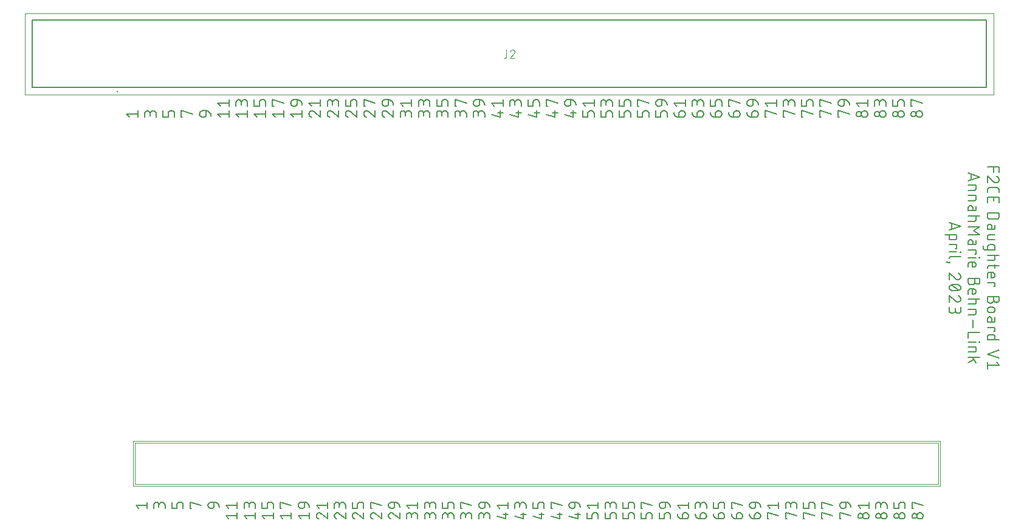
<source format=gbr>
G04 EAGLE Gerber RS-274X export*
G75*
%MOMM*%
%FSLAX34Y34*%
%LPD*%
%INSilkscreen Top*%
%IPPOS*%
%AMOC8*
5,1,8,0,0,1.08239X$1,22.5*%
G01*
%ADD10C,0.152400*%
%ADD11C,0.050000*%
%ADD12C,0.100000*%
%ADD13C,0.127000*%
%ADD14C,0.200000*%
%ADD15C,0.101600*%


D10*
X1479042Y553503D02*
X1495298Y553503D01*
X1495298Y546278D01*
X1488073Y546278D02*
X1488073Y553503D01*
X1495298Y535539D02*
X1495296Y535414D01*
X1495290Y535289D01*
X1495281Y535164D01*
X1495267Y535040D01*
X1495250Y534916D01*
X1495229Y534792D01*
X1495204Y534670D01*
X1495175Y534548D01*
X1495143Y534427D01*
X1495107Y534307D01*
X1495067Y534188D01*
X1495024Y534071D01*
X1494977Y533955D01*
X1494926Y533840D01*
X1494872Y533728D01*
X1494814Y533616D01*
X1494754Y533507D01*
X1494689Y533400D01*
X1494622Y533294D01*
X1494551Y533191D01*
X1494477Y533090D01*
X1494400Y532991D01*
X1494320Y532895D01*
X1494237Y532801D01*
X1494152Y532710D01*
X1494063Y532621D01*
X1493972Y532536D01*
X1493878Y532453D01*
X1493782Y532373D01*
X1493683Y532296D01*
X1493582Y532222D01*
X1493479Y532151D01*
X1493373Y532084D01*
X1493266Y532019D01*
X1493157Y531959D01*
X1493045Y531901D01*
X1492933Y531847D01*
X1492818Y531796D01*
X1492702Y531749D01*
X1492585Y531706D01*
X1492466Y531666D01*
X1492346Y531630D01*
X1492225Y531598D01*
X1492103Y531569D01*
X1491981Y531544D01*
X1491857Y531523D01*
X1491733Y531506D01*
X1491609Y531492D01*
X1491484Y531483D01*
X1491359Y531477D01*
X1491234Y531475D01*
X1495298Y535539D02*
X1495296Y535682D01*
X1495290Y535824D01*
X1495280Y535967D01*
X1495267Y536109D01*
X1495249Y536250D01*
X1495228Y536392D01*
X1495203Y536532D01*
X1495174Y536672D01*
X1495141Y536811D01*
X1495104Y536949D01*
X1495064Y537086D01*
X1495020Y537221D01*
X1494972Y537356D01*
X1494920Y537489D01*
X1494865Y537621D01*
X1494806Y537751D01*
X1494744Y537879D01*
X1494678Y538006D01*
X1494609Y538131D01*
X1494537Y538254D01*
X1494461Y538375D01*
X1494382Y538493D01*
X1494299Y538610D01*
X1494214Y538724D01*
X1494125Y538836D01*
X1494034Y538945D01*
X1493939Y539052D01*
X1493842Y539157D01*
X1493741Y539258D01*
X1493638Y539357D01*
X1493533Y539453D01*
X1493424Y539546D01*
X1493313Y539636D01*
X1493200Y539723D01*
X1493085Y539807D01*
X1492967Y539887D01*
X1492847Y539965D01*
X1492725Y540039D01*
X1492601Y540109D01*
X1492475Y540177D01*
X1492347Y540240D01*
X1492218Y540301D01*
X1492087Y540358D01*
X1491955Y540411D01*
X1491821Y540460D01*
X1491686Y540506D01*
X1488073Y532831D02*
X1488165Y532737D01*
X1488259Y532647D01*
X1488356Y532559D01*
X1488456Y532474D01*
X1488558Y532392D01*
X1488663Y532313D01*
X1488770Y532238D01*
X1488879Y532166D01*
X1488990Y532097D01*
X1489104Y532031D01*
X1489219Y531969D01*
X1489336Y531910D01*
X1489455Y531855D01*
X1489575Y531804D01*
X1489697Y531756D01*
X1489820Y531711D01*
X1489944Y531671D01*
X1490070Y531634D01*
X1490197Y531601D01*
X1490324Y531572D01*
X1490453Y531546D01*
X1490582Y531525D01*
X1490712Y531507D01*
X1490842Y531494D01*
X1490972Y531484D01*
X1491103Y531478D01*
X1491234Y531476D01*
X1488073Y532830D02*
X1479042Y540507D01*
X1479042Y531475D01*
X1479042Y521302D02*
X1479042Y517690D01*
X1479042Y521302D02*
X1479044Y521420D01*
X1479050Y521538D01*
X1479059Y521656D01*
X1479073Y521773D01*
X1479090Y521890D01*
X1479111Y522007D01*
X1479136Y522122D01*
X1479165Y522237D01*
X1479198Y522351D01*
X1479234Y522463D01*
X1479274Y522574D01*
X1479317Y522684D01*
X1479364Y522793D01*
X1479414Y522900D01*
X1479469Y523005D01*
X1479526Y523108D01*
X1479587Y523209D01*
X1479651Y523309D01*
X1479718Y523406D01*
X1479788Y523501D01*
X1479862Y523593D01*
X1479938Y523684D01*
X1480018Y523771D01*
X1480100Y523856D01*
X1480185Y523938D01*
X1480272Y524018D01*
X1480363Y524094D01*
X1480455Y524168D01*
X1480550Y524238D01*
X1480647Y524305D01*
X1480747Y524369D01*
X1480848Y524430D01*
X1480951Y524487D01*
X1481056Y524542D01*
X1481163Y524592D01*
X1481272Y524639D01*
X1481382Y524682D01*
X1481493Y524722D01*
X1481605Y524758D01*
X1481719Y524791D01*
X1481834Y524820D01*
X1481949Y524845D01*
X1482066Y524866D01*
X1482183Y524883D01*
X1482300Y524897D01*
X1482418Y524906D01*
X1482536Y524912D01*
X1482654Y524914D01*
X1482654Y524915D02*
X1491686Y524915D01*
X1491686Y524914D02*
X1491804Y524912D01*
X1491922Y524906D01*
X1492040Y524897D01*
X1492157Y524883D01*
X1492274Y524866D01*
X1492391Y524845D01*
X1492506Y524820D01*
X1492621Y524791D01*
X1492735Y524758D01*
X1492847Y524722D01*
X1492958Y524682D01*
X1493068Y524639D01*
X1493177Y524592D01*
X1493284Y524542D01*
X1493389Y524488D01*
X1493492Y524430D01*
X1493593Y524369D01*
X1493693Y524305D01*
X1493790Y524238D01*
X1493885Y524168D01*
X1493977Y524094D01*
X1494068Y524018D01*
X1494155Y523938D01*
X1494240Y523856D01*
X1494322Y523771D01*
X1494402Y523684D01*
X1494478Y523593D01*
X1494552Y523501D01*
X1494622Y523406D01*
X1494689Y523309D01*
X1494753Y523209D01*
X1494814Y523108D01*
X1494871Y523005D01*
X1494925Y522900D01*
X1494976Y522793D01*
X1495023Y522684D01*
X1495066Y522574D01*
X1495106Y522463D01*
X1495142Y522351D01*
X1495175Y522237D01*
X1495204Y522122D01*
X1495229Y522007D01*
X1495250Y521890D01*
X1495267Y521773D01*
X1495281Y521656D01*
X1495290Y521538D01*
X1495296Y521420D01*
X1495298Y521302D01*
X1495298Y517690D01*
X1479042Y511298D02*
X1479042Y504074D01*
X1479042Y511298D02*
X1495298Y511298D01*
X1495298Y504074D01*
X1488073Y505880D02*
X1488073Y511298D01*
X1495298Y489445D02*
X1479042Y489445D01*
X1495298Y489445D02*
X1495298Y484929D01*
X1495296Y484798D01*
X1495290Y484666D01*
X1495281Y484535D01*
X1495267Y484405D01*
X1495250Y484274D01*
X1495229Y484145D01*
X1495205Y484016D01*
X1495176Y483888D01*
X1495144Y483760D01*
X1495108Y483634D01*
X1495069Y483509D01*
X1495026Y483384D01*
X1494979Y483262D01*
X1494929Y483140D01*
X1494875Y483020D01*
X1494818Y482902D01*
X1494757Y482786D01*
X1494693Y482671D01*
X1494626Y482558D01*
X1494555Y482447D01*
X1494481Y482339D01*
X1494404Y482232D01*
X1494324Y482128D01*
X1494241Y482026D01*
X1494156Y481927D01*
X1494067Y481830D01*
X1493975Y481736D01*
X1493881Y481644D01*
X1493784Y481555D01*
X1493685Y481470D01*
X1493583Y481387D01*
X1493479Y481307D01*
X1493372Y481230D01*
X1493264Y481156D01*
X1493153Y481085D01*
X1493040Y481018D01*
X1492925Y480954D01*
X1492809Y480893D01*
X1492691Y480836D01*
X1492571Y480782D01*
X1492449Y480732D01*
X1492327Y480685D01*
X1492202Y480642D01*
X1492077Y480603D01*
X1491951Y480567D01*
X1491823Y480535D01*
X1491695Y480506D01*
X1491566Y480482D01*
X1491437Y480461D01*
X1491306Y480444D01*
X1491176Y480430D01*
X1491045Y480421D01*
X1490913Y480415D01*
X1490782Y480413D01*
X1483558Y480413D01*
X1483427Y480415D01*
X1483295Y480421D01*
X1483164Y480430D01*
X1483034Y480444D01*
X1482903Y480461D01*
X1482774Y480482D01*
X1482645Y480506D01*
X1482517Y480535D01*
X1482389Y480567D01*
X1482263Y480603D01*
X1482138Y480642D01*
X1482013Y480685D01*
X1481891Y480732D01*
X1481769Y480782D01*
X1481649Y480836D01*
X1481531Y480893D01*
X1481415Y480954D01*
X1481300Y481018D01*
X1481187Y481085D01*
X1481076Y481156D01*
X1480968Y481230D01*
X1480861Y481307D01*
X1480757Y481387D01*
X1480655Y481470D01*
X1480556Y481555D01*
X1480459Y481644D01*
X1480365Y481736D01*
X1480273Y481830D01*
X1480184Y481927D01*
X1480099Y482026D01*
X1480016Y482128D01*
X1479936Y482232D01*
X1479859Y482339D01*
X1479785Y482447D01*
X1479714Y482558D01*
X1479647Y482671D01*
X1479583Y482786D01*
X1479522Y482902D01*
X1479465Y483020D01*
X1479411Y483140D01*
X1479361Y483262D01*
X1479314Y483384D01*
X1479271Y483509D01*
X1479232Y483634D01*
X1479196Y483760D01*
X1479164Y483888D01*
X1479135Y484016D01*
X1479111Y484145D01*
X1479090Y484274D01*
X1479073Y484405D01*
X1479059Y484535D01*
X1479050Y484666D01*
X1479044Y484798D01*
X1479042Y484929D01*
X1479042Y489445D01*
X1485364Y470344D02*
X1485364Y466280D01*
X1485364Y470344D02*
X1485362Y470456D01*
X1485356Y470567D01*
X1485346Y470678D01*
X1485333Y470789D01*
X1485315Y470899D01*
X1485293Y471008D01*
X1485268Y471117D01*
X1485239Y471225D01*
X1485206Y471331D01*
X1485169Y471437D01*
X1485129Y471541D01*
X1485085Y471643D01*
X1485037Y471744D01*
X1484986Y471843D01*
X1484931Y471941D01*
X1484873Y472036D01*
X1484812Y472129D01*
X1484747Y472220D01*
X1484679Y472309D01*
X1484608Y472395D01*
X1484535Y472478D01*
X1484458Y472559D01*
X1484378Y472638D01*
X1484296Y472713D01*
X1484211Y472785D01*
X1484124Y472855D01*
X1484034Y472921D01*
X1483942Y472984D01*
X1483847Y473044D01*
X1483751Y473100D01*
X1483653Y473153D01*
X1483553Y473202D01*
X1483451Y473248D01*
X1483348Y473290D01*
X1483243Y473329D01*
X1483137Y473364D01*
X1483030Y473395D01*
X1482922Y473422D01*
X1482813Y473446D01*
X1482703Y473465D01*
X1482593Y473481D01*
X1482482Y473493D01*
X1482370Y473501D01*
X1482259Y473505D01*
X1482147Y473505D01*
X1482036Y473501D01*
X1481924Y473493D01*
X1481813Y473481D01*
X1481703Y473465D01*
X1481593Y473446D01*
X1481484Y473422D01*
X1481376Y473395D01*
X1481269Y473364D01*
X1481163Y473329D01*
X1481058Y473290D01*
X1480955Y473248D01*
X1480853Y473202D01*
X1480753Y473153D01*
X1480655Y473100D01*
X1480559Y473044D01*
X1480464Y472984D01*
X1480372Y472921D01*
X1480282Y472855D01*
X1480195Y472785D01*
X1480110Y472713D01*
X1480028Y472638D01*
X1479948Y472559D01*
X1479871Y472478D01*
X1479798Y472395D01*
X1479727Y472309D01*
X1479659Y472220D01*
X1479594Y472129D01*
X1479533Y472036D01*
X1479475Y471941D01*
X1479420Y471843D01*
X1479369Y471744D01*
X1479321Y471643D01*
X1479277Y471541D01*
X1479237Y471437D01*
X1479200Y471331D01*
X1479167Y471225D01*
X1479138Y471117D01*
X1479113Y471008D01*
X1479091Y470899D01*
X1479073Y470789D01*
X1479060Y470678D01*
X1479050Y470567D01*
X1479044Y470456D01*
X1479042Y470344D01*
X1479042Y466280D01*
X1487170Y466280D01*
X1487271Y466282D01*
X1487372Y466288D01*
X1487473Y466297D01*
X1487574Y466310D01*
X1487674Y466327D01*
X1487773Y466348D01*
X1487871Y466372D01*
X1487968Y466400D01*
X1488065Y466432D01*
X1488160Y466467D01*
X1488253Y466506D01*
X1488345Y466548D01*
X1488436Y466594D01*
X1488525Y466643D01*
X1488611Y466695D01*
X1488696Y466751D01*
X1488779Y466809D01*
X1488859Y466871D01*
X1488937Y466936D01*
X1489013Y467003D01*
X1489086Y467073D01*
X1489156Y467146D01*
X1489223Y467222D01*
X1489288Y467300D01*
X1489350Y467380D01*
X1489408Y467463D01*
X1489464Y467548D01*
X1489516Y467635D01*
X1489565Y467723D01*
X1489611Y467814D01*
X1489653Y467906D01*
X1489692Y467999D01*
X1489727Y468094D01*
X1489759Y468191D01*
X1489787Y468288D01*
X1489811Y468386D01*
X1489832Y468485D01*
X1489849Y468585D01*
X1489862Y468686D01*
X1489871Y468787D01*
X1489877Y468888D01*
X1489879Y468989D01*
X1489879Y472601D01*
X1489879Y458842D02*
X1481751Y458842D01*
X1481650Y458840D01*
X1481549Y458834D01*
X1481448Y458825D01*
X1481347Y458812D01*
X1481247Y458795D01*
X1481148Y458774D01*
X1481050Y458750D01*
X1480953Y458722D01*
X1480856Y458690D01*
X1480761Y458655D01*
X1480668Y458616D01*
X1480576Y458574D01*
X1480485Y458528D01*
X1480397Y458479D01*
X1480310Y458427D01*
X1480225Y458371D01*
X1480142Y458313D01*
X1480062Y458251D01*
X1479984Y458186D01*
X1479908Y458119D01*
X1479835Y458049D01*
X1479765Y457976D01*
X1479698Y457900D01*
X1479633Y457822D01*
X1479571Y457742D01*
X1479513Y457659D01*
X1479457Y457574D01*
X1479405Y457488D01*
X1479356Y457399D01*
X1479310Y457308D01*
X1479268Y457216D01*
X1479229Y457123D01*
X1479194Y457028D01*
X1479162Y456931D01*
X1479134Y456834D01*
X1479110Y456736D01*
X1479089Y456637D01*
X1479072Y456537D01*
X1479059Y456436D01*
X1479050Y456335D01*
X1479044Y456234D01*
X1479042Y456133D01*
X1479042Y451617D01*
X1489879Y451617D01*
X1479042Y442138D02*
X1479042Y437622D01*
X1479042Y442138D02*
X1479044Y442239D01*
X1479050Y442340D01*
X1479059Y442441D01*
X1479072Y442542D01*
X1479089Y442642D01*
X1479110Y442741D01*
X1479134Y442839D01*
X1479162Y442936D01*
X1479194Y443033D01*
X1479229Y443128D01*
X1479268Y443221D01*
X1479310Y443313D01*
X1479356Y443404D01*
X1479405Y443493D01*
X1479457Y443579D01*
X1479513Y443664D01*
X1479571Y443747D01*
X1479633Y443827D01*
X1479698Y443905D01*
X1479765Y443981D01*
X1479835Y444054D01*
X1479908Y444124D01*
X1479984Y444191D01*
X1480062Y444256D01*
X1480142Y444318D01*
X1480225Y444376D01*
X1480310Y444432D01*
X1480397Y444484D01*
X1480485Y444533D01*
X1480576Y444579D01*
X1480668Y444621D01*
X1480761Y444660D01*
X1480856Y444695D01*
X1480953Y444727D01*
X1481050Y444755D01*
X1481148Y444779D01*
X1481247Y444800D01*
X1481347Y444817D01*
X1481448Y444830D01*
X1481549Y444839D01*
X1481650Y444845D01*
X1481751Y444847D01*
X1487170Y444847D01*
X1487271Y444845D01*
X1487372Y444839D01*
X1487473Y444830D01*
X1487574Y444817D01*
X1487674Y444800D01*
X1487773Y444779D01*
X1487871Y444755D01*
X1487968Y444727D01*
X1488065Y444695D01*
X1488160Y444660D01*
X1488253Y444621D01*
X1488345Y444579D01*
X1488436Y444533D01*
X1488525Y444484D01*
X1488611Y444432D01*
X1488696Y444376D01*
X1488779Y444318D01*
X1488859Y444256D01*
X1488937Y444191D01*
X1489013Y444124D01*
X1489086Y444054D01*
X1489156Y443981D01*
X1489223Y443905D01*
X1489288Y443827D01*
X1489350Y443747D01*
X1489408Y443664D01*
X1489464Y443579D01*
X1489516Y443493D01*
X1489565Y443404D01*
X1489611Y443313D01*
X1489653Y443221D01*
X1489692Y443128D01*
X1489727Y443033D01*
X1489759Y442936D01*
X1489787Y442839D01*
X1489811Y442741D01*
X1489832Y442642D01*
X1489849Y442542D01*
X1489862Y442441D01*
X1489871Y442340D01*
X1489877Y442239D01*
X1489879Y442138D01*
X1489879Y437622D01*
X1476333Y437622D01*
X1476333Y437623D02*
X1476232Y437625D01*
X1476131Y437631D01*
X1476030Y437640D01*
X1475929Y437653D01*
X1475829Y437670D01*
X1475730Y437691D01*
X1475632Y437715D01*
X1475535Y437743D01*
X1475438Y437775D01*
X1475343Y437810D01*
X1475250Y437849D01*
X1475158Y437891D01*
X1475067Y437937D01*
X1474979Y437986D01*
X1474892Y438038D01*
X1474807Y438094D01*
X1474724Y438152D01*
X1474644Y438214D01*
X1474566Y438279D01*
X1474490Y438346D01*
X1474417Y438416D01*
X1474347Y438489D01*
X1474280Y438565D01*
X1474215Y438643D01*
X1474153Y438723D01*
X1474095Y438806D01*
X1474039Y438891D01*
X1473987Y438978D01*
X1473938Y439066D01*
X1473892Y439157D01*
X1473850Y439249D01*
X1473811Y439342D01*
X1473776Y439437D01*
X1473744Y439534D01*
X1473716Y439631D01*
X1473692Y439729D01*
X1473671Y439828D01*
X1473654Y439928D01*
X1473641Y440029D01*
X1473632Y440130D01*
X1473626Y440231D01*
X1473624Y440332D01*
X1473623Y440332D02*
X1473623Y443944D01*
X1479042Y430185D02*
X1495298Y430185D01*
X1489879Y430185D02*
X1489879Y425669D01*
X1489877Y425565D01*
X1489871Y425462D01*
X1489861Y425358D01*
X1489847Y425255D01*
X1489829Y425153D01*
X1489808Y425052D01*
X1489782Y424951D01*
X1489753Y424852D01*
X1489720Y424753D01*
X1489683Y424656D01*
X1489642Y424561D01*
X1489598Y424467D01*
X1489550Y424375D01*
X1489499Y424285D01*
X1489444Y424196D01*
X1489386Y424110D01*
X1489324Y424027D01*
X1489260Y423945D01*
X1489192Y423867D01*
X1489122Y423791D01*
X1489049Y423717D01*
X1488972Y423647D01*
X1488894Y423579D01*
X1488812Y423515D01*
X1488729Y423453D01*
X1488643Y423395D01*
X1488554Y423340D01*
X1488464Y423289D01*
X1488372Y423241D01*
X1488278Y423197D01*
X1488183Y423156D01*
X1488086Y423119D01*
X1487987Y423086D01*
X1487888Y423057D01*
X1487787Y423031D01*
X1487686Y423010D01*
X1487584Y422992D01*
X1487481Y422978D01*
X1487377Y422968D01*
X1487274Y422962D01*
X1487170Y422960D01*
X1479042Y422960D01*
X1489879Y417414D02*
X1489879Y411995D01*
X1495298Y415608D02*
X1481751Y415608D01*
X1481650Y415606D01*
X1481549Y415600D01*
X1481448Y415591D01*
X1481347Y415578D01*
X1481247Y415561D01*
X1481148Y415540D01*
X1481050Y415516D01*
X1480953Y415488D01*
X1480856Y415456D01*
X1480761Y415421D01*
X1480668Y415382D01*
X1480576Y415340D01*
X1480485Y415294D01*
X1480397Y415245D01*
X1480310Y415193D01*
X1480225Y415137D01*
X1480142Y415079D01*
X1480062Y415017D01*
X1479984Y414952D01*
X1479908Y414885D01*
X1479835Y414815D01*
X1479765Y414742D01*
X1479698Y414666D01*
X1479633Y414588D01*
X1479571Y414508D01*
X1479513Y414425D01*
X1479457Y414340D01*
X1479405Y414254D01*
X1479356Y414165D01*
X1479310Y414074D01*
X1479268Y413982D01*
X1479229Y413889D01*
X1479194Y413794D01*
X1479162Y413697D01*
X1479134Y413600D01*
X1479110Y413502D01*
X1479089Y413403D01*
X1479072Y413303D01*
X1479059Y413202D01*
X1479050Y413101D01*
X1479044Y413000D01*
X1479042Y412899D01*
X1479042Y411995D01*
X1479042Y403508D02*
X1479042Y398992D01*
X1479042Y403508D02*
X1479044Y403609D01*
X1479050Y403710D01*
X1479059Y403811D01*
X1479072Y403912D01*
X1479089Y404012D01*
X1479110Y404111D01*
X1479134Y404209D01*
X1479162Y404306D01*
X1479194Y404403D01*
X1479229Y404498D01*
X1479268Y404591D01*
X1479310Y404683D01*
X1479356Y404774D01*
X1479405Y404863D01*
X1479457Y404949D01*
X1479513Y405034D01*
X1479571Y405117D01*
X1479633Y405197D01*
X1479698Y405275D01*
X1479765Y405351D01*
X1479835Y405424D01*
X1479908Y405494D01*
X1479984Y405561D01*
X1480062Y405626D01*
X1480142Y405688D01*
X1480225Y405746D01*
X1480310Y405802D01*
X1480397Y405854D01*
X1480485Y405903D01*
X1480576Y405949D01*
X1480668Y405991D01*
X1480761Y406030D01*
X1480856Y406065D01*
X1480953Y406097D01*
X1481050Y406125D01*
X1481148Y406149D01*
X1481247Y406170D01*
X1481347Y406187D01*
X1481448Y406200D01*
X1481549Y406209D01*
X1481650Y406215D01*
X1481751Y406217D01*
X1486267Y406217D01*
X1486386Y406215D01*
X1486506Y406209D01*
X1486625Y406199D01*
X1486743Y406185D01*
X1486862Y406168D01*
X1486979Y406146D01*
X1487096Y406121D01*
X1487211Y406091D01*
X1487326Y406058D01*
X1487440Y406021D01*
X1487552Y405981D01*
X1487663Y405936D01*
X1487772Y405888D01*
X1487880Y405837D01*
X1487986Y405782D01*
X1488090Y405723D01*
X1488192Y405661D01*
X1488292Y405596D01*
X1488390Y405527D01*
X1488486Y405455D01*
X1488579Y405380D01*
X1488669Y405303D01*
X1488757Y405222D01*
X1488842Y405138D01*
X1488924Y405051D01*
X1489004Y404962D01*
X1489080Y404870D01*
X1489154Y404776D01*
X1489224Y404679D01*
X1489291Y404581D01*
X1489355Y404480D01*
X1489415Y404376D01*
X1489472Y404271D01*
X1489525Y404164D01*
X1489575Y404056D01*
X1489621Y403946D01*
X1489663Y403834D01*
X1489702Y403721D01*
X1489737Y403607D01*
X1489768Y403492D01*
X1489796Y403375D01*
X1489819Y403258D01*
X1489839Y403141D01*
X1489855Y403022D01*
X1489867Y402903D01*
X1489875Y402784D01*
X1489879Y402665D01*
X1489879Y402545D01*
X1489875Y402426D01*
X1489867Y402307D01*
X1489855Y402188D01*
X1489839Y402069D01*
X1489819Y401952D01*
X1489796Y401835D01*
X1489768Y401718D01*
X1489737Y401603D01*
X1489702Y401489D01*
X1489663Y401376D01*
X1489621Y401264D01*
X1489575Y401154D01*
X1489525Y401046D01*
X1489472Y400939D01*
X1489415Y400834D01*
X1489355Y400730D01*
X1489291Y400629D01*
X1489224Y400531D01*
X1489154Y400434D01*
X1489080Y400340D01*
X1489004Y400248D01*
X1488924Y400159D01*
X1488842Y400072D01*
X1488757Y399988D01*
X1488669Y399907D01*
X1488579Y399830D01*
X1488486Y399755D01*
X1488390Y399683D01*
X1488292Y399614D01*
X1488192Y399549D01*
X1488090Y399487D01*
X1487986Y399428D01*
X1487880Y399373D01*
X1487772Y399322D01*
X1487663Y399274D01*
X1487552Y399229D01*
X1487440Y399189D01*
X1487326Y399152D01*
X1487211Y399119D01*
X1487096Y399089D01*
X1486979Y399064D01*
X1486862Y399042D01*
X1486743Y399025D01*
X1486625Y399011D01*
X1486506Y399001D01*
X1486386Y398995D01*
X1486267Y398993D01*
X1486267Y398992D02*
X1484461Y398992D01*
X1484461Y406217D01*
X1479042Y392064D02*
X1489879Y392064D01*
X1489879Y386645D01*
X1488073Y386645D01*
X1488073Y372521D02*
X1488073Y368005D01*
X1488074Y368005D02*
X1488072Y367872D01*
X1488066Y367740D01*
X1488056Y367608D01*
X1488043Y367476D01*
X1488025Y367344D01*
X1488004Y367214D01*
X1487979Y367083D01*
X1487950Y366954D01*
X1487917Y366826D01*
X1487881Y366698D01*
X1487841Y366572D01*
X1487797Y366447D01*
X1487749Y366323D01*
X1487698Y366201D01*
X1487643Y366080D01*
X1487585Y365961D01*
X1487523Y365843D01*
X1487458Y365728D01*
X1487389Y365614D01*
X1487318Y365503D01*
X1487242Y365394D01*
X1487164Y365287D01*
X1487083Y365182D01*
X1486998Y365080D01*
X1486911Y364980D01*
X1486821Y364883D01*
X1486728Y364788D01*
X1486632Y364697D01*
X1486534Y364608D01*
X1486433Y364522D01*
X1486329Y364439D01*
X1486223Y364359D01*
X1486115Y364283D01*
X1486005Y364209D01*
X1485892Y364139D01*
X1485778Y364072D01*
X1485661Y364009D01*
X1485543Y363949D01*
X1485423Y363892D01*
X1485301Y363839D01*
X1485178Y363790D01*
X1485054Y363744D01*
X1484928Y363702D01*
X1484801Y363664D01*
X1484673Y363629D01*
X1484544Y363598D01*
X1484415Y363571D01*
X1484284Y363548D01*
X1484153Y363528D01*
X1484021Y363513D01*
X1483889Y363501D01*
X1483757Y363493D01*
X1483624Y363489D01*
X1483492Y363489D01*
X1483359Y363493D01*
X1483227Y363501D01*
X1483095Y363513D01*
X1482963Y363528D01*
X1482832Y363548D01*
X1482701Y363571D01*
X1482572Y363598D01*
X1482443Y363629D01*
X1482315Y363664D01*
X1482188Y363702D01*
X1482062Y363744D01*
X1481938Y363790D01*
X1481815Y363839D01*
X1481693Y363892D01*
X1481573Y363949D01*
X1481455Y364009D01*
X1481338Y364072D01*
X1481224Y364139D01*
X1481111Y364209D01*
X1481001Y364283D01*
X1480893Y364359D01*
X1480787Y364439D01*
X1480683Y364522D01*
X1480582Y364608D01*
X1480484Y364697D01*
X1480388Y364788D01*
X1480295Y364883D01*
X1480205Y364980D01*
X1480118Y365080D01*
X1480033Y365182D01*
X1479952Y365287D01*
X1479874Y365394D01*
X1479798Y365503D01*
X1479727Y365614D01*
X1479658Y365728D01*
X1479593Y365843D01*
X1479531Y365961D01*
X1479473Y366080D01*
X1479418Y366201D01*
X1479367Y366323D01*
X1479319Y366447D01*
X1479275Y366572D01*
X1479235Y366698D01*
X1479199Y366826D01*
X1479166Y366954D01*
X1479137Y367083D01*
X1479112Y367214D01*
X1479091Y367344D01*
X1479073Y367476D01*
X1479060Y367608D01*
X1479050Y367740D01*
X1479044Y367872D01*
X1479042Y368005D01*
X1479042Y372521D01*
X1495298Y372521D01*
X1495298Y368005D01*
X1495296Y367886D01*
X1495290Y367766D01*
X1495280Y367647D01*
X1495266Y367529D01*
X1495249Y367410D01*
X1495227Y367293D01*
X1495202Y367176D01*
X1495172Y367061D01*
X1495139Y366946D01*
X1495102Y366832D01*
X1495062Y366720D01*
X1495017Y366609D01*
X1494969Y366500D01*
X1494918Y366392D01*
X1494863Y366286D01*
X1494804Y366182D01*
X1494742Y366080D01*
X1494677Y365980D01*
X1494608Y365882D01*
X1494536Y365786D01*
X1494461Y365693D01*
X1494384Y365603D01*
X1494303Y365515D01*
X1494219Y365430D01*
X1494132Y365348D01*
X1494043Y365268D01*
X1493951Y365192D01*
X1493857Y365118D01*
X1493760Y365048D01*
X1493662Y364981D01*
X1493561Y364917D01*
X1493457Y364857D01*
X1493352Y364800D01*
X1493245Y364747D01*
X1493137Y364697D01*
X1493027Y364651D01*
X1492915Y364609D01*
X1492802Y364570D01*
X1492688Y364535D01*
X1492573Y364504D01*
X1492456Y364476D01*
X1492339Y364453D01*
X1492222Y364433D01*
X1492103Y364417D01*
X1491984Y364405D01*
X1491865Y364397D01*
X1491746Y364393D01*
X1491626Y364393D01*
X1491507Y364397D01*
X1491388Y364405D01*
X1491269Y364417D01*
X1491150Y364433D01*
X1491033Y364453D01*
X1490916Y364476D01*
X1490799Y364504D01*
X1490684Y364535D01*
X1490570Y364570D01*
X1490457Y364609D01*
X1490345Y364651D01*
X1490235Y364697D01*
X1490127Y364747D01*
X1490020Y364800D01*
X1489915Y364857D01*
X1489811Y364917D01*
X1489710Y364981D01*
X1489612Y365048D01*
X1489515Y365118D01*
X1489421Y365192D01*
X1489329Y365268D01*
X1489240Y365348D01*
X1489153Y365430D01*
X1489069Y365515D01*
X1488988Y365603D01*
X1488911Y365693D01*
X1488836Y365786D01*
X1488764Y365882D01*
X1488695Y365980D01*
X1488630Y366080D01*
X1488568Y366182D01*
X1488509Y366286D01*
X1488454Y366392D01*
X1488403Y366500D01*
X1488355Y366609D01*
X1488310Y366720D01*
X1488270Y366832D01*
X1488233Y366946D01*
X1488200Y367061D01*
X1488170Y367176D01*
X1488145Y367293D01*
X1488123Y367410D01*
X1488106Y367529D01*
X1488092Y367647D01*
X1488082Y367766D01*
X1488076Y367886D01*
X1488074Y368005D01*
X1486267Y357760D02*
X1482654Y357760D01*
X1486267Y357760D02*
X1486386Y357758D01*
X1486506Y357752D01*
X1486625Y357742D01*
X1486743Y357728D01*
X1486862Y357711D01*
X1486979Y357689D01*
X1487096Y357664D01*
X1487211Y357634D01*
X1487326Y357601D01*
X1487440Y357564D01*
X1487552Y357524D01*
X1487663Y357479D01*
X1487772Y357431D01*
X1487880Y357380D01*
X1487986Y357325D01*
X1488090Y357266D01*
X1488192Y357204D01*
X1488292Y357139D01*
X1488390Y357070D01*
X1488486Y356998D01*
X1488579Y356923D01*
X1488669Y356846D01*
X1488757Y356765D01*
X1488842Y356681D01*
X1488924Y356594D01*
X1489004Y356505D01*
X1489080Y356413D01*
X1489154Y356319D01*
X1489224Y356222D01*
X1489291Y356124D01*
X1489355Y356023D01*
X1489415Y355919D01*
X1489472Y355814D01*
X1489525Y355707D01*
X1489575Y355599D01*
X1489621Y355489D01*
X1489663Y355377D01*
X1489702Y355264D01*
X1489737Y355150D01*
X1489768Y355035D01*
X1489796Y354918D01*
X1489819Y354801D01*
X1489839Y354684D01*
X1489855Y354565D01*
X1489867Y354446D01*
X1489875Y354327D01*
X1489879Y354208D01*
X1489879Y354088D01*
X1489875Y353969D01*
X1489867Y353850D01*
X1489855Y353731D01*
X1489839Y353612D01*
X1489819Y353495D01*
X1489796Y353378D01*
X1489768Y353261D01*
X1489737Y353146D01*
X1489702Y353032D01*
X1489663Y352919D01*
X1489621Y352807D01*
X1489575Y352697D01*
X1489525Y352589D01*
X1489472Y352482D01*
X1489415Y352377D01*
X1489355Y352273D01*
X1489291Y352172D01*
X1489224Y352074D01*
X1489154Y351977D01*
X1489080Y351883D01*
X1489004Y351791D01*
X1488924Y351702D01*
X1488842Y351615D01*
X1488757Y351531D01*
X1488669Y351450D01*
X1488579Y351373D01*
X1488486Y351298D01*
X1488390Y351226D01*
X1488292Y351157D01*
X1488192Y351092D01*
X1488090Y351030D01*
X1487986Y350971D01*
X1487880Y350916D01*
X1487772Y350865D01*
X1487663Y350817D01*
X1487552Y350772D01*
X1487440Y350732D01*
X1487326Y350695D01*
X1487211Y350662D01*
X1487096Y350632D01*
X1486979Y350607D01*
X1486862Y350585D01*
X1486743Y350568D01*
X1486625Y350554D01*
X1486506Y350544D01*
X1486386Y350538D01*
X1486267Y350536D01*
X1486267Y350535D02*
X1482654Y350535D01*
X1482654Y350536D02*
X1482535Y350538D01*
X1482415Y350544D01*
X1482296Y350554D01*
X1482178Y350568D01*
X1482059Y350585D01*
X1481942Y350607D01*
X1481825Y350632D01*
X1481710Y350662D01*
X1481595Y350695D01*
X1481481Y350732D01*
X1481369Y350772D01*
X1481258Y350817D01*
X1481149Y350865D01*
X1481041Y350916D01*
X1480935Y350971D01*
X1480831Y351030D01*
X1480729Y351092D01*
X1480629Y351157D01*
X1480531Y351226D01*
X1480435Y351298D01*
X1480342Y351373D01*
X1480252Y351450D01*
X1480164Y351531D01*
X1480079Y351615D01*
X1479997Y351702D01*
X1479917Y351791D01*
X1479841Y351883D01*
X1479767Y351977D01*
X1479697Y352074D01*
X1479630Y352172D01*
X1479566Y352273D01*
X1479506Y352377D01*
X1479449Y352482D01*
X1479396Y352589D01*
X1479346Y352697D01*
X1479300Y352807D01*
X1479258Y352919D01*
X1479219Y353032D01*
X1479184Y353146D01*
X1479153Y353261D01*
X1479125Y353378D01*
X1479102Y353495D01*
X1479082Y353612D01*
X1479066Y353731D01*
X1479054Y353850D01*
X1479046Y353969D01*
X1479042Y354088D01*
X1479042Y354208D01*
X1479046Y354327D01*
X1479054Y354446D01*
X1479066Y354565D01*
X1479082Y354684D01*
X1479102Y354801D01*
X1479125Y354918D01*
X1479153Y355035D01*
X1479184Y355150D01*
X1479219Y355264D01*
X1479258Y355377D01*
X1479300Y355489D01*
X1479346Y355599D01*
X1479396Y355707D01*
X1479449Y355814D01*
X1479506Y355919D01*
X1479566Y356023D01*
X1479630Y356124D01*
X1479697Y356222D01*
X1479767Y356319D01*
X1479841Y356413D01*
X1479917Y356505D01*
X1479997Y356594D01*
X1480079Y356681D01*
X1480164Y356765D01*
X1480252Y356846D01*
X1480342Y356923D01*
X1480435Y356998D01*
X1480531Y357070D01*
X1480629Y357139D01*
X1480729Y357204D01*
X1480831Y357266D01*
X1480935Y357325D01*
X1481041Y357380D01*
X1481149Y357431D01*
X1481258Y357479D01*
X1481369Y357524D01*
X1481481Y357564D01*
X1481595Y357601D01*
X1481710Y357634D01*
X1481825Y357664D01*
X1481942Y357689D01*
X1482059Y357711D01*
X1482178Y357728D01*
X1482296Y357742D01*
X1482415Y357752D01*
X1482535Y357758D01*
X1482654Y357760D01*
X1485364Y341126D02*
X1485364Y337062D01*
X1485364Y341126D02*
X1485362Y341238D01*
X1485356Y341349D01*
X1485346Y341460D01*
X1485333Y341571D01*
X1485315Y341681D01*
X1485293Y341790D01*
X1485268Y341899D01*
X1485239Y342007D01*
X1485206Y342113D01*
X1485169Y342219D01*
X1485129Y342323D01*
X1485085Y342425D01*
X1485037Y342526D01*
X1484986Y342625D01*
X1484931Y342723D01*
X1484873Y342818D01*
X1484812Y342911D01*
X1484747Y343002D01*
X1484679Y343091D01*
X1484608Y343177D01*
X1484535Y343260D01*
X1484458Y343341D01*
X1484378Y343420D01*
X1484296Y343495D01*
X1484211Y343567D01*
X1484124Y343637D01*
X1484034Y343703D01*
X1483942Y343766D01*
X1483847Y343826D01*
X1483751Y343882D01*
X1483653Y343935D01*
X1483553Y343984D01*
X1483451Y344030D01*
X1483348Y344072D01*
X1483243Y344111D01*
X1483137Y344146D01*
X1483030Y344177D01*
X1482922Y344204D01*
X1482813Y344228D01*
X1482703Y344247D01*
X1482593Y344263D01*
X1482482Y344275D01*
X1482370Y344283D01*
X1482259Y344287D01*
X1482147Y344287D01*
X1482036Y344283D01*
X1481924Y344275D01*
X1481813Y344263D01*
X1481703Y344247D01*
X1481593Y344228D01*
X1481484Y344204D01*
X1481376Y344177D01*
X1481269Y344146D01*
X1481163Y344111D01*
X1481058Y344072D01*
X1480955Y344030D01*
X1480853Y343984D01*
X1480753Y343935D01*
X1480655Y343882D01*
X1480559Y343826D01*
X1480464Y343766D01*
X1480372Y343703D01*
X1480282Y343637D01*
X1480195Y343567D01*
X1480110Y343495D01*
X1480028Y343420D01*
X1479948Y343341D01*
X1479871Y343260D01*
X1479798Y343177D01*
X1479727Y343091D01*
X1479659Y343002D01*
X1479594Y342911D01*
X1479533Y342818D01*
X1479475Y342723D01*
X1479420Y342625D01*
X1479369Y342526D01*
X1479321Y342425D01*
X1479277Y342323D01*
X1479237Y342219D01*
X1479200Y342113D01*
X1479167Y342007D01*
X1479138Y341899D01*
X1479113Y341790D01*
X1479091Y341681D01*
X1479073Y341571D01*
X1479060Y341460D01*
X1479050Y341349D01*
X1479044Y341238D01*
X1479042Y341126D01*
X1479042Y337062D01*
X1487170Y337062D01*
X1487271Y337064D01*
X1487372Y337070D01*
X1487473Y337079D01*
X1487574Y337092D01*
X1487674Y337109D01*
X1487773Y337130D01*
X1487871Y337154D01*
X1487968Y337182D01*
X1488065Y337214D01*
X1488160Y337249D01*
X1488253Y337288D01*
X1488345Y337330D01*
X1488436Y337376D01*
X1488525Y337425D01*
X1488611Y337477D01*
X1488696Y337533D01*
X1488779Y337591D01*
X1488859Y337653D01*
X1488937Y337718D01*
X1489013Y337785D01*
X1489086Y337855D01*
X1489156Y337928D01*
X1489223Y338004D01*
X1489288Y338082D01*
X1489350Y338162D01*
X1489408Y338245D01*
X1489464Y338330D01*
X1489516Y338417D01*
X1489565Y338505D01*
X1489611Y338596D01*
X1489653Y338688D01*
X1489692Y338781D01*
X1489727Y338876D01*
X1489759Y338973D01*
X1489787Y339070D01*
X1489811Y339168D01*
X1489832Y339267D01*
X1489849Y339367D01*
X1489862Y339468D01*
X1489871Y339569D01*
X1489877Y339670D01*
X1489879Y339771D01*
X1489879Y343383D01*
X1489879Y329539D02*
X1479042Y329539D01*
X1489879Y329539D02*
X1489879Y324121D01*
X1488073Y324121D01*
X1495298Y312052D02*
X1479042Y312052D01*
X1479042Y316567D01*
X1479044Y316668D01*
X1479050Y316769D01*
X1479059Y316870D01*
X1479072Y316971D01*
X1479089Y317071D01*
X1479110Y317170D01*
X1479134Y317268D01*
X1479162Y317365D01*
X1479194Y317462D01*
X1479229Y317557D01*
X1479268Y317650D01*
X1479310Y317742D01*
X1479356Y317833D01*
X1479405Y317922D01*
X1479457Y318008D01*
X1479513Y318093D01*
X1479571Y318176D01*
X1479633Y318256D01*
X1479698Y318334D01*
X1479765Y318410D01*
X1479835Y318483D01*
X1479908Y318553D01*
X1479984Y318620D01*
X1480062Y318685D01*
X1480142Y318747D01*
X1480225Y318805D01*
X1480310Y318861D01*
X1480397Y318913D01*
X1480485Y318962D01*
X1480576Y319008D01*
X1480668Y319050D01*
X1480761Y319089D01*
X1480856Y319124D01*
X1480953Y319156D01*
X1481050Y319184D01*
X1481148Y319208D01*
X1481247Y319229D01*
X1481347Y319246D01*
X1481448Y319259D01*
X1481549Y319268D01*
X1481650Y319274D01*
X1481751Y319276D01*
X1481751Y319277D02*
X1487170Y319277D01*
X1487170Y319276D02*
X1487271Y319274D01*
X1487372Y319268D01*
X1487473Y319259D01*
X1487574Y319246D01*
X1487674Y319229D01*
X1487773Y319208D01*
X1487871Y319184D01*
X1487968Y319156D01*
X1488065Y319124D01*
X1488160Y319089D01*
X1488253Y319050D01*
X1488345Y319008D01*
X1488436Y318962D01*
X1488525Y318913D01*
X1488611Y318861D01*
X1488696Y318805D01*
X1488779Y318747D01*
X1488859Y318685D01*
X1488937Y318620D01*
X1489013Y318553D01*
X1489086Y318483D01*
X1489156Y318410D01*
X1489223Y318334D01*
X1489288Y318256D01*
X1489350Y318176D01*
X1489408Y318093D01*
X1489464Y318008D01*
X1489516Y317922D01*
X1489565Y317833D01*
X1489611Y317742D01*
X1489653Y317650D01*
X1489692Y317557D01*
X1489727Y317462D01*
X1489759Y317365D01*
X1489787Y317268D01*
X1489811Y317170D01*
X1489832Y317071D01*
X1489849Y316971D01*
X1489862Y316870D01*
X1489871Y316769D01*
X1489877Y316668D01*
X1489879Y316567D01*
X1489879Y312052D01*
X1495298Y297563D02*
X1479042Y292144D01*
X1495298Y286725D01*
X1491686Y281028D02*
X1495298Y276513D01*
X1479042Y276513D01*
X1479042Y281028D02*
X1479042Y271997D01*
X1468628Y539586D02*
X1452372Y545005D01*
X1452372Y534168D02*
X1468628Y539586D01*
X1456436Y535522D02*
X1456436Y543650D01*
X1452372Y528088D02*
X1463209Y528088D01*
X1463209Y523573D01*
X1463207Y523469D01*
X1463201Y523366D01*
X1463191Y523262D01*
X1463177Y523159D01*
X1463159Y523057D01*
X1463138Y522956D01*
X1463112Y522855D01*
X1463083Y522756D01*
X1463050Y522657D01*
X1463013Y522560D01*
X1462972Y522465D01*
X1462928Y522371D01*
X1462880Y522279D01*
X1462829Y522189D01*
X1462774Y522100D01*
X1462716Y522014D01*
X1462654Y521931D01*
X1462590Y521849D01*
X1462522Y521771D01*
X1462452Y521695D01*
X1462379Y521621D01*
X1462302Y521551D01*
X1462224Y521483D01*
X1462142Y521419D01*
X1462059Y521357D01*
X1461973Y521299D01*
X1461884Y521244D01*
X1461794Y521193D01*
X1461702Y521145D01*
X1461608Y521101D01*
X1461513Y521060D01*
X1461416Y521023D01*
X1461317Y520990D01*
X1461218Y520961D01*
X1461117Y520935D01*
X1461016Y520914D01*
X1460914Y520896D01*
X1460811Y520882D01*
X1460707Y520872D01*
X1460604Y520866D01*
X1460500Y520864D01*
X1452372Y520864D01*
X1452372Y513499D02*
X1463209Y513499D01*
X1463209Y508984D01*
X1463207Y508880D01*
X1463201Y508777D01*
X1463191Y508673D01*
X1463177Y508570D01*
X1463159Y508468D01*
X1463138Y508367D01*
X1463112Y508266D01*
X1463083Y508167D01*
X1463050Y508068D01*
X1463013Y507971D01*
X1462972Y507876D01*
X1462928Y507782D01*
X1462880Y507690D01*
X1462829Y507600D01*
X1462774Y507511D01*
X1462716Y507425D01*
X1462654Y507342D01*
X1462590Y507260D01*
X1462522Y507182D01*
X1462452Y507106D01*
X1462379Y507032D01*
X1462302Y506962D01*
X1462224Y506894D01*
X1462142Y506830D01*
X1462059Y506768D01*
X1461973Y506710D01*
X1461884Y506655D01*
X1461794Y506604D01*
X1461702Y506556D01*
X1461608Y506512D01*
X1461513Y506471D01*
X1461416Y506434D01*
X1461317Y506401D01*
X1461218Y506372D01*
X1461117Y506346D01*
X1461016Y506325D01*
X1460914Y506307D01*
X1460811Y506293D01*
X1460707Y506283D01*
X1460604Y506277D01*
X1460500Y506275D01*
X1460500Y506274D02*
X1452372Y506274D01*
X1458694Y496344D02*
X1458694Y492280D01*
X1458694Y496344D02*
X1458692Y496456D01*
X1458686Y496567D01*
X1458676Y496678D01*
X1458663Y496789D01*
X1458645Y496899D01*
X1458623Y497008D01*
X1458598Y497117D01*
X1458569Y497225D01*
X1458536Y497331D01*
X1458499Y497437D01*
X1458459Y497541D01*
X1458415Y497643D01*
X1458367Y497744D01*
X1458316Y497843D01*
X1458261Y497941D01*
X1458203Y498036D01*
X1458142Y498129D01*
X1458077Y498220D01*
X1458009Y498309D01*
X1457938Y498395D01*
X1457865Y498478D01*
X1457788Y498559D01*
X1457708Y498638D01*
X1457626Y498713D01*
X1457541Y498785D01*
X1457454Y498855D01*
X1457364Y498921D01*
X1457272Y498984D01*
X1457177Y499044D01*
X1457081Y499100D01*
X1456983Y499153D01*
X1456883Y499202D01*
X1456781Y499248D01*
X1456678Y499290D01*
X1456573Y499329D01*
X1456467Y499364D01*
X1456360Y499395D01*
X1456252Y499422D01*
X1456143Y499446D01*
X1456033Y499465D01*
X1455923Y499481D01*
X1455812Y499493D01*
X1455700Y499501D01*
X1455589Y499505D01*
X1455477Y499505D01*
X1455366Y499501D01*
X1455254Y499493D01*
X1455143Y499481D01*
X1455033Y499465D01*
X1454923Y499446D01*
X1454814Y499422D01*
X1454706Y499395D01*
X1454599Y499364D01*
X1454493Y499329D01*
X1454388Y499290D01*
X1454285Y499248D01*
X1454183Y499202D01*
X1454083Y499153D01*
X1453985Y499100D01*
X1453889Y499044D01*
X1453794Y498984D01*
X1453702Y498921D01*
X1453612Y498855D01*
X1453525Y498785D01*
X1453440Y498713D01*
X1453358Y498638D01*
X1453278Y498559D01*
X1453201Y498478D01*
X1453128Y498395D01*
X1453057Y498309D01*
X1452989Y498220D01*
X1452924Y498129D01*
X1452863Y498036D01*
X1452805Y497941D01*
X1452750Y497843D01*
X1452699Y497744D01*
X1452651Y497643D01*
X1452607Y497541D01*
X1452567Y497437D01*
X1452530Y497331D01*
X1452497Y497225D01*
X1452468Y497117D01*
X1452443Y497008D01*
X1452421Y496899D01*
X1452403Y496789D01*
X1452390Y496678D01*
X1452380Y496567D01*
X1452374Y496456D01*
X1452372Y496344D01*
X1452372Y492280D01*
X1460500Y492280D01*
X1460601Y492282D01*
X1460702Y492288D01*
X1460803Y492297D01*
X1460904Y492310D01*
X1461004Y492327D01*
X1461103Y492348D01*
X1461201Y492372D01*
X1461298Y492400D01*
X1461395Y492432D01*
X1461490Y492467D01*
X1461583Y492506D01*
X1461675Y492548D01*
X1461766Y492594D01*
X1461855Y492643D01*
X1461941Y492695D01*
X1462026Y492751D01*
X1462109Y492809D01*
X1462189Y492871D01*
X1462267Y492936D01*
X1462343Y493003D01*
X1462416Y493073D01*
X1462486Y493146D01*
X1462553Y493222D01*
X1462618Y493300D01*
X1462680Y493380D01*
X1462738Y493463D01*
X1462794Y493548D01*
X1462846Y493635D01*
X1462895Y493723D01*
X1462941Y493814D01*
X1462983Y493906D01*
X1463022Y493999D01*
X1463057Y494094D01*
X1463089Y494191D01*
X1463117Y494288D01*
X1463141Y494386D01*
X1463162Y494485D01*
X1463179Y494585D01*
X1463192Y494686D01*
X1463201Y494787D01*
X1463207Y494888D01*
X1463209Y494989D01*
X1463209Y498601D01*
X1468628Y484842D02*
X1452372Y484842D01*
X1463209Y484842D02*
X1463209Y480327D01*
X1463207Y480223D01*
X1463201Y480120D01*
X1463191Y480016D01*
X1463177Y479913D01*
X1463159Y479811D01*
X1463138Y479710D01*
X1463112Y479609D01*
X1463083Y479510D01*
X1463050Y479411D01*
X1463013Y479314D01*
X1462972Y479219D01*
X1462928Y479125D01*
X1462880Y479033D01*
X1462829Y478943D01*
X1462774Y478854D01*
X1462716Y478768D01*
X1462654Y478685D01*
X1462590Y478603D01*
X1462522Y478525D01*
X1462452Y478449D01*
X1462379Y478375D01*
X1462302Y478305D01*
X1462224Y478237D01*
X1462142Y478173D01*
X1462059Y478111D01*
X1461973Y478053D01*
X1461884Y477998D01*
X1461794Y477947D01*
X1461702Y477899D01*
X1461608Y477855D01*
X1461513Y477814D01*
X1461416Y477777D01*
X1461317Y477744D01*
X1461218Y477715D01*
X1461117Y477689D01*
X1461016Y477668D01*
X1460914Y477650D01*
X1460811Y477636D01*
X1460707Y477626D01*
X1460604Y477620D01*
X1460500Y477618D01*
X1460500Y477617D02*
X1452372Y477617D01*
X1452372Y469975D02*
X1468628Y469975D01*
X1459597Y464556D01*
X1468628Y459138D01*
X1452372Y459138D01*
X1458694Y448929D02*
X1458694Y444865D01*
X1458694Y448929D02*
X1458692Y449041D01*
X1458686Y449152D01*
X1458676Y449263D01*
X1458663Y449374D01*
X1458645Y449484D01*
X1458623Y449593D01*
X1458598Y449702D01*
X1458569Y449810D01*
X1458536Y449916D01*
X1458499Y450022D01*
X1458459Y450126D01*
X1458415Y450228D01*
X1458367Y450329D01*
X1458316Y450428D01*
X1458261Y450526D01*
X1458203Y450621D01*
X1458142Y450714D01*
X1458077Y450805D01*
X1458009Y450894D01*
X1457938Y450980D01*
X1457865Y451063D01*
X1457788Y451144D01*
X1457708Y451223D01*
X1457626Y451298D01*
X1457541Y451370D01*
X1457454Y451440D01*
X1457364Y451506D01*
X1457272Y451569D01*
X1457177Y451629D01*
X1457081Y451685D01*
X1456983Y451738D01*
X1456883Y451787D01*
X1456781Y451833D01*
X1456678Y451875D01*
X1456573Y451914D01*
X1456467Y451949D01*
X1456360Y451980D01*
X1456252Y452007D01*
X1456143Y452031D01*
X1456033Y452050D01*
X1455923Y452066D01*
X1455812Y452078D01*
X1455700Y452086D01*
X1455589Y452090D01*
X1455477Y452090D01*
X1455366Y452086D01*
X1455254Y452078D01*
X1455143Y452066D01*
X1455033Y452050D01*
X1454923Y452031D01*
X1454814Y452007D01*
X1454706Y451980D01*
X1454599Y451949D01*
X1454493Y451914D01*
X1454388Y451875D01*
X1454285Y451833D01*
X1454183Y451787D01*
X1454083Y451738D01*
X1453985Y451685D01*
X1453889Y451629D01*
X1453794Y451569D01*
X1453702Y451506D01*
X1453612Y451440D01*
X1453525Y451370D01*
X1453440Y451298D01*
X1453358Y451223D01*
X1453278Y451144D01*
X1453201Y451063D01*
X1453128Y450980D01*
X1453057Y450894D01*
X1452989Y450805D01*
X1452924Y450714D01*
X1452863Y450621D01*
X1452805Y450526D01*
X1452750Y450428D01*
X1452699Y450329D01*
X1452651Y450228D01*
X1452607Y450126D01*
X1452567Y450022D01*
X1452530Y449916D01*
X1452497Y449810D01*
X1452468Y449702D01*
X1452443Y449593D01*
X1452421Y449484D01*
X1452403Y449374D01*
X1452390Y449263D01*
X1452380Y449152D01*
X1452374Y449041D01*
X1452372Y448929D01*
X1452372Y444865D01*
X1460500Y444865D01*
X1460601Y444867D01*
X1460702Y444873D01*
X1460803Y444882D01*
X1460904Y444895D01*
X1461004Y444912D01*
X1461103Y444933D01*
X1461201Y444957D01*
X1461298Y444985D01*
X1461395Y445017D01*
X1461490Y445052D01*
X1461583Y445091D01*
X1461675Y445133D01*
X1461766Y445179D01*
X1461855Y445228D01*
X1461941Y445280D01*
X1462026Y445336D01*
X1462109Y445394D01*
X1462189Y445456D01*
X1462267Y445521D01*
X1462343Y445588D01*
X1462416Y445658D01*
X1462486Y445731D01*
X1462553Y445807D01*
X1462618Y445885D01*
X1462680Y445965D01*
X1462738Y446048D01*
X1462794Y446133D01*
X1462846Y446220D01*
X1462895Y446308D01*
X1462941Y446399D01*
X1462983Y446491D01*
X1463022Y446584D01*
X1463057Y446679D01*
X1463089Y446776D01*
X1463117Y446873D01*
X1463141Y446971D01*
X1463162Y447070D01*
X1463179Y447170D01*
X1463192Y447271D01*
X1463201Y447372D01*
X1463207Y447473D01*
X1463209Y447574D01*
X1463209Y451187D01*
X1463209Y437343D02*
X1452372Y437343D01*
X1463209Y437343D02*
X1463209Y431924D01*
X1461403Y431924D01*
X1463209Y427041D02*
X1452372Y427041D01*
X1467725Y427493D02*
X1468628Y427493D01*
X1468628Y426590D01*
X1467725Y426590D01*
X1467725Y427493D01*
X1452372Y418045D02*
X1452372Y413529D01*
X1452372Y418045D02*
X1452374Y418146D01*
X1452380Y418247D01*
X1452389Y418348D01*
X1452402Y418449D01*
X1452419Y418549D01*
X1452440Y418648D01*
X1452464Y418746D01*
X1452492Y418843D01*
X1452524Y418940D01*
X1452559Y419035D01*
X1452598Y419128D01*
X1452640Y419220D01*
X1452686Y419311D01*
X1452735Y419400D01*
X1452787Y419486D01*
X1452843Y419571D01*
X1452901Y419654D01*
X1452963Y419734D01*
X1453028Y419812D01*
X1453095Y419888D01*
X1453165Y419961D01*
X1453238Y420031D01*
X1453314Y420098D01*
X1453392Y420163D01*
X1453472Y420225D01*
X1453555Y420283D01*
X1453640Y420339D01*
X1453727Y420391D01*
X1453815Y420440D01*
X1453906Y420486D01*
X1453998Y420528D01*
X1454091Y420567D01*
X1454186Y420602D01*
X1454283Y420634D01*
X1454380Y420662D01*
X1454478Y420686D01*
X1454577Y420707D01*
X1454677Y420724D01*
X1454778Y420737D01*
X1454879Y420746D01*
X1454980Y420752D01*
X1455081Y420754D01*
X1459597Y420754D01*
X1459716Y420752D01*
X1459836Y420746D01*
X1459955Y420736D01*
X1460073Y420722D01*
X1460192Y420705D01*
X1460309Y420683D01*
X1460426Y420658D01*
X1460541Y420628D01*
X1460656Y420595D01*
X1460770Y420558D01*
X1460882Y420518D01*
X1460993Y420473D01*
X1461102Y420425D01*
X1461210Y420374D01*
X1461316Y420319D01*
X1461420Y420260D01*
X1461522Y420198D01*
X1461622Y420133D01*
X1461720Y420064D01*
X1461816Y419992D01*
X1461909Y419917D01*
X1461999Y419840D01*
X1462087Y419759D01*
X1462172Y419675D01*
X1462254Y419588D01*
X1462334Y419499D01*
X1462410Y419407D01*
X1462484Y419313D01*
X1462554Y419216D01*
X1462621Y419118D01*
X1462685Y419017D01*
X1462745Y418913D01*
X1462802Y418808D01*
X1462855Y418701D01*
X1462905Y418593D01*
X1462951Y418483D01*
X1462993Y418371D01*
X1463032Y418258D01*
X1463067Y418144D01*
X1463098Y418029D01*
X1463126Y417912D01*
X1463149Y417795D01*
X1463169Y417678D01*
X1463185Y417559D01*
X1463197Y417440D01*
X1463205Y417321D01*
X1463209Y417202D01*
X1463209Y417082D01*
X1463205Y416963D01*
X1463197Y416844D01*
X1463185Y416725D01*
X1463169Y416606D01*
X1463149Y416489D01*
X1463126Y416372D01*
X1463098Y416255D01*
X1463067Y416140D01*
X1463032Y416026D01*
X1462993Y415913D01*
X1462951Y415801D01*
X1462905Y415691D01*
X1462855Y415583D01*
X1462802Y415476D01*
X1462745Y415371D01*
X1462685Y415267D01*
X1462621Y415166D01*
X1462554Y415068D01*
X1462484Y414971D01*
X1462410Y414877D01*
X1462334Y414785D01*
X1462254Y414696D01*
X1462172Y414609D01*
X1462087Y414525D01*
X1461999Y414444D01*
X1461909Y414367D01*
X1461816Y414292D01*
X1461720Y414220D01*
X1461622Y414151D01*
X1461522Y414086D01*
X1461420Y414024D01*
X1461316Y413965D01*
X1461210Y413910D01*
X1461102Y413859D01*
X1460993Y413811D01*
X1460882Y413766D01*
X1460770Y413726D01*
X1460656Y413689D01*
X1460541Y413656D01*
X1460426Y413626D01*
X1460309Y413601D01*
X1460192Y413579D01*
X1460073Y413562D01*
X1459955Y413548D01*
X1459836Y413538D01*
X1459716Y413532D01*
X1459597Y413530D01*
X1459597Y413529D02*
X1457791Y413529D01*
X1457791Y420754D01*
X1461403Y397999D02*
X1461403Y393484D01*
X1461404Y393484D02*
X1461402Y393351D01*
X1461396Y393219D01*
X1461386Y393087D01*
X1461373Y392955D01*
X1461355Y392823D01*
X1461334Y392693D01*
X1461309Y392562D01*
X1461280Y392433D01*
X1461247Y392305D01*
X1461211Y392177D01*
X1461171Y392051D01*
X1461127Y391926D01*
X1461079Y391802D01*
X1461028Y391680D01*
X1460973Y391559D01*
X1460915Y391440D01*
X1460853Y391322D01*
X1460788Y391207D01*
X1460719Y391093D01*
X1460648Y390982D01*
X1460572Y390873D01*
X1460494Y390766D01*
X1460413Y390661D01*
X1460328Y390559D01*
X1460241Y390459D01*
X1460151Y390362D01*
X1460058Y390267D01*
X1459962Y390176D01*
X1459864Y390087D01*
X1459763Y390001D01*
X1459659Y389918D01*
X1459553Y389838D01*
X1459445Y389762D01*
X1459335Y389688D01*
X1459222Y389618D01*
X1459108Y389551D01*
X1458991Y389488D01*
X1458873Y389428D01*
X1458753Y389371D01*
X1458631Y389318D01*
X1458508Y389269D01*
X1458384Y389223D01*
X1458258Y389181D01*
X1458131Y389143D01*
X1458003Y389108D01*
X1457874Y389077D01*
X1457745Y389050D01*
X1457614Y389027D01*
X1457483Y389007D01*
X1457351Y388992D01*
X1457219Y388980D01*
X1457087Y388972D01*
X1456954Y388968D01*
X1456822Y388968D01*
X1456689Y388972D01*
X1456557Y388980D01*
X1456425Y388992D01*
X1456293Y389007D01*
X1456162Y389027D01*
X1456031Y389050D01*
X1455902Y389077D01*
X1455773Y389108D01*
X1455645Y389143D01*
X1455518Y389181D01*
X1455392Y389223D01*
X1455268Y389269D01*
X1455145Y389318D01*
X1455023Y389371D01*
X1454903Y389428D01*
X1454785Y389488D01*
X1454668Y389551D01*
X1454554Y389618D01*
X1454441Y389688D01*
X1454331Y389762D01*
X1454223Y389838D01*
X1454117Y389918D01*
X1454013Y390001D01*
X1453912Y390087D01*
X1453814Y390176D01*
X1453718Y390267D01*
X1453625Y390362D01*
X1453535Y390459D01*
X1453448Y390559D01*
X1453363Y390661D01*
X1453282Y390766D01*
X1453204Y390873D01*
X1453128Y390982D01*
X1453057Y391093D01*
X1452988Y391207D01*
X1452923Y391322D01*
X1452861Y391440D01*
X1452803Y391559D01*
X1452748Y391680D01*
X1452697Y391802D01*
X1452649Y391926D01*
X1452605Y392051D01*
X1452565Y392177D01*
X1452529Y392305D01*
X1452496Y392433D01*
X1452467Y392562D01*
X1452442Y392693D01*
X1452421Y392823D01*
X1452403Y392955D01*
X1452390Y393087D01*
X1452380Y393219D01*
X1452374Y393351D01*
X1452372Y393484D01*
X1452372Y397999D01*
X1468628Y397999D01*
X1468628Y393484D01*
X1468626Y393365D01*
X1468620Y393245D01*
X1468610Y393126D01*
X1468596Y393008D01*
X1468579Y392889D01*
X1468557Y392772D01*
X1468532Y392655D01*
X1468502Y392540D01*
X1468469Y392425D01*
X1468432Y392311D01*
X1468392Y392199D01*
X1468347Y392088D01*
X1468299Y391979D01*
X1468248Y391871D01*
X1468193Y391765D01*
X1468134Y391661D01*
X1468072Y391559D01*
X1468007Y391459D01*
X1467938Y391361D01*
X1467866Y391265D01*
X1467791Y391172D01*
X1467714Y391082D01*
X1467633Y390994D01*
X1467549Y390909D01*
X1467462Y390827D01*
X1467373Y390747D01*
X1467281Y390671D01*
X1467187Y390597D01*
X1467090Y390527D01*
X1466992Y390460D01*
X1466891Y390396D01*
X1466787Y390336D01*
X1466682Y390279D01*
X1466575Y390226D01*
X1466467Y390176D01*
X1466357Y390130D01*
X1466245Y390088D01*
X1466132Y390049D01*
X1466018Y390014D01*
X1465903Y389983D01*
X1465786Y389955D01*
X1465669Y389932D01*
X1465552Y389912D01*
X1465433Y389896D01*
X1465314Y389884D01*
X1465195Y389876D01*
X1465076Y389872D01*
X1464956Y389872D01*
X1464837Y389876D01*
X1464718Y389884D01*
X1464599Y389896D01*
X1464480Y389912D01*
X1464363Y389932D01*
X1464246Y389955D01*
X1464129Y389983D01*
X1464014Y390014D01*
X1463900Y390049D01*
X1463787Y390088D01*
X1463675Y390130D01*
X1463565Y390176D01*
X1463457Y390226D01*
X1463350Y390279D01*
X1463245Y390336D01*
X1463141Y390396D01*
X1463040Y390460D01*
X1462942Y390527D01*
X1462845Y390597D01*
X1462751Y390671D01*
X1462659Y390747D01*
X1462570Y390827D01*
X1462483Y390909D01*
X1462399Y390994D01*
X1462318Y391082D01*
X1462241Y391172D01*
X1462166Y391265D01*
X1462094Y391361D01*
X1462025Y391459D01*
X1461960Y391559D01*
X1461898Y391661D01*
X1461839Y391765D01*
X1461784Y391871D01*
X1461733Y391979D01*
X1461685Y392088D01*
X1461640Y392199D01*
X1461600Y392311D01*
X1461563Y392425D01*
X1461530Y392540D01*
X1461500Y392655D01*
X1461475Y392772D01*
X1461453Y392889D01*
X1461436Y393008D01*
X1461422Y393126D01*
X1461412Y393245D01*
X1461406Y393365D01*
X1461404Y393484D01*
X1452372Y380530D02*
X1452372Y376014D01*
X1452372Y380530D02*
X1452374Y380631D01*
X1452380Y380732D01*
X1452389Y380833D01*
X1452402Y380934D01*
X1452419Y381034D01*
X1452440Y381133D01*
X1452464Y381231D01*
X1452492Y381328D01*
X1452524Y381425D01*
X1452559Y381520D01*
X1452598Y381613D01*
X1452640Y381705D01*
X1452686Y381796D01*
X1452735Y381885D01*
X1452787Y381971D01*
X1452843Y382056D01*
X1452901Y382139D01*
X1452963Y382219D01*
X1453028Y382297D01*
X1453095Y382373D01*
X1453165Y382446D01*
X1453238Y382516D01*
X1453314Y382583D01*
X1453392Y382648D01*
X1453472Y382710D01*
X1453555Y382768D01*
X1453640Y382824D01*
X1453727Y382876D01*
X1453815Y382925D01*
X1453906Y382971D01*
X1453998Y383013D01*
X1454091Y383052D01*
X1454186Y383087D01*
X1454283Y383119D01*
X1454380Y383147D01*
X1454478Y383171D01*
X1454577Y383192D01*
X1454677Y383209D01*
X1454778Y383222D01*
X1454879Y383231D01*
X1454980Y383237D01*
X1455081Y383239D01*
X1459597Y383239D01*
X1459716Y383237D01*
X1459836Y383231D01*
X1459955Y383221D01*
X1460073Y383207D01*
X1460192Y383190D01*
X1460309Y383168D01*
X1460426Y383143D01*
X1460541Y383113D01*
X1460656Y383080D01*
X1460770Y383043D01*
X1460882Y383003D01*
X1460993Y382958D01*
X1461102Y382910D01*
X1461210Y382859D01*
X1461316Y382804D01*
X1461420Y382745D01*
X1461522Y382683D01*
X1461622Y382618D01*
X1461720Y382549D01*
X1461816Y382477D01*
X1461909Y382402D01*
X1461999Y382325D01*
X1462087Y382244D01*
X1462172Y382160D01*
X1462254Y382073D01*
X1462334Y381984D01*
X1462410Y381892D01*
X1462484Y381798D01*
X1462554Y381701D01*
X1462621Y381603D01*
X1462685Y381502D01*
X1462745Y381398D01*
X1462802Y381293D01*
X1462855Y381186D01*
X1462905Y381078D01*
X1462951Y380968D01*
X1462993Y380856D01*
X1463032Y380743D01*
X1463067Y380629D01*
X1463098Y380514D01*
X1463126Y380397D01*
X1463149Y380280D01*
X1463169Y380163D01*
X1463185Y380044D01*
X1463197Y379925D01*
X1463205Y379806D01*
X1463209Y379687D01*
X1463209Y379567D01*
X1463205Y379448D01*
X1463197Y379329D01*
X1463185Y379210D01*
X1463169Y379091D01*
X1463149Y378974D01*
X1463126Y378857D01*
X1463098Y378740D01*
X1463067Y378625D01*
X1463032Y378511D01*
X1462993Y378398D01*
X1462951Y378286D01*
X1462905Y378176D01*
X1462855Y378068D01*
X1462802Y377961D01*
X1462745Y377856D01*
X1462685Y377752D01*
X1462621Y377651D01*
X1462554Y377553D01*
X1462484Y377456D01*
X1462410Y377362D01*
X1462334Y377270D01*
X1462254Y377181D01*
X1462172Y377094D01*
X1462087Y377010D01*
X1461999Y376929D01*
X1461909Y376852D01*
X1461816Y376777D01*
X1461720Y376705D01*
X1461622Y376636D01*
X1461522Y376571D01*
X1461420Y376509D01*
X1461316Y376450D01*
X1461210Y376395D01*
X1461102Y376344D01*
X1460993Y376296D01*
X1460882Y376251D01*
X1460770Y376211D01*
X1460656Y376174D01*
X1460541Y376141D01*
X1460426Y376111D01*
X1460309Y376086D01*
X1460192Y376064D01*
X1460073Y376047D01*
X1459955Y376033D01*
X1459836Y376023D01*
X1459716Y376017D01*
X1459597Y376015D01*
X1459597Y376014D02*
X1457791Y376014D01*
X1457791Y383239D01*
X1452372Y369171D02*
X1468628Y369171D01*
X1463209Y369171D02*
X1463209Y364656D01*
X1463207Y364552D01*
X1463201Y364449D01*
X1463191Y364345D01*
X1463177Y364242D01*
X1463159Y364140D01*
X1463138Y364039D01*
X1463112Y363938D01*
X1463083Y363839D01*
X1463050Y363740D01*
X1463013Y363643D01*
X1462972Y363548D01*
X1462928Y363454D01*
X1462880Y363362D01*
X1462829Y363272D01*
X1462774Y363183D01*
X1462716Y363097D01*
X1462654Y363014D01*
X1462590Y362932D01*
X1462522Y362854D01*
X1462452Y362778D01*
X1462379Y362704D01*
X1462302Y362634D01*
X1462224Y362566D01*
X1462142Y362502D01*
X1462059Y362440D01*
X1461973Y362382D01*
X1461884Y362327D01*
X1461794Y362276D01*
X1461702Y362228D01*
X1461608Y362184D01*
X1461513Y362143D01*
X1461416Y362106D01*
X1461317Y362073D01*
X1461218Y362044D01*
X1461117Y362018D01*
X1461016Y361997D01*
X1460914Y361979D01*
X1460811Y361965D01*
X1460707Y361955D01*
X1460604Y361949D01*
X1460500Y361947D01*
X1460500Y361946D02*
X1452372Y361946D01*
X1452372Y354582D02*
X1463209Y354582D01*
X1463209Y350066D01*
X1463207Y349962D01*
X1463201Y349859D01*
X1463191Y349755D01*
X1463177Y349652D01*
X1463159Y349550D01*
X1463138Y349449D01*
X1463112Y349348D01*
X1463083Y349249D01*
X1463050Y349150D01*
X1463013Y349053D01*
X1462972Y348958D01*
X1462928Y348864D01*
X1462880Y348772D01*
X1462829Y348682D01*
X1462774Y348593D01*
X1462716Y348507D01*
X1462654Y348424D01*
X1462590Y348342D01*
X1462522Y348264D01*
X1462452Y348188D01*
X1462379Y348114D01*
X1462302Y348044D01*
X1462224Y347976D01*
X1462142Y347912D01*
X1462059Y347850D01*
X1461973Y347792D01*
X1461884Y347737D01*
X1461794Y347686D01*
X1461702Y347638D01*
X1461608Y347594D01*
X1461513Y347553D01*
X1461416Y347516D01*
X1461317Y347483D01*
X1461218Y347454D01*
X1461117Y347428D01*
X1461016Y347407D01*
X1460914Y347389D01*
X1460811Y347375D01*
X1460707Y347365D01*
X1460604Y347359D01*
X1460500Y347357D01*
X1452372Y347357D01*
X1458694Y340236D02*
X1458694Y329399D01*
X1452372Y322109D02*
X1468628Y322109D01*
X1452372Y322109D02*
X1452372Y314884D01*
X1452372Y309286D02*
X1463209Y309286D01*
X1467725Y309738D02*
X1468628Y309738D01*
X1468628Y308835D01*
X1467725Y308835D01*
X1467725Y309738D01*
X1463209Y302478D02*
X1452372Y302478D01*
X1463209Y302478D02*
X1463209Y297962D01*
X1463207Y297858D01*
X1463201Y297755D01*
X1463191Y297651D01*
X1463177Y297548D01*
X1463159Y297446D01*
X1463138Y297345D01*
X1463112Y297244D01*
X1463083Y297145D01*
X1463050Y297046D01*
X1463013Y296949D01*
X1462972Y296854D01*
X1462928Y296760D01*
X1462880Y296668D01*
X1462829Y296578D01*
X1462774Y296489D01*
X1462716Y296403D01*
X1462654Y296320D01*
X1462590Y296238D01*
X1462522Y296160D01*
X1462452Y296084D01*
X1462379Y296010D01*
X1462302Y295940D01*
X1462224Y295872D01*
X1462142Y295808D01*
X1462059Y295746D01*
X1461973Y295688D01*
X1461884Y295633D01*
X1461794Y295582D01*
X1461702Y295534D01*
X1461608Y295490D01*
X1461513Y295449D01*
X1461416Y295412D01*
X1461317Y295379D01*
X1461218Y295350D01*
X1461117Y295324D01*
X1461016Y295303D01*
X1460914Y295285D01*
X1460811Y295271D01*
X1460707Y295261D01*
X1460604Y295255D01*
X1460500Y295253D01*
X1452372Y295253D01*
X1452372Y287720D02*
X1468628Y287720D01*
X1463209Y280495D02*
X1457791Y287720D01*
X1460048Y284559D02*
X1452372Y280495D01*
X1441958Y470655D02*
X1425702Y476074D01*
X1425702Y465236D02*
X1441958Y470655D01*
X1429766Y466591D02*
X1429766Y474719D01*
X1436539Y459084D02*
X1420283Y459084D01*
X1436539Y459084D02*
X1436539Y454568D01*
X1436537Y454464D01*
X1436531Y454361D01*
X1436521Y454257D01*
X1436507Y454154D01*
X1436489Y454052D01*
X1436468Y453951D01*
X1436442Y453850D01*
X1436413Y453751D01*
X1436380Y453652D01*
X1436343Y453555D01*
X1436302Y453460D01*
X1436258Y453366D01*
X1436210Y453274D01*
X1436159Y453184D01*
X1436104Y453095D01*
X1436046Y453009D01*
X1435984Y452926D01*
X1435920Y452844D01*
X1435852Y452766D01*
X1435782Y452690D01*
X1435709Y452616D01*
X1435632Y452546D01*
X1435554Y452478D01*
X1435472Y452414D01*
X1435389Y452352D01*
X1435303Y452294D01*
X1435214Y452239D01*
X1435124Y452188D01*
X1435032Y452140D01*
X1434938Y452096D01*
X1434843Y452055D01*
X1434746Y452018D01*
X1434647Y451985D01*
X1434548Y451956D01*
X1434447Y451930D01*
X1434346Y451909D01*
X1434244Y451891D01*
X1434141Y451877D01*
X1434037Y451867D01*
X1433934Y451861D01*
X1433830Y451859D01*
X1428411Y451859D01*
X1428310Y451861D01*
X1428209Y451867D01*
X1428108Y451876D01*
X1428007Y451889D01*
X1427907Y451906D01*
X1427808Y451927D01*
X1427710Y451951D01*
X1427613Y451979D01*
X1427516Y452011D01*
X1427421Y452046D01*
X1427328Y452085D01*
X1427236Y452127D01*
X1427145Y452173D01*
X1427056Y452222D01*
X1426970Y452274D01*
X1426885Y452330D01*
X1426802Y452388D01*
X1426722Y452450D01*
X1426644Y452515D01*
X1426568Y452582D01*
X1426495Y452652D01*
X1426425Y452725D01*
X1426358Y452801D01*
X1426293Y452879D01*
X1426231Y452959D01*
X1426173Y453042D01*
X1426117Y453127D01*
X1426065Y453214D01*
X1426016Y453302D01*
X1425970Y453393D01*
X1425928Y453485D01*
X1425889Y453578D01*
X1425854Y453673D01*
X1425822Y453770D01*
X1425794Y453867D01*
X1425770Y453965D01*
X1425749Y454064D01*
X1425732Y454164D01*
X1425719Y454265D01*
X1425710Y454366D01*
X1425704Y454467D01*
X1425702Y454568D01*
X1425702Y459084D01*
X1425702Y445004D02*
X1436539Y445004D01*
X1436539Y439586D01*
X1434733Y439586D01*
X1436539Y434703D02*
X1425702Y434703D01*
X1441055Y435155D02*
X1441958Y435155D01*
X1441958Y434252D01*
X1441055Y434252D01*
X1441055Y435155D01*
X1441958Y428179D02*
X1428411Y428179D01*
X1428310Y428177D01*
X1428209Y428171D01*
X1428108Y428162D01*
X1428007Y428149D01*
X1427907Y428132D01*
X1427808Y428111D01*
X1427710Y428087D01*
X1427613Y428059D01*
X1427516Y428027D01*
X1427421Y427992D01*
X1427328Y427953D01*
X1427236Y427911D01*
X1427145Y427865D01*
X1427057Y427816D01*
X1426970Y427764D01*
X1426885Y427708D01*
X1426802Y427650D01*
X1426722Y427588D01*
X1426644Y427523D01*
X1426568Y427456D01*
X1426495Y427386D01*
X1426425Y427313D01*
X1426358Y427237D01*
X1426293Y427159D01*
X1426231Y427079D01*
X1426173Y426996D01*
X1426117Y426911D01*
X1426065Y426825D01*
X1426016Y426736D01*
X1425970Y426645D01*
X1425928Y426553D01*
X1425889Y426460D01*
X1425854Y426365D01*
X1425822Y426268D01*
X1425794Y426171D01*
X1425770Y426073D01*
X1425749Y425974D01*
X1425732Y425874D01*
X1425719Y425773D01*
X1425710Y425672D01*
X1425704Y425571D01*
X1425702Y425470D01*
X1425702Y420619D02*
X1425702Y419716D01*
X1425702Y420619D02*
X1426605Y420619D01*
X1426605Y419716D01*
X1425702Y419716D01*
X1422090Y421071D01*
X1441958Y400384D02*
X1441956Y400259D01*
X1441950Y400134D01*
X1441941Y400009D01*
X1441927Y399885D01*
X1441910Y399761D01*
X1441889Y399637D01*
X1441864Y399515D01*
X1441835Y399393D01*
X1441803Y399272D01*
X1441767Y399152D01*
X1441727Y399033D01*
X1441684Y398916D01*
X1441637Y398800D01*
X1441586Y398685D01*
X1441532Y398573D01*
X1441474Y398461D01*
X1441414Y398352D01*
X1441349Y398245D01*
X1441282Y398139D01*
X1441211Y398036D01*
X1441137Y397935D01*
X1441060Y397836D01*
X1440980Y397740D01*
X1440897Y397646D01*
X1440812Y397555D01*
X1440723Y397466D01*
X1440632Y397381D01*
X1440538Y397298D01*
X1440442Y397218D01*
X1440343Y397141D01*
X1440242Y397067D01*
X1440139Y396996D01*
X1440033Y396929D01*
X1439926Y396864D01*
X1439817Y396804D01*
X1439705Y396746D01*
X1439593Y396692D01*
X1439478Y396641D01*
X1439362Y396594D01*
X1439245Y396551D01*
X1439126Y396511D01*
X1439006Y396475D01*
X1438885Y396443D01*
X1438763Y396414D01*
X1438641Y396389D01*
X1438517Y396368D01*
X1438393Y396351D01*
X1438269Y396337D01*
X1438144Y396328D01*
X1438019Y396322D01*
X1437894Y396320D01*
X1441958Y400384D02*
X1441956Y400527D01*
X1441950Y400669D01*
X1441940Y400812D01*
X1441927Y400954D01*
X1441909Y401095D01*
X1441888Y401237D01*
X1441863Y401377D01*
X1441834Y401517D01*
X1441801Y401656D01*
X1441764Y401794D01*
X1441724Y401931D01*
X1441680Y402066D01*
X1441632Y402201D01*
X1441580Y402334D01*
X1441525Y402466D01*
X1441466Y402596D01*
X1441404Y402724D01*
X1441338Y402851D01*
X1441269Y402976D01*
X1441197Y403099D01*
X1441121Y403220D01*
X1441042Y403338D01*
X1440959Y403455D01*
X1440874Y403569D01*
X1440785Y403681D01*
X1440694Y403790D01*
X1440599Y403897D01*
X1440502Y404002D01*
X1440401Y404103D01*
X1440298Y404202D01*
X1440193Y404298D01*
X1440084Y404391D01*
X1439973Y404481D01*
X1439860Y404568D01*
X1439745Y404652D01*
X1439627Y404732D01*
X1439507Y404810D01*
X1439385Y404884D01*
X1439261Y404954D01*
X1439135Y405022D01*
X1439007Y405085D01*
X1438878Y405146D01*
X1438747Y405203D01*
X1438615Y405256D01*
X1438481Y405305D01*
X1438346Y405351D01*
X1434733Y397675D02*
X1434825Y397581D01*
X1434919Y397491D01*
X1435016Y397403D01*
X1435116Y397318D01*
X1435218Y397236D01*
X1435323Y397157D01*
X1435430Y397082D01*
X1435539Y397010D01*
X1435650Y396941D01*
X1435764Y396875D01*
X1435879Y396813D01*
X1435996Y396754D01*
X1436115Y396699D01*
X1436235Y396648D01*
X1436357Y396600D01*
X1436480Y396555D01*
X1436604Y396515D01*
X1436730Y396478D01*
X1436857Y396445D01*
X1436984Y396416D01*
X1437113Y396390D01*
X1437242Y396369D01*
X1437372Y396351D01*
X1437502Y396338D01*
X1437632Y396328D01*
X1437763Y396322D01*
X1437894Y396320D01*
X1434733Y397675D02*
X1425702Y405351D01*
X1425702Y396320D01*
X1433830Y389720D02*
X1434150Y389716D01*
X1434469Y389705D01*
X1434789Y389686D01*
X1435107Y389659D01*
X1435425Y389625D01*
X1435742Y389583D01*
X1436058Y389533D01*
X1436373Y389476D01*
X1436686Y389412D01*
X1436998Y389340D01*
X1437308Y389261D01*
X1437615Y389174D01*
X1437921Y389080D01*
X1438224Y388979D01*
X1438525Y388870D01*
X1438823Y388755D01*
X1439119Y388632D01*
X1439411Y388502D01*
X1439700Y388365D01*
X1439701Y388365D02*
X1439809Y388326D01*
X1439916Y388283D01*
X1440021Y388237D01*
X1440125Y388186D01*
X1440227Y388133D01*
X1440327Y388076D01*
X1440425Y388015D01*
X1440520Y387951D01*
X1440614Y387884D01*
X1440705Y387813D01*
X1440794Y387740D01*
X1440880Y387663D01*
X1440963Y387584D01*
X1441044Y387502D01*
X1441122Y387417D01*
X1441196Y387329D01*
X1441268Y387239D01*
X1441336Y387147D01*
X1441402Y387052D01*
X1441464Y386955D01*
X1441522Y386856D01*
X1441578Y386754D01*
X1441629Y386652D01*
X1441677Y386547D01*
X1441722Y386441D01*
X1441763Y386333D01*
X1441800Y386224D01*
X1441833Y386114D01*
X1441862Y386002D01*
X1441888Y385890D01*
X1441910Y385777D01*
X1441927Y385663D01*
X1441941Y385549D01*
X1441951Y385434D01*
X1441957Y385319D01*
X1441959Y385204D01*
X1441958Y385204D02*
X1441956Y385089D01*
X1441950Y384974D01*
X1441940Y384859D01*
X1441926Y384745D01*
X1441909Y384631D01*
X1441887Y384518D01*
X1441861Y384406D01*
X1441832Y384294D01*
X1441799Y384184D01*
X1441762Y384075D01*
X1441721Y383967D01*
X1441676Y383861D01*
X1441628Y383757D01*
X1441577Y383654D01*
X1441521Y383553D01*
X1441463Y383453D01*
X1441401Y383356D01*
X1441336Y383262D01*
X1441267Y383169D01*
X1441195Y383079D01*
X1441121Y382991D01*
X1441043Y382906D01*
X1440962Y382824D01*
X1440879Y382745D01*
X1440793Y382668D01*
X1440704Y382595D01*
X1440613Y382524D01*
X1440519Y382457D01*
X1440424Y382393D01*
X1440326Y382332D01*
X1440226Y382275D01*
X1440124Y382222D01*
X1440020Y382171D01*
X1439915Y382125D01*
X1439808Y382082D01*
X1439700Y382043D01*
X1439700Y382044D02*
X1439411Y381907D01*
X1439119Y381777D01*
X1438823Y381654D01*
X1438525Y381539D01*
X1438224Y381430D01*
X1437921Y381329D01*
X1437615Y381235D01*
X1437308Y381148D01*
X1436998Y381069D01*
X1436686Y380997D01*
X1436373Y380933D01*
X1436058Y380876D01*
X1435742Y380826D01*
X1435425Y380784D01*
X1435107Y380750D01*
X1434789Y380723D01*
X1434469Y380704D01*
X1434150Y380693D01*
X1433830Y380689D01*
X1433830Y389720D02*
X1433510Y389716D01*
X1433191Y389705D01*
X1432871Y389686D01*
X1432553Y389659D01*
X1432235Y389625D01*
X1431918Y389583D01*
X1431602Y389533D01*
X1431287Y389476D01*
X1430974Y389412D01*
X1430662Y389340D01*
X1430352Y389261D01*
X1430045Y389174D01*
X1429739Y389080D01*
X1429436Y388979D01*
X1429135Y388870D01*
X1428837Y388755D01*
X1428541Y388632D01*
X1428249Y388502D01*
X1427960Y388365D01*
X1427852Y388326D01*
X1427745Y388283D01*
X1427640Y388237D01*
X1427536Y388186D01*
X1427434Y388133D01*
X1427334Y388076D01*
X1427236Y388015D01*
X1427141Y387951D01*
X1427047Y387884D01*
X1426956Y387813D01*
X1426867Y387740D01*
X1426781Y387663D01*
X1426698Y387584D01*
X1426617Y387502D01*
X1426539Y387417D01*
X1426465Y387329D01*
X1426393Y387239D01*
X1426324Y387146D01*
X1426259Y387052D01*
X1426197Y386955D01*
X1426139Y386855D01*
X1426083Y386754D01*
X1426032Y386652D01*
X1425984Y386547D01*
X1425939Y386441D01*
X1425898Y386333D01*
X1425861Y386224D01*
X1425828Y386114D01*
X1425799Y386002D01*
X1425773Y385890D01*
X1425751Y385777D01*
X1425734Y385663D01*
X1425720Y385549D01*
X1425710Y385434D01*
X1425704Y385319D01*
X1425702Y385204D01*
X1427960Y382044D02*
X1428249Y381907D01*
X1428541Y381777D01*
X1428837Y381654D01*
X1429135Y381539D01*
X1429436Y381430D01*
X1429739Y381329D01*
X1430045Y381235D01*
X1430352Y381148D01*
X1430662Y381069D01*
X1430974Y380997D01*
X1431287Y380933D01*
X1431602Y380876D01*
X1431918Y380826D01*
X1432235Y380784D01*
X1432553Y380750D01*
X1432871Y380723D01*
X1433191Y380704D01*
X1433510Y380693D01*
X1433830Y380689D01*
X1427960Y382043D02*
X1427852Y382082D01*
X1427745Y382125D01*
X1427640Y382171D01*
X1427536Y382222D01*
X1427434Y382275D01*
X1427334Y382333D01*
X1427236Y382393D01*
X1427141Y382457D01*
X1427047Y382524D01*
X1426956Y382595D01*
X1426867Y382668D01*
X1426781Y382745D01*
X1426698Y382824D01*
X1426617Y382906D01*
X1426539Y382991D01*
X1426465Y383079D01*
X1426393Y383169D01*
X1426324Y383262D01*
X1426259Y383356D01*
X1426197Y383453D01*
X1426139Y383553D01*
X1426083Y383654D01*
X1426032Y383757D01*
X1425984Y383861D01*
X1425939Y383967D01*
X1425898Y384075D01*
X1425861Y384184D01*
X1425828Y384294D01*
X1425799Y384406D01*
X1425773Y384518D01*
X1425751Y384631D01*
X1425734Y384745D01*
X1425720Y384859D01*
X1425710Y384974D01*
X1425704Y385089D01*
X1425702Y385204D01*
X1429314Y388817D02*
X1438346Y381592D01*
X1441958Y369122D02*
X1441956Y368997D01*
X1441950Y368872D01*
X1441941Y368747D01*
X1441927Y368623D01*
X1441910Y368499D01*
X1441889Y368375D01*
X1441864Y368253D01*
X1441835Y368131D01*
X1441803Y368010D01*
X1441767Y367890D01*
X1441727Y367771D01*
X1441684Y367654D01*
X1441637Y367538D01*
X1441586Y367423D01*
X1441532Y367311D01*
X1441474Y367199D01*
X1441414Y367090D01*
X1441349Y366983D01*
X1441282Y366877D01*
X1441211Y366774D01*
X1441137Y366673D01*
X1441060Y366574D01*
X1440980Y366478D01*
X1440897Y366384D01*
X1440812Y366293D01*
X1440723Y366204D01*
X1440632Y366119D01*
X1440538Y366036D01*
X1440442Y365956D01*
X1440343Y365879D01*
X1440242Y365805D01*
X1440139Y365734D01*
X1440033Y365667D01*
X1439926Y365602D01*
X1439817Y365542D01*
X1439705Y365484D01*
X1439593Y365430D01*
X1439478Y365379D01*
X1439362Y365332D01*
X1439245Y365289D01*
X1439126Y365249D01*
X1439006Y365213D01*
X1438885Y365181D01*
X1438763Y365152D01*
X1438641Y365127D01*
X1438517Y365106D01*
X1438393Y365089D01*
X1438269Y365075D01*
X1438144Y365066D01*
X1438019Y365060D01*
X1437894Y365058D01*
X1441958Y369122D02*
X1441956Y369265D01*
X1441950Y369407D01*
X1441940Y369550D01*
X1441927Y369692D01*
X1441909Y369833D01*
X1441888Y369975D01*
X1441863Y370115D01*
X1441834Y370255D01*
X1441801Y370394D01*
X1441764Y370532D01*
X1441724Y370669D01*
X1441680Y370804D01*
X1441632Y370939D01*
X1441580Y371072D01*
X1441525Y371204D01*
X1441466Y371334D01*
X1441404Y371462D01*
X1441338Y371589D01*
X1441269Y371714D01*
X1441197Y371837D01*
X1441121Y371958D01*
X1441042Y372076D01*
X1440959Y372193D01*
X1440874Y372307D01*
X1440785Y372419D01*
X1440694Y372528D01*
X1440599Y372635D01*
X1440502Y372740D01*
X1440401Y372841D01*
X1440298Y372940D01*
X1440193Y373036D01*
X1440084Y373129D01*
X1439973Y373219D01*
X1439860Y373306D01*
X1439745Y373390D01*
X1439627Y373470D01*
X1439507Y373548D01*
X1439385Y373622D01*
X1439261Y373692D01*
X1439135Y373760D01*
X1439007Y373823D01*
X1438878Y373884D01*
X1438747Y373941D01*
X1438615Y373994D01*
X1438481Y374043D01*
X1438346Y374089D01*
X1434733Y366413D02*
X1434825Y366319D01*
X1434919Y366229D01*
X1435016Y366141D01*
X1435116Y366056D01*
X1435218Y365974D01*
X1435323Y365895D01*
X1435430Y365820D01*
X1435539Y365748D01*
X1435650Y365679D01*
X1435764Y365613D01*
X1435879Y365551D01*
X1435996Y365492D01*
X1436115Y365437D01*
X1436235Y365386D01*
X1436357Y365338D01*
X1436480Y365293D01*
X1436604Y365253D01*
X1436730Y365216D01*
X1436857Y365183D01*
X1436984Y365154D01*
X1437113Y365128D01*
X1437242Y365107D01*
X1437372Y365089D01*
X1437502Y365076D01*
X1437632Y365066D01*
X1437763Y365060D01*
X1437894Y365058D01*
X1434733Y366412D02*
X1425702Y374089D01*
X1425702Y365058D01*
X1425702Y358457D02*
X1425702Y353942D01*
X1425704Y353809D01*
X1425710Y353677D01*
X1425720Y353545D01*
X1425733Y353413D01*
X1425751Y353281D01*
X1425772Y353151D01*
X1425797Y353020D01*
X1425826Y352891D01*
X1425859Y352763D01*
X1425895Y352635D01*
X1425935Y352509D01*
X1425979Y352384D01*
X1426027Y352260D01*
X1426078Y352138D01*
X1426133Y352017D01*
X1426191Y351898D01*
X1426253Y351780D01*
X1426318Y351665D01*
X1426387Y351551D01*
X1426458Y351440D01*
X1426534Y351331D01*
X1426612Y351224D01*
X1426693Y351119D01*
X1426778Y351017D01*
X1426865Y350917D01*
X1426955Y350820D01*
X1427048Y350725D01*
X1427144Y350634D01*
X1427242Y350545D01*
X1427343Y350459D01*
X1427447Y350376D01*
X1427553Y350296D01*
X1427661Y350220D01*
X1427771Y350146D01*
X1427884Y350076D01*
X1427998Y350009D01*
X1428115Y349946D01*
X1428233Y349886D01*
X1428353Y349829D01*
X1428475Y349776D01*
X1428598Y349727D01*
X1428722Y349681D01*
X1428848Y349639D01*
X1428975Y349601D01*
X1429103Y349566D01*
X1429232Y349535D01*
X1429361Y349508D01*
X1429492Y349485D01*
X1429623Y349465D01*
X1429755Y349450D01*
X1429887Y349438D01*
X1430019Y349430D01*
X1430152Y349426D01*
X1430284Y349426D01*
X1430417Y349430D01*
X1430549Y349438D01*
X1430681Y349450D01*
X1430813Y349465D01*
X1430944Y349485D01*
X1431075Y349508D01*
X1431204Y349535D01*
X1431333Y349566D01*
X1431461Y349601D01*
X1431588Y349639D01*
X1431714Y349681D01*
X1431838Y349727D01*
X1431961Y349776D01*
X1432083Y349829D01*
X1432203Y349886D01*
X1432321Y349946D01*
X1432438Y350009D01*
X1432552Y350076D01*
X1432665Y350146D01*
X1432775Y350220D01*
X1432883Y350296D01*
X1432989Y350376D01*
X1433093Y350459D01*
X1433194Y350545D01*
X1433292Y350634D01*
X1433388Y350725D01*
X1433481Y350820D01*
X1433571Y350917D01*
X1433658Y351017D01*
X1433743Y351119D01*
X1433824Y351224D01*
X1433902Y351331D01*
X1433978Y351440D01*
X1434049Y351551D01*
X1434118Y351665D01*
X1434183Y351780D01*
X1434245Y351898D01*
X1434303Y352017D01*
X1434358Y352138D01*
X1434409Y352260D01*
X1434457Y352384D01*
X1434501Y352509D01*
X1434541Y352635D01*
X1434577Y352763D01*
X1434610Y352891D01*
X1434639Y353020D01*
X1434664Y353151D01*
X1434685Y353281D01*
X1434703Y353413D01*
X1434716Y353545D01*
X1434726Y353677D01*
X1434732Y353809D01*
X1434734Y353942D01*
X1441958Y353039D02*
X1441958Y358457D01*
X1441958Y353039D02*
X1441956Y352920D01*
X1441950Y352800D01*
X1441940Y352681D01*
X1441926Y352563D01*
X1441909Y352444D01*
X1441887Y352327D01*
X1441862Y352210D01*
X1441832Y352095D01*
X1441799Y351980D01*
X1441762Y351866D01*
X1441722Y351754D01*
X1441677Y351643D01*
X1441629Y351534D01*
X1441578Y351426D01*
X1441523Y351320D01*
X1441464Y351216D01*
X1441402Y351114D01*
X1441337Y351014D01*
X1441268Y350916D01*
X1441196Y350820D01*
X1441121Y350727D01*
X1441044Y350637D01*
X1440963Y350549D01*
X1440879Y350464D01*
X1440792Y350382D01*
X1440703Y350302D01*
X1440611Y350226D01*
X1440517Y350152D01*
X1440420Y350082D01*
X1440322Y350015D01*
X1440221Y349951D01*
X1440117Y349891D01*
X1440012Y349834D01*
X1439905Y349781D01*
X1439797Y349731D01*
X1439687Y349685D01*
X1439575Y349643D01*
X1439462Y349604D01*
X1439348Y349569D01*
X1439233Y349538D01*
X1439116Y349510D01*
X1438999Y349487D01*
X1438882Y349467D01*
X1438763Y349451D01*
X1438644Y349439D01*
X1438525Y349431D01*
X1438406Y349427D01*
X1438286Y349427D01*
X1438167Y349431D01*
X1438048Y349439D01*
X1437929Y349451D01*
X1437810Y349467D01*
X1437693Y349487D01*
X1437576Y349510D01*
X1437459Y349538D01*
X1437344Y349569D01*
X1437230Y349604D01*
X1437117Y349643D01*
X1437005Y349685D01*
X1436895Y349731D01*
X1436787Y349781D01*
X1436680Y349834D01*
X1436575Y349891D01*
X1436471Y349951D01*
X1436370Y350015D01*
X1436272Y350082D01*
X1436175Y350152D01*
X1436081Y350226D01*
X1435989Y350302D01*
X1435900Y350382D01*
X1435813Y350464D01*
X1435729Y350549D01*
X1435648Y350637D01*
X1435571Y350727D01*
X1435496Y350820D01*
X1435424Y350916D01*
X1435355Y351014D01*
X1435290Y351114D01*
X1435228Y351216D01*
X1435169Y351320D01*
X1435114Y351426D01*
X1435063Y351534D01*
X1435015Y351643D01*
X1434970Y351754D01*
X1434930Y351866D01*
X1434893Y351980D01*
X1434860Y352095D01*
X1434830Y352210D01*
X1434805Y352327D01*
X1434783Y352444D01*
X1434766Y352563D01*
X1434752Y352681D01*
X1434742Y352800D01*
X1434736Y352920D01*
X1434734Y353039D01*
X1434733Y353039D02*
X1434733Y356651D01*
D11*
X1412850Y108600D02*
X288950Y108600D01*
X288950Y170800D01*
X1412850Y170800D01*
X1412850Y108600D01*
D12*
X1410350Y111100D02*
X291450Y111100D01*
X291450Y168300D01*
X1410350Y168300D01*
X1410350Y111100D01*
D13*
X296178Y77117D02*
X292735Y81421D01*
X308229Y81421D01*
X308229Y77117D02*
X308229Y85725D01*
X333375Y81421D02*
X333375Y77117D01*
X333375Y81421D02*
X333373Y81551D01*
X333367Y81681D01*
X333357Y81811D01*
X333344Y81940D01*
X333326Y82069D01*
X333305Y82197D01*
X333279Y82324D01*
X333250Y82451D01*
X333217Y82577D01*
X333180Y82701D01*
X333140Y82825D01*
X333095Y82947D01*
X333047Y83068D01*
X332996Y83187D01*
X332941Y83305D01*
X332882Y83421D01*
X332820Y83535D01*
X332754Y83648D01*
X332685Y83758D01*
X332613Y83866D01*
X332538Y83972D01*
X332459Y84075D01*
X332377Y84176D01*
X332293Y84275D01*
X332205Y84371D01*
X332114Y84464D01*
X332021Y84555D01*
X331925Y84643D01*
X331826Y84727D01*
X331725Y84809D01*
X331622Y84888D01*
X331516Y84963D01*
X331408Y85035D01*
X331298Y85104D01*
X331185Y85170D01*
X331071Y85232D01*
X330955Y85291D01*
X330837Y85346D01*
X330718Y85397D01*
X330597Y85445D01*
X330475Y85490D01*
X330351Y85530D01*
X330227Y85567D01*
X330101Y85600D01*
X329974Y85629D01*
X329847Y85655D01*
X329719Y85676D01*
X329590Y85694D01*
X329461Y85707D01*
X329331Y85717D01*
X329201Y85723D01*
X329071Y85725D01*
X328941Y85723D01*
X328811Y85717D01*
X328681Y85707D01*
X328552Y85694D01*
X328423Y85676D01*
X328295Y85655D01*
X328168Y85629D01*
X328041Y85600D01*
X327915Y85567D01*
X327791Y85530D01*
X327667Y85490D01*
X327545Y85445D01*
X327424Y85397D01*
X327305Y85346D01*
X327187Y85291D01*
X327071Y85232D01*
X326957Y85170D01*
X326844Y85104D01*
X326734Y85035D01*
X326626Y84963D01*
X326520Y84888D01*
X326417Y84809D01*
X326316Y84727D01*
X326217Y84643D01*
X326121Y84555D01*
X326028Y84464D01*
X325937Y84371D01*
X325849Y84275D01*
X325765Y84176D01*
X325683Y84075D01*
X325604Y83972D01*
X325529Y83866D01*
X325457Y83758D01*
X325388Y83648D01*
X325322Y83535D01*
X325260Y83421D01*
X325201Y83305D01*
X325146Y83187D01*
X325095Y83068D01*
X325047Y82947D01*
X325002Y82825D01*
X324962Y82701D01*
X324925Y82577D01*
X324892Y82451D01*
X324863Y82324D01*
X324837Y82197D01*
X324816Y82069D01*
X324798Y81940D01*
X324785Y81811D01*
X324775Y81681D01*
X324769Y81551D01*
X324767Y81421D01*
X317881Y82282D02*
X317881Y77117D01*
X317881Y82282D02*
X317883Y82398D01*
X317889Y82514D01*
X317899Y82630D01*
X317912Y82746D01*
X317930Y82861D01*
X317951Y82975D01*
X317977Y83089D01*
X318006Y83201D01*
X318039Y83313D01*
X318076Y83423D01*
X318116Y83532D01*
X318160Y83640D01*
X318208Y83746D01*
X318259Y83850D01*
X318314Y83953D01*
X318372Y84054D01*
X318433Y84152D01*
X318498Y84249D01*
X318566Y84343D01*
X318637Y84435D01*
X318712Y84525D01*
X318789Y84612D01*
X318869Y84696D01*
X318952Y84777D01*
X319038Y84856D01*
X319126Y84932D01*
X319217Y85005D01*
X319310Y85074D01*
X319405Y85141D01*
X319503Y85204D01*
X319603Y85264D01*
X319704Y85320D01*
X319808Y85373D01*
X319913Y85423D01*
X320020Y85468D01*
X320128Y85511D01*
X320238Y85549D01*
X320349Y85584D01*
X320461Y85615D01*
X320574Y85642D01*
X320688Y85666D01*
X320803Y85685D01*
X320918Y85701D01*
X321034Y85713D01*
X321150Y85721D01*
X321266Y85725D01*
X321382Y85725D01*
X321498Y85721D01*
X321614Y85713D01*
X321730Y85701D01*
X321845Y85685D01*
X321960Y85666D01*
X322074Y85642D01*
X322187Y85615D01*
X322299Y85584D01*
X322410Y85549D01*
X322520Y85511D01*
X322628Y85468D01*
X322735Y85423D01*
X322840Y85373D01*
X322944Y85320D01*
X323046Y85264D01*
X323145Y85204D01*
X323243Y85141D01*
X323338Y85074D01*
X323431Y85005D01*
X323522Y84932D01*
X323610Y84856D01*
X323696Y84777D01*
X323779Y84696D01*
X323859Y84612D01*
X323936Y84525D01*
X324011Y84435D01*
X324082Y84343D01*
X324150Y84249D01*
X324215Y84152D01*
X324276Y84054D01*
X324334Y83953D01*
X324389Y83850D01*
X324440Y83746D01*
X324488Y83640D01*
X324532Y83532D01*
X324572Y83423D01*
X324609Y83313D01*
X324642Y83201D01*
X324671Y83089D01*
X324697Y82975D01*
X324718Y82861D01*
X324736Y82746D01*
X324749Y82630D01*
X324759Y82514D01*
X324765Y82398D01*
X324767Y82282D01*
X324767Y78839D01*
X358521Y77117D02*
X358521Y82282D01*
X358519Y82397D01*
X358513Y82512D01*
X358504Y82627D01*
X358490Y82741D01*
X358473Y82855D01*
X358452Y82968D01*
X358427Y83080D01*
X358399Y83192D01*
X358366Y83302D01*
X358330Y83411D01*
X358291Y83519D01*
X358248Y83626D01*
X358201Y83731D01*
X358151Y83835D01*
X358097Y83937D01*
X358040Y84037D01*
X357980Y84135D01*
X357917Y84231D01*
X357850Y84324D01*
X357780Y84416D01*
X357707Y84505D01*
X357632Y84592D01*
X357553Y84676D01*
X357472Y84757D01*
X357388Y84836D01*
X357301Y84911D01*
X357212Y84984D01*
X357120Y85054D01*
X357027Y85121D01*
X356931Y85184D01*
X356833Y85244D01*
X356733Y85301D01*
X356631Y85355D01*
X356527Y85405D01*
X356422Y85452D01*
X356315Y85495D01*
X356207Y85534D01*
X356098Y85570D01*
X355988Y85603D01*
X355876Y85631D01*
X355764Y85656D01*
X355651Y85677D01*
X355537Y85694D01*
X355423Y85708D01*
X355308Y85717D01*
X355193Y85723D01*
X355078Y85725D01*
X353356Y85725D01*
X353241Y85723D01*
X353126Y85717D01*
X353011Y85708D01*
X352897Y85694D01*
X352783Y85677D01*
X352670Y85656D01*
X352558Y85631D01*
X352446Y85603D01*
X352336Y85570D01*
X352227Y85534D01*
X352119Y85495D01*
X352012Y85452D01*
X351907Y85405D01*
X351803Y85355D01*
X351701Y85301D01*
X351601Y85244D01*
X351503Y85184D01*
X351407Y85121D01*
X351314Y85054D01*
X351222Y84984D01*
X351133Y84911D01*
X351046Y84836D01*
X350962Y84757D01*
X350881Y84676D01*
X350803Y84592D01*
X350727Y84505D01*
X350654Y84416D01*
X350584Y84324D01*
X350517Y84231D01*
X350454Y84135D01*
X350394Y84037D01*
X350337Y83937D01*
X350283Y83835D01*
X350233Y83731D01*
X350186Y83626D01*
X350143Y83519D01*
X350104Y83411D01*
X350068Y83302D01*
X350035Y83192D01*
X350007Y83080D01*
X349982Y82968D01*
X349961Y82855D01*
X349944Y82741D01*
X349930Y82627D01*
X349921Y82512D01*
X349915Y82397D01*
X349913Y82282D01*
X349913Y77117D01*
X343027Y77117D01*
X343027Y85725D01*
X368173Y77117D02*
X369895Y77117D01*
X368173Y77117D02*
X368173Y85725D01*
X383667Y81421D01*
X401927Y80560D02*
X401927Y85725D01*
X401927Y80560D02*
X401925Y80445D01*
X401919Y80330D01*
X401910Y80215D01*
X401896Y80101D01*
X401879Y79987D01*
X401858Y79874D01*
X401833Y79762D01*
X401805Y79650D01*
X401772Y79540D01*
X401736Y79431D01*
X401697Y79323D01*
X401654Y79216D01*
X401607Y79111D01*
X401557Y79007D01*
X401503Y78905D01*
X401446Y78805D01*
X401386Y78707D01*
X401323Y78611D01*
X401256Y78518D01*
X401186Y78426D01*
X401113Y78337D01*
X401038Y78250D01*
X400959Y78166D01*
X400878Y78085D01*
X400794Y78007D01*
X400707Y77931D01*
X400618Y77858D01*
X400526Y77788D01*
X400433Y77721D01*
X400337Y77658D01*
X400239Y77598D01*
X400139Y77541D01*
X400037Y77487D01*
X399933Y77437D01*
X399828Y77390D01*
X399721Y77347D01*
X399613Y77308D01*
X399504Y77272D01*
X399394Y77239D01*
X399282Y77211D01*
X399170Y77186D01*
X399057Y77165D01*
X398943Y77148D01*
X398829Y77134D01*
X398714Y77125D01*
X398599Y77119D01*
X398484Y77117D01*
X397623Y77117D01*
X397493Y77119D01*
X397363Y77125D01*
X397233Y77135D01*
X397104Y77148D01*
X396975Y77166D01*
X396847Y77187D01*
X396720Y77213D01*
X396593Y77242D01*
X396467Y77275D01*
X396343Y77312D01*
X396219Y77352D01*
X396097Y77397D01*
X395976Y77445D01*
X395857Y77496D01*
X395739Y77551D01*
X395623Y77610D01*
X395509Y77672D01*
X395396Y77738D01*
X395286Y77807D01*
X395178Y77879D01*
X395072Y77954D01*
X394969Y78033D01*
X394868Y78115D01*
X394769Y78199D01*
X394673Y78287D01*
X394580Y78378D01*
X394489Y78471D01*
X394401Y78567D01*
X394317Y78666D01*
X394235Y78767D01*
X394156Y78870D01*
X394081Y78976D01*
X394009Y79084D01*
X393940Y79194D01*
X393874Y79307D01*
X393812Y79421D01*
X393753Y79537D01*
X393698Y79655D01*
X393647Y79774D01*
X393599Y79895D01*
X393554Y80017D01*
X393514Y80141D01*
X393477Y80265D01*
X393444Y80391D01*
X393415Y80518D01*
X393389Y80645D01*
X393368Y80773D01*
X393350Y80902D01*
X393337Y81031D01*
X393327Y81161D01*
X393321Y81291D01*
X393319Y81421D01*
X393321Y81551D01*
X393327Y81681D01*
X393337Y81811D01*
X393350Y81940D01*
X393368Y82069D01*
X393389Y82197D01*
X393415Y82324D01*
X393444Y82451D01*
X393477Y82577D01*
X393514Y82701D01*
X393554Y82825D01*
X393599Y82947D01*
X393647Y83068D01*
X393698Y83187D01*
X393753Y83305D01*
X393812Y83421D01*
X393874Y83535D01*
X393940Y83648D01*
X394009Y83758D01*
X394081Y83866D01*
X394156Y83972D01*
X394235Y84075D01*
X394317Y84176D01*
X394401Y84275D01*
X394489Y84371D01*
X394580Y84464D01*
X394673Y84555D01*
X394769Y84643D01*
X394868Y84727D01*
X394969Y84809D01*
X395072Y84888D01*
X395178Y84963D01*
X395286Y85035D01*
X395396Y85104D01*
X395509Y85170D01*
X395623Y85232D01*
X395739Y85291D01*
X395857Y85346D01*
X395976Y85397D01*
X396097Y85445D01*
X396219Y85490D01*
X396343Y85530D01*
X396467Y85567D01*
X396593Y85600D01*
X396720Y85629D01*
X396847Y85655D01*
X396975Y85676D01*
X397104Y85694D01*
X397233Y85707D01*
X397363Y85717D01*
X397493Y85723D01*
X397623Y85725D01*
X401927Y85725D01*
X402093Y85723D01*
X402260Y85717D01*
X402426Y85707D01*
X402592Y85693D01*
X402757Y85675D01*
X402922Y85653D01*
X403086Y85627D01*
X403250Y85597D01*
X403413Y85563D01*
X403575Y85525D01*
X403736Y85483D01*
X403896Y85437D01*
X404055Y85388D01*
X404213Y85335D01*
X404369Y85278D01*
X404524Y85217D01*
X404677Y85152D01*
X404829Y85084D01*
X404979Y85012D01*
X405127Y84936D01*
X405273Y84857D01*
X405418Y84775D01*
X405560Y84688D01*
X405701Y84599D01*
X405839Y84506D01*
X405974Y84410D01*
X406108Y84310D01*
X406239Y84208D01*
X406367Y84102D01*
X406493Y83993D01*
X406616Y83881D01*
X406737Y83767D01*
X406855Y83649D01*
X406969Y83528D01*
X407081Y83405D01*
X407190Y83279D01*
X407296Y83151D01*
X407398Y83020D01*
X407498Y82886D01*
X407594Y82751D01*
X407687Y82613D01*
X407776Y82472D01*
X407863Y82330D01*
X407945Y82185D01*
X408024Y82039D01*
X408100Y81891D01*
X408172Y81741D01*
X408240Y81589D01*
X408305Y81436D01*
X408366Y81281D01*
X408423Y81125D01*
X408476Y80967D01*
X408525Y80808D01*
X408571Y80648D01*
X408613Y80487D01*
X408651Y80325D01*
X408685Y80162D01*
X408715Y79998D01*
X408741Y79834D01*
X408763Y79669D01*
X408781Y79504D01*
X408795Y79338D01*
X408805Y79172D01*
X408811Y79005D01*
X408813Y78839D01*
X418465Y66555D02*
X421908Y62252D01*
X418465Y66555D02*
X433959Y66555D01*
X433959Y62252D02*
X433959Y70859D01*
X421908Y77117D02*
X418465Y81421D01*
X433959Y81421D01*
X433959Y77117D02*
X433959Y85725D01*
X443611Y66555D02*
X447054Y62252D01*
X443611Y66555D02*
X459105Y66555D01*
X459105Y62252D02*
X459105Y70859D01*
X459105Y77117D02*
X459105Y81421D01*
X459103Y81551D01*
X459097Y81681D01*
X459087Y81811D01*
X459074Y81940D01*
X459056Y82069D01*
X459035Y82197D01*
X459009Y82324D01*
X458980Y82451D01*
X458947Y82577D01*
X458910Y82701D01*
X458870Y82825D01*
X458825Y82947D01*
X458777Y83068D01*
X458726Y83187D01*
X458671Y83305D01*
X458612Y83421D01*
X458550Y83535D01*
X458484Y83648D01*
X458415Y83758D01*
X458343Y83866D01*
X458268Y83972D01*
X458189Y84075D01*
X458107Y84176D01*
X458023Y84275D01*
X457935Y84371D01*
X457844Y84464D01*
X457751Y84555D01*
X457655Y84643D01*
X457556Y84727D01*
X457455Y84809D01*
X457352Y84888D01*
X457246Y84963D01*
X457138Y85035D01*
X457028Y85104D01*
X456915Y85170D01*
X456801Y85232D01*
X456685Y85291D01*
X456567Y85346D01*
X456448Y85397D01*
X456327Y85445D01*
X456205Y85490D01*
X456081Y85530D01*
X455957Y85567D01*
X455831Y85600D01*
X455704Y85629D01*
X455577Y85655D01*
X455449Y85676D01*
X455320Y85694D01*
X455191Y85707D01*
X455061Y85717D01*
X454931Y85723D01*
X454801Y85725D01*
X454671Y85723D01*
X454541Y85717D01*
X454411Y85707D01*
X454282Y85694D01*
X454153Y85676D01*
X454025Y85655D01*
X453898Y85629D01*
X453771Y85600D01*
X453645Y85567D01*
X453521Y85530D01*
X453397Y85490D01*
X453275Y85445D01*
X453154Y85397D01*
X453035Y85346D01*
X452917Y85291D01*
X452801Y85232D01*
X452687Y85170D01*
X452574Y85104D01*
X452464Y85035D01*
X452356Y84963D01*
X452250Y84888D01*
X452147Y84809D01*
X452046Y84727D01*
X451947Y84643D01*
X451851Y84555D01*
X451758Y84464D01*
X451667Y84371D01*
X451579Y84275D01*
X451495Y84176D01*
X451413Y84075D01*
X451334Y83972D01*
X451259Y83866D01*
X451187Y83758D01*
X451118Y83648D01*
X451052Y83535D01*
X450990Y83421D01*
X450931Y83305D01*
X450876Y83187D01*
X450825Y83068D01*
X450777Y82947D01*
X450732Y82825D01*
X450692Y82701D01*
X450655Y82577D01*
X450622Y82451D01*
X450593Y82324D01*
X450567Y82197D01*
X450546Y82069D01*
X450528Y81940D01*
X450515Y81811D01*
X450505Y81681D01*
X450499Y81551D01*
X450497Y81421D01*
X443611Y82282D02*
X443611Y77117D01*
X443611Y82282D02*
X443613Y82398D01*
X443619Y82514D01*
X443629Y82630D01*
X443642Y82746D01*
X443660Y82861D01*
X443681Y82975D01*
X443707Y83089D01*
X443736Y83201D01*
X443769Y83313D01*
X443806Y83423D01*
X443846Y83532D01*
X443890Y83640D01*
X443938Y83746D01*
X443989Y83850D01*
X444044Y83953D01*
X444102Y84054D01*
X444163Y84152D01*
X444228Y84249D01*
X444296Y84343D01*
X444367Y84435D01*
X444442Y84525D01*
X444519Y84612D01*
X444599Y84696D01*
X444682Y84777D01*
X444768Y84856D01*
X444856Y84932D01*
X444947Y85005D01*
X445040Y85074D01*
X445135Y85141D01*
X445233Y85204D01*
X445333Y85264D01*
X445434Y85320D01*
X445538Y85373D01*
X445643Y85423D01*
X445750Y85468D01*
X445858Y85511D01*
X445968Y85549D01*
X446079Y85584D01*
X446191Y85615D01*
X446304Y85642D01*
X446418Y85666D01*
X446533Y85685D01*
X446648Y85701D01*
X446764Y85713D01*
X446880Y85721D01*
X446996Y85725D01*
X447112Y85725D01*
X447228Y85721D01*
X447344Y85713D01*
X447460Y85701D01*
X447575Y85685D01*
X447690Y85666D01*
X447804Y85642D01*
X447917Y85615D01*
X448029Y85584D01*
X448140Y85549D01*
X448250Y85511D01*
X448358Y85468D01*
X448465Y85423D01*
X448570Y85373D01*
X448674Y85320D01*
X448776Y85264D01*
X448875Y85204D01*
X448973Y85141D01*
X449068Y85074D01*
X449161Y85005D01*
X449252Y84932D01*
X449340Y84856D01*
X449426Y84777D01*
X449509Y84696D01*
X449589Y84612D01*
X449666Y84525D01*
X449741Y84435D01*
X449812Y84343D01*
X449880Y84249D01*
X449945Y84152D01*
X450006Y84054D01*
X450064Y83953D01*
X450119Y83850D01*
X450170Y83746D01*
X450218Y83640D01*
X450262Y83532D01*
X450302Y83423D01*
X450339Y83313D01*
X450372Y83201D01*
X450401Y83089D01*
X450427Y82975D01*
X450448Y82861D01*
X450466Y82746D01*
X450479Y82630D01*
X450489Y82514D01*
X450495Y82398D01*
X450497Y82282D01*
X450497Y78839D01*
X468757Y66555D02*
X472200Y62252D01*
X468757Y66555D02*
X484251Y66555D01*
X484251Y62252D02*
X484251Y70859D01*
X484251Y77117D02*
X484251Y82282D01*
X484249Y82397D01*
X484243Y82512D01*
X484234Y82627D01*
X484220Y82741D01*
X484203Y82855D01*
X484182Y82968D01*
X484157Y83080D01*
X484129Y83192D01*
X484096Y83302D01*
X484060Y83411D01*
X484021Y83519D01*
X483978Y83626D01*
X483931Y83731D01*
X483881Y83835D01*
X483827Y83937D01*
X483770Y84037D01*
X483710Y84135D01*
X483647Y84231D01*
X483580Y84324D01*
X483510Y84416D01*
X483437Y84505D01*
X483362Y84592D01*
X483283Y84676D01*
X483202Y84757D01*
X483118Y84836D01*
X483031Y84911D01*
X482942Y84984D01*
X482850Y85054D01*
X482757Y85121D01*
X482661Y85184D01*
X482563Y85244D01*
X482463Y85301D01*
X482361Y85355D01*
X482257Y85405D01*
X482152Y85452D01*
X482045Y85495D01*
X481937Y85534D01*
X481828Y85570D01*
X481718Y85603D01*
X481606Y85631D01*
X481494Y85656D01*
X481381Y85677D01*
X481267Y85694D01*
X481153Y85708D01*
X481038Y85717D01*
X480923Y85723D01*
X480808Y85725D01*
X479086Y85725D01*
X478971Y85723D01*
X478856Y85717D01*
X478741Y85708D01*
X478627Y85694D01*
X478513Y85677D01*
X478400Y85656D01*
X478288Y85631D01*
X478176Y85603D01*
X478066Y85570D01*
X477957Y85534D01*
X477849Y85495D01*
X477742Y85452D01*
X477637Y85405D01*
X477533Y85355D01*
X477431Y85301D01*
X477331Y85244D01*
X477233Y85184D01*
X477137Y85121D01*
X477044Y85054D01*
X476952Y84984D01*
X476863Y84911D01*
X476776Y84836D01*
X476692Y84757D01*
X476611Y84676D01*
X476533Y84592D01*
X476457Y84505D01*
X476384Y84416D01*
X476314Y84324D01*
X476247Y84231D01*
X476184Y84135D01*
X476124Y84037D01*
X476067Y83937D01*
X476013Y83835D01*
X475963Y83731D01*
X475916Y83626D01*
X475873Y83519D01*
X475834Y83411D01*
X475798Y83302D01*
X475765Y83192D01*
X475737Y83080D01*
X475712Y82968D01*
X475691Y82855D01*
X475674Y82741D01*
X475660Y82627D01*
X475651Y82512D01*
X475645Y82397D01*
X475643Y82282D01*
X475643Y77117D01*
X468757Y77117D01*
X468757Y85725D01*
X493903Y66555D02*
X497346Y62252D01*
X493903Y66555D02*
X509397Y66555D01*
X509397Y62252D02*
X509397Y70859D01*
X495625Y77117D02*
X493903Y77117D01*
X493903Y85725D01*
X509397Y81421D01*
X519049Y66555D02*
X522492Y62252D01*
X519049Y66555D02*
X534543Y66555D01*
X534543Y62252D02*
X534543Y70859D01*
X527657Y80560D02*
X527657Y85725D01*
X527657Y80560D02*
X527655Y80445D01*
X527649Y80330D01*
X527640Y80215D01*
X527626Y80101D01*
X527609Y79987D01*
X527588Y79874D01*
X527563Y79762D01*
X527535Y79650D01*
X527502Y79540D01*
X527466Y79431D01*
X527427Y79323D01*
X527384Y79216D01*
X527337Y79111D01*
X527287Y79007D01*
X527233Y78905D01*
X527176Y78805D01*
X527116Y78707D01*
X527053Y78611D01*
X526986Y78518D01*
X526916Y78426D01*
X526843Y78337D01*
X526768Y78250D01*
X526689Y78166D01*
X526608Y78085D01*
X526524Y78007D01*
X526437Y77931D01*
X526348Y77858D01*
X526256Y77788D01*
X526163Y77721D01*
X526067Y77658D01*
X525969Y77598D01*
X525869Y77541D01*
X525767Y77487D01*
X525663Y77437D01*
X525558Y77390D01*
X525451Y77347D01*
X525343Y77308D01*
X525234Y77272D01*
X525124Y77239D01*
X525012Y77211D01*
X524900Y77186D01*
X524787Y77165D01*
X524673Y77148D01*
X524559Y77134D01*
X524444Y77125D01*
X524329Y77119D01*
X524214Y77117D01*
X523353Y77117D01*
X523223Y77119D01*
X523093Y77125D01*
X522963Y77135D01*
X522834Y77148D01*
X522705Y77166D01*
X522577Y77187D01*
X522450Y77213D01*
X522323Y77242D01*
X522197Y77275D01*
X522073Y77312D01*
X521949Y77352D01*
X521827Y77397D01*
X521706Y77445D01*
X521587Y77496D01*
X521469Y77551D01*
X521353Y77610D01*
X521239Y77672D01*
X521126Y77738D01*
X521016Y77807D01*
X520908Y77879D01*
X520802Y77954D01*
X520699Y78033D01*
X520598Y78115D01*
X520499Y78199D01*
X520403Y78287D01*
X520310Y78378D01*
X520219Y78471D01*
X520131Y78567D01*
X520047Y78666D01*
X519965Y78767D01*
X519886Y78870D01*
X519811Y78976D01*
X519739Y79084D01*
X519670Y79194D01*
X519604Y79307D01*
X519542Y79421D01*
X519483Y79537D01*
X519428Y79655D01*
X519377Y79774D01*
X519329Y79895D01*
X519284Y80017D01*
X519244Y80141D01*
X519207Y80265D01*
X519174Y80391D01*
X519145Y80518D01*
X519119Y80645D01*
X519098Y80773D01*
X519080Y80902D01*
X519067Y81031D01*
X519057Y81161D01*
X519051Y81291D01*
X519049Y81421D01*
X519051Y81551D01*
X519057Y81681D01*
X519067Y81811D01*
X519080Y81940D01*
X519098Y82069D01*
X519119Y82197D01*
X519145Y82324D01*
X519174Y82451D01*
X519207Y82577D01*
X519244Y82701D01*
X519284Y82825D01*
X519329Y82947D01*
X519377Y83068D01*
X519428Y83187D01*
X519483Y83305D01*
X519542Y83421D01*
X519604Y83535D01*
X519670Y83648D01*
X519739Y83758D01*
X519811Y83866D01*
X519886Y83972D01*
X519965Y84075D01*
X520047Y84176D01*
X520131Y84275D01*
X520219Y84371D01*
X520310Y84464D01*
X520403Y84555D01*
X520499Y84643D01*
X520598Y84727D01*
X520699Y84809D01*
X520802Y84888D01*
X520908Y84963D01*
X521016Y85035D01*
X521126Y85104D01*
X521239Y85170D01*
X521353Y85232D01*
X521469Y85291D01*
X521587Y85346D01*
X521706Y85397D01*
X521827Y85445D01*
X521949Y85490D01*
X522073Y85530D01*
X522197Y85567D01*
X522323Y85600D01*
X522450Y85629D01*
X522577Y85655D01*
X522705Y85676D01*
X522834Y85694D01*
X522963Y85707D01*
X523093Y85717D01*
X523223Y85723D01*
X523353Y85725D01*
X527657Y85725D01*
X527823Y85723D01*
X527990Y85717D01*
X528156Y85707D01*
X528322Y85693D01*
X528487Y85675D01*
X528652Y85653D01*
X528816Y85627D01*
X528980Y85597D01*
X529143Y85563D01*
X529305Y85525D01*
X529466Y85483D01*
X529626Y85437D01*
X529785Y85388D01*
X529943Y85335D01*
X530099Y85278D01*
X530254Y85217D01*
X530407Y85152D01*
X530559Y85084D01*
X530709Y85012D01*
X530857Y84936D01*
X531003Y84857D01*
X531148Y84775D01*
X531290Y84688D01*
X531431Y84599D01*
X531569Y84506D01*
X531704Y84410D01*
X531838Y84310D01*
X531969Y84208D01*
X532097Y84102D01*
X532223Y83993D01*
X532346Y83881D01*
X532467Y83767D01*
X532585Y83649D01*
X532699Y83528D01*
X532811Y83405D01*
X532920Y83279D01*
X533026Y83151D01*
X533128Y83020D01*
X533228Y82886D01*
X533324Y82751D01*
X533417Y82613D01*
X533506Y82472D01*
X533593Y82330D01*
X533675Y82185D01*
X533754Y82039D01*
X533830Y81891D01*
X533902Y81741D01*
X533970Y81589D01*
X534035Y81436D01*
X534096Y81281D01*
X534153Y81125D01*
X534206Y80967D01*
X534255Y80808D01*
X534301Y80648D01*
X534343Y80487D01*
X534381Y80325D01*
X534415Y80162D01*
X534445Y79998D01*
X534471Y79834D01*
X534493Y79669D01*
X534511Y79504D01*
X534525Y79338D01*
X534535Y79172D01*
X534541Y79005D01*
X534543Y78839D01*
X544195Y66986D02*
X544197Y67108D01*
X544203Y67229D01*
X544212Y67351D01*
X544226Y67472D01*
X544243Y67592D01*
X544264Y67712D01*
X544288Y67831D01*
X544317Y67949D01*
X544349Y68067D01*
X544385Y68183D01*
X544424Y68298D01*
X544467Y68412D01*
X544514Y68525D01*
X544564Y68635D01*
X544617Y68745D01*
X544674Y68852D01*
X544734Y68958D01*
X544798Y69062D01*
X544865Y69164D01*
X544935Y69263D01*
X545008Y69360D01*
X545084Y69455D01*
X545163Y69548D01*
X545245Y69638D01*
X545330Y69725D01*
X545417Y69810D01*
X545507Y69892D01*
X545600Y69971D01*
X545695Y70047D01*
X545792Y70120D01*
X545891Y70190D01*
X545993Y70257D01*
X546097Y70321D01*
X546203Y70381D01*
X546310Y70438D01*
X546420Y70491D01*
X546530Y70541D01*
X546643Y70588D01*
X546757Y70631D01*
X546872Y70670D01*
X546988Y70706D01*
X547106Y70738D01*
X547224Y70767D01*
X547343Y70791D01*
X547463Y70812D01*
X547583Y70829D01*
X547704Y70843D01*
X547826Y70852D01*
X547947Y70858D01*
X548069Y70860D01*
X544195Y66986D02*
X544197Y66847D01*
X544203Y66708D01*
X544212Y66569D01*
X544226Y66431D01*
X544244Y66293D01*
X544265Y66156D01*
X544290Y66019D01*
X544319Y65883D01*
X544352Y65748D01*
X544388Y65613D01*
X544428Y65480D01*
X544472Y65348D01*
X544520Y65218D01*
X544571Y65088D01*
X544626Y64961D01*
X544684Y64834D01*
X544746Y64710D01*
X544811Y64587D01*
X544880Y64466D01*
X544952Y64347D01*
X545028Y64230D01*
X545106Y64116D01*
X545188Y64003D01*
X545273Y63893D01*
X545361Y63785D01*
X545452Y63680D01*
X545546Y63578D01*
X545642Y63478D01*
X545742Y63380D01*
X545844Y63286D01*
X545948Y63194D01*
X546056Y63106D01*
X546165Y63020D01*
X546277Y62938D01*
X546392Y62859D01*
X546508Y62783D01*
X546626Y62710D01*
X546747Y62640D01*
X546869Y62574D01*
X546994Y62512D01*
X547119Y62453D01*
X547247Y62397D01*
X547376Y62345D01*
X547506Y62297D01*
X547638Y62252D01*
X551082Y69569D02*
X550995Y69658D01*
X550905Y69744D01*
X550812Y69828D01*
X550717Y69909D01*
X550620Y69987D01*
X550520Y70062D01*
X550418Y70134D01*
X550314Y70203D01*
X550208Y70268D01*
X550100Y70331D01*
X549990Y70390D01*
X549878Y70446D01*
X549765Y70499D01*
X549651Y70548D01*
X549534Y70593D01*
X549417Y70636D01*
X549298Y70674D01*
X549179Y70709D01*
X549058Y70741D01*
X548936Y70769D01*
X548814Y70793D01*
X548691Y70813D01*
X548567Y70830D01*
X548443Y70843D01*
X548318Y70853D01*
X548194Y70858D01*
X548069Y70860D01*
X551081Y69568D02*
X559689Y62252D01*
X559689Y70859D01*
X547638Y77117D02*
X544195Y81421D01*
X559689Y81421D01*
X559689Y77117D02*
X559689Y85725D01*
X573215Y70860D02*
X573093Y70858D01*
X572972Y70852D01*
X572850Y70843D01*
X572729Y70829D01*
X572609Y70812D01*
X572489Y70791D01*
X572370Y70767D01*
X572252Y70738D01*
X572134Y70706D01*
X572018Y70670D01*
X571903Y70631D01*
X571789Y70588D01*
X571676Y70541D01*
X571566Y70491D01*
X571456Y70438D01*
X571349Y70381D01*
X571243Y70321D01*
X571139Y70257D01*
X571037Y70190D01*
X570938Y70120D01*
X570841Y70047D01*
X570746Y69971D01*
X570653Y69892D01*
X570563Y69810D01*
X570476Y69725D01*
X570391Y69638D01*
X570309Y69548D01*
X570230Y69455D01*
X570154Y69360D01*
X570081Y69263D01*
X570011Y69164D01*
X569944Y69062D01*
X569880Y68958D01*
X569820Y68852D01*
X569763Y68745D01*
X569710Y68635D01*
X569660Y68525D01*
X569613Y68412D01*
X569570Y68298D01*
X569531Y68183D01*
X569495Y68067D01*
X569463Y67949D01*
X569434Y67831D01*
X569410Y67712D01*
X569389Y67592D01*
X569372Y67472D01*
X569358Y67351D01*
X569349Y67229D01*
X569343Y67108D01*
X569341Y66986D01*
X569343Y66847D01*
X569349Y66708D01*
X569358Y66569D01*
X569372Y66431D01*
X569390Y66293D01*
X569411Y66156D01*
X569436Y66019D01*
X569465Y65883D01*
X569498Y65748D01*
X569534Y65613D01*
X569574Y65480D01*
X569618Y65348D01*
X569666Y65218D01*
X569717Y65088D01*
X569772Y64961D01*
X569830Y64834D01*
X569892Y64710D01*
X569957Y64587D01*
X570026Y64466D01*
X570098Y64347D01*
X570174Y64230D01*
X570252Y64116D01*
X570334Y64003D01*
X570419Y63893D01*
X570507Y63785D01*
X570598Y63680D01*
X570692Y63578D01*
X570788Y63478D01*
X570888Y63380D01*
X570990Y63286D01*
X571094Y63194D01*
X571202Y63106D01*
X571311Y63020D01*
X571423Y62938D01*
X571538Y62859D01*
X571654Y62783D01*
X571772Y62710D01*
X571893Y62640D01*
X572015Y62574D01*
X572140Y62512D01*
X572265Y62453D01*
X572393Y62397D01*
X572522Y62345D01*
X572652Y62297D01*
X572784Y62252D01*
X576228Y69569D02*
X576141Y69658D01*
X576051Y69744D01*
X575958Y69828D01*
X575863Y69909D01*
X575766Y69987D01*
X575666Y70062D01*
X575564Y70134D01*
X575460Y70203D01*
X575354Y70268D01*
X575246Y70331D01*
X575136Y70390D01*
X575024Y70446D01*
X574911Y70499D01*
X574797Y70548D01*
X574680Y70593D01*
X574563Y70636D01*
X574444Y70674D01*
X574325Y70709D01*
X574204Y70741D01*
X574082Y70769D01*
X573960Y70793D01*
X573837Y70813D01*
X573713Y70830D01*
X573589Y70843D01*
X573464Y70853D01*
X573340Y70858D01*
X573215Y70860D01*
X576227Y69568D02*
X584835Y62252D01*
X584835Y70859D01*
X584835Y77117D02*
X584835Y81421D01*
X584833Y81551D01*
X584827Y81681D01*
X584817Y81811D01*
X584804Y81940D01*
X584786Y82069D01*
X584765Y82197D01*
X584739Y82324D01*
X584710Y82451D01*
X584677Y82577D01*
X584640Y82701D01*
X584600Y82825D01*
X584555Y82947D01*
X584507Y83068D01*
X584456Y83187D01*
X584401Y83305D01*
X584342Y83421D01*
X584280Y83535D01*
X584214Y83648D01*
X584145Y83758D01*
X584073Y83866D01*
X583998Y83972D01*
X583919Y84075D01*
X583837Y84176D01*
X583753Y84275D01*
X583665Y84371D01*
X583574Y84464D01*
X583481Y84555D01*
X583385Y84643D01*
X583286Y84727D01*
X583185Y84809D01*
X583082Y84888D01*
X582976Y84963D01*
X582868Y85035D01*
X582758Y85104D01*
X582645Y85170D01*
X582531Y85232D01*
X582415Y85291D01*
X582297Y85346D01*
X582178Y85397D01*
X582057Y85445D01*
X581935Y85490D01*
X581811Y85530D01*
X581687Y85567D01*
X581561Y85600D01*
X581434Y85629D01*
X581307Y85655D01*
X581179Y85676D01*
X581050Y85694D01*
X580921Y85707D01*
X580791Y85717D01*
X580661Y85723D01*
X580531Y85725D01*
X580401Y85723D01*
X580271Y85717D01*
X580141Y85707D01*
X580012Y85694D01*
X579883Y85676D01*
X579755Y85655D01*
X579628Y85629D01*
X579501Y85600D01*
X579375Y85567D01*
X579251Y85530D01*
X579127Y85490D01*
X579005Y85445D01*
X578884Y85397D01*
X578765Y85346D01*
X578647Y85291D01*
X578531Y85232D01*
X578417Y85170D01*
X578304Y85104D01*
X578194Y85035D01*
X578086Y84963D01*
X577980Y84888D01*
X577877Y84809D01*
X577776Y84727D01*
X577677Y84643D01*
X577581Y84555D01*
X577488Y84464D01*
X577397Y84371D01*
X577309Y84275D01*
X577225Y84176D01*
X577143Y84075D01*
X577064Y83972D01*
X576989Y83866D01*
X576917Y83758D01*
X576848Y83648D01*
X576782Y83535D01*
X576720Y83421D01*
X576661Y83305D01*
X576606Y83187D01*
X576555Y83068D01*
X576507Y82947D01*
X576462Y82825D01*
X576422Y82701D01*
X576385Y82577D01*
X576352Y82451D01*
X576323Y82324D01*
X576297Y82197D01*
X576276Y82069D01*
X576258Y81940D01*
X576245Y81811D01*
X576235Y81681D01*
X576229Y81551D01*
X576227Y81421D01*
X569341Y82282D02*
X569341Y77117D01*
X569341Y82282D02*
X569343Y82398D01*
X569349Y82514D01*
X569359Y82630D01*
X569372Y82746D01*
X569390Y82861D01*
X569411Y82975D01*
X569437Y83089D01*
X569466Y83201D01*
X569499Y83313D01*
X569536Y83423D01*
X569576Y83532D01*
X569620Y83640D01*
X569668Y83746D01*
X569719Y83850D01*
X569774Y83953D01*
X569832Y84054D01*
X569893Y84152D01*
X569958Y84249D01*
X570026Y84343D01*
X570097Y84435D01*
X570172Y84525D01*
X570249Y84612D01*
X570329Y84696D01*
X570412Y84777D01*
X570498Y84856D01*
X570586Y84932D01*
X570677Y85005D01*
X570770Y85074D01*
X570865Y85141D01*
X570963Y85204D01*
X571063Y85264D01*
X571164Y85320D01*
X571268Y85373D01*
X571373Y85423D01*
X571480Y85468D01*
X571588Y85511D01*
X571698Y85549D01*
X571809Y85584D01*
X571921Y85615D01*
X572034Y85642D01*
X572148Y85666D01*
X572263Y85685D01*
X572378Y85701D01*
X572494Y85713D01*
X572610Y85721D01*
X572726Y85725D01*
X572842Y85725D01*
X572958Y85721D01*
X573074Y85713D01*
X573190Y85701D01*
X573305Y85685D01*
X573420Y85666D01*
X573534Y85642D01*
X573647Y85615D01*
X573759Y85584D01*
X573870Y85549D01*
X573980Y85511D01*
X574088Y85468D01*
X574195Y85423D01*
X574300Y85373D01*
X574404Y85320D01*
X574506Y85264D01*
X574605Y85204D01*
X574703Y85141D01*
X574798Y85074D01*
X574891Y85005D01*
X574982Y84932D01*
X575070Y84856D01*
X575156Y84777D01*
X575239Y84696D01*
X575319Y84612D01*
X575396Y84525D01*
X575471Y84435D01*
X575542Y84343D01*
X575610Y84249D01*
X575675Y84152D01*
X575736Y84054D01*
X575794Y83953D01*
X575849Y83850D01*
X575900Y83746D01*
X575948Y83640D01*
X575992Y83532D01*
X576032Y83423D01*
X576069Y83313D01*
X576102Y83201D01*
X576131Y83089D01*
X576157Y82975D01*
X576178Y82861D01*
X576196Y82746D01*
X576209Y82630D01*
X576219Y82514D01*
X576225Y82398D01*
X576227Y82282D01*
X576227Y78839D01*
X594487Y66986D02*
X594489Y67108D01*
X594495Y67229D01*
X594504Y67351D01*
X594518Y67472D01*
X594535Y67592D01*
X594556Y67712D01*
X594580Y67831D01*
X594609Y67949D01*
X594641Y68067D01*
X594677Y68183D01*
X594716Y68298D01*
X594759Y68412D01*
X594806Y68525D01*
X594856Y68635D01*
X594909Y68745D01*
X594966Y68852D01*
X595026Y68958D01*
X595090Y69062D01*
X595157Y69164D01*
X595227Y69263D01*
X595300Y69360D01*
X595376Y69455D01*
X595455Y69548D01*
X595537Y69638D01*
X595622Y69725D01*
X595709Y69810D01*
X595799Y69892D01*
X595892Y69971D01*
X595987Y70047D01*
X596084Y70120D01*
X596183Y70190D01*
X596285Y70257D01*
X596389Y70321D01*
X596495Y70381D01*
X596602Y70438D01*
X596712Y70491D01*
X596822Y70541D01*
X596935Y70588D01*
X597049Y70631D01*
X597164Y70670D01*
X597280Y70706D01*
X597398Y70738D01*
X597516Y70767D01*
X597635Y70791D01*
X597755Y70812D01*
X597875Y70829D01*
X597996Y70843D01*
X598118Y70852D01*
X598239Y70858D01*
X598361Y70860D01*
X594487Y66986D02*
X594489Y66847D01*
X594495Y66708D01*
X594504Y66569D01*
X594518Y66431D01*
X594536Y66293D01*
X594557Y66156D01*
X594582Y66019D01*
X594611Y65883D01*
X594644Y65748D01*
X594680Y65613D01*
X594720Y65480D01*
X594764Y65348D01*
X594812Y65218D01*
X594863Y65088D01*
X594918Y64961D01*
X594976Y64834D01*
X595038Y64710D01*
X595103Y64587D01*
X595172Y64466D01*
X595244Y64347D01*
X595320Y64230D01*
X595398Y64116D01*
X595480Y64003D01*
X595565Y63893D01*
X595653Y63785D01*
X595744Y63680D01*
X595838Y63578D01*
X595934Y63478D01*
X596034Y63380D01*
X596136Y63286D01*
X596240Y63194D01*
X596348Y63106D01*
X596457Y63020D01*
X596569Y62938D01*
X596684Y62859D01*
X596800Y62783D01*
X596918Y62710D01*
X597039Y62640D01*
X597161Y62574D01*
X597286Y62512D01*
X597411Y62453D01*
X597539Y62397D01*
X597668Y62345D01*
X597798Y62297D01*
X597930Y62252D01*
X601374Y69569D02*
X601287Y69658D01*
X601197Y69744D01*
X601104Y69828D01*
X601009Y69909D01*
X600912Y69987D01*
X600812Y70062D01*
X600710Y70134D01*
X600606Y70203D01*
X600500Y70268D01*
X600392Y70331D01*
X600282Y70390D01*
X600170Y70446D01*
X600057Y70499D01*
X599943Y70548D01*
X599826Y70593D01*
X599709Y70636D01*
X599590Y70674D01*
X599471Y70709D01*
X599350Y70741D01*
X599228Y70769D01*
X599106Y70793D01*
X598983Y70813D01*
X598859Y70830D01*
X598735Y70843D01*
X598610Y70853D01*
X598486Y70858D01*
X598361Y70860D01*
X601373Y69568D02*
X609981Y62252D01*
X609981Y70859D01*
X609981Y77117D02*
X609981Y82282D01*
X609979Y82397D01*
X609973Y82512D01*
X609964Y82627D01*
X609950Y82741D01*
X609933Y82855D01*
X609912Y82968D01*
X609887Y83080D01*
X609859Y83192D01*
X609826Y83302D01*
X609790Y83411D01*
X609751Y83519D01*
X609708Y83626D01*
X609661Y83731D01*
X609611Y83835D01*
X609557Y83937D01*
X609500Y84037D01*
X609440Y84135D01*
X609377Y84231D01*
X609310Y84324D01*
X609240Y84416D01*
X609167Y84505D01*
X609092Y84592D01*
X609013Y84676D01*
X608932Y84757D01*
X608848Y84836D01*
X608761Y84911D01*
X608672Y84984D01*
X608580Y85054D01*
X608487Y85121D01*
X608391Y85184D01*
X608293Y85244D01*
X608193Y85301D01*
X608091Y85355D01*
X607987Y85405D01*
X607882Y85452D01*
X607775Y85495D01*
X607667Y85534D01*
X607558Y85570D01*
X607448Y85603D01*
X607336Y85631D01*
X607224Y85656D01*
X607111Y85677D01*
X606997Y85694D01*
X606883Y85708D01*
X606768Y85717D01*
X606653Y85723D01*
X606538Y85725D01*
X604816Y85725D01*
X604701Y85723D01*
X604586Y85717D01*
X604471Y85708D01*
X604357Y85694D01*
X604243Y85677D01*
X604130Y85656D01*
X604018Y85631D01*
X603906Y85603D01*
X603796Y85570D01*
X603687Y85534D01*
X603579Y85495D01*
X603472Y85452D01*
X603367Y85405D01*
X603263Y85355D01*
X603161Y85301D01*
X603061Y85244D01*
X602963Y85184D01*
X602867Y85121D01*
X602774Y85054D01*
X602682Y84984D01*
X602593Y84911D01*
X602506Y84836D01*
X602422Y84757D01*
X602341Y84676D01*
X602263Y84592D01*
X602187Y84505D01*
X602114Y84416D01*
X602044Y84324D01*
X601977Y84231D01*
X601914Y84135D01*
X601854Y84037D01*
X601797Y83937D01*
X601743Y83835D01*
X601693Y83731D01*
X601646Y83626D01*
X601603Y83519D01*
X601564Y83411D01*
X601528Y83302D01*
X601495Y83192D01*
X601467Y83080D01*
X601442Y82968D01*
X601421Y82855D01*
X601404Y82741D01*
X601390Y82627D01*
X601381Y82512D01*
X601375Y82397D01*
X601373Y82282D01*
X601373Y77117D01*
X594487Y77117D01*
X594487Y85725D01*
X619633Y66986D02*
X619635Y67108D01*
X619641Y67229D01*
X619650Y67351D01*
X619664Y67472D01*
X619681Y67592D01*
X619702Y67712D01*
X619726Y67831D01*
X619755Y67949D01*
X619787Y68067D01*
X619823Y68183D01*
X619862Y68298D01*
X619905Y68412D01*
X619952Y68525D01*
X620002Y68635D01*
X620055Y68745D01*
X620112Y68852D01*
X620172Y68958D01*
X620236Y69062D01*
X620303Y69164D01*
X620373Y69263D01*
X620446Y69360D01*
X620522Y69455D01*
X620601Y69548D01*
X620683Y69638D01*
X620768Y69725D01*
X620855Y69810D01*
X620945Y69892D01*
X621038Y69971D01*
X621133Y70047D01*
X621230Y70120D01*
X621329Y70190D01*
X621431Y70257D01*
X621535Y70321D01*
X621641Y70381D01*
X621748Y70438D01*
X621858Y70491D01*
X621968Y70541D01*
X622081Y70588D01*
X622195Y70631D01*
X622310Y70670D01*
X622426Y70706D01*
X622544Y70738D01*
X622662Y70767D01*
X622781Y70791D01*
X622901Y70812D01*
X623021Y70829D01*
X623142Y70843D01*
X623264Y70852D01*
X623385Y70858D01*
X623507Y70860D01*
X619633Y66986D02*
X619635Y66847D01*
X619641Y66708D01*
X619650Y66569D01*
X619664Y66431D01*
X619682Y66293D01*
X619703Y66156D01*
X619728Y66019D01*
X619757Y65883D01*
X619790Y65748D01*
X619826Y65613D01*
X619866Y65480D01*
X619910Y65348D01*
X619958Y65218D01*
X620009Y65088D01*
X620064Y64961D01*
X620122Y64834D01*
X620184Y64710D01*
X620249Y64587D01*
X620318Y64466D01*
X620390Y64347D01*
X620466Y64230D01*
X620544Y64116D01*
X620626Y64003D01*
X620711Y63893D01*
X620799Y63785D01*
X620890Y63680D01*
X620984Y63578D01*
X621080Y63478D01*
X621180Y63380D01*
X621282Y63286D01*
X621386Y63194D01*
X621494Y63106D01*
X621603Y63020D01*
X621715Y62938D01*
X621830Y62859D01*
X621946Y62783D01*
X622064Y62710D01*
X622185Y62640D01*
X622307Y62574D01*
X622432Y62512D01*
X622557Y62453D01*
X622685Y62397D01*
X622814Y62345D01*
X622944Y62297D01*
X623076Y62252D01*
X626520Y69569D02*
X626433Y69658D01*
X626343Y69744D01*
X626250Y69828D01*
X626155Y69909D01*
X626058Y69987D01*
X625958Y70062D01*
X625856Y70134D01*
X625752Y70203D01*
X625646Y70268D01*
X625538Y70331D01*
X625428Y70390D01*
X625316Y70446D01*
X625203Y70499D01*
X625089Y70548D01*
X624972Y70593D01*
X624855Y70636D01*
X624736Y70674D01*
X624617Y70709D01*
X624496Y70741D01*
X624374Y70769D01*
X624252Y70793D01*
X624129Y70813D01*
X624005Y70830D01*
X623881Y70843D01*
X623756Y70853D01*
X623632Y70858D01*
X623507Y70860D01*
X626519Y69568D02*
X635127Y62252D01*
X635127Y70859D01*
X621355Y77117D02*
X619633Y77117D01*
X619633Y85725D01*
X635127Y81421D01*
X648653Y70860D02*
X648531Y70858D01*
X648410Y70852D01*
X648288Y70843D01*
X648167Y70829D01*
X648047Y70812D01*
X647927Y70791D01*
X647808Y70767D01*
X647690Y70738D01*
X647572Y70706D01*
X647456Y70670D01*
X647341Y70631D01*
X647227Y70588D01*
X647114Y70541D01*
X647004Y70491D01*
X646894Y70438D01*
X646787Y70381D01*
X646681Y70321D01*
X646577Y70257D01*
X646475Y70190D01*
X646376Y70120D01*
X646279Y70047D01*
X646184Y69971D01*
X646091Y69892D01*
X646001Y69810D01*
X645914Y69725D01*
X645829Y69638D01*
X645747Y69548D01*
X645668Y69455D01*
X645592Y69360D01*
X645519Y69263D01*
X645449Y69164D01*
X645382Y69062D01*
X645318Y68958D01*
X645258Y68852D01*
X645201Y68745D01*
X645148Y68635D01*
X645098Y68525D01*
X645051Y68412D01*
X645008Y68298D01*
X644969Y68183D01*
X644933Y68067D01*
X644901Y67949D01*
X644872Y67831D01*
X644848Y67712D01*
X644827Y67592D01*
X644810Y67472D01*
X644796Y67351D01*
X644787Y67229D01*
X644781Y67108D01*
X644779Y66986D01*
X644781Y66847D01*
X644787Y66708D01*
X644796Y66569D01*
X644810Y66431D01*
X644828Y66293D01*
X644849Y66156D01*
X644874Y66019D01*
X644903Y65883D01*
X644936Y65748D01*
X644972Y65613D01*
X645012Y65480D01*
X645056Y65348D01*
X645104Y65218D01*
X645155Y65088D01*
X645210Y64961D01*
X645268Y64834D01*
X645330Y64710D01*
X645395Y64587D01*
X645464Y64466D01*
X645536Y64347D01*
X645612Y64230D01*
X645690Y64116D01*
X645772Y64003D01*
X645857Y63893D01*
X645945Y63785D01*
X646036Y63680D01*
X646130Y63578D01*
X646226Y63478D01*
X646326Y63380D01*
X646428Y63286D01*
X646532Y63194D01*
X646640Y63106D01*
X646749Y63020D01*
X646861Y62938D01*
X646976Y62859D01*
X647092Y62783D01*
X647210Y62710D01*
X647331Y62640D01*
X647453Y62574D01*
X647578Y62512D01*
X647703Y62453D01*
X647831Y62397D01*
X647960Y62345D01*
X648090Y62297D01*
X648222Y62252D01*
X651666Y69569D02*
X651579Y69658D01*
X651489Y69744D01*
X651396Y69828D01*
X651301Y69909D01*
X651204Y69987D01*
X651104Y70062D01*
X651002Y70134D01*
X650898Y70203D01*
X650792Y70268D01*
X650684Y70331D01*
X650574Y70390D01*
X650462Y70446D01*
X650349Y70499D01*
X650235Y70548D01*
X650118Y70593D01*
X650001Y70636D01*
X649882Y70674D01*
X649763Y70709D01*
X649642Y70741D01*
X649520Y70769D01*
X649398Y70793D01*
X649275Y70813D01*
X649151Y70830D01*
X649027Y70843D01*
X648902Y70853D01*
X648778Y70858D01*
X648653Y70860D01*
X651665Y69568D02*
X660273Y62252D01*
X660273Y70859D01*
X653387Y80560D02*
X653387Y85725D01*
X653387Y80560D02*
X653385Y80445D01*
X653379Y80330D01*
X653370Y80215D01*
X653356Y80101D01*
X653339Y79987D01*
X653318Y79874D01*
X653293Y79762D01*
X653265Y79650D01*
X653232Y79540D01*
X653196Y79431D01*
X653157Y79323D01*
X653114Y79216D01*
X653067Y79111D01*
X653017Y79007D01*
X652963Y78905D01*
X652906Y78805D01*
X652846Y78707D01*
X652783Y78611D01*
X652716Y78518D01*
X652646Y78426D01*
X652573Y78337D01*
X652498Y78250D01*
X652419Y78166D01*
X652338Y78085D01*
X652254Y78007D01*
X652167Y77931D01*
X652078Y77858D01*
X651986Y77788D01*
X651893Y77721D01*
X651797Y77658D01*
X651699Y77598D01*
X651599Y77541D01*
X651497Y77487D01*
X651393Y77437D01*
X651288Y77390D01*
X651181Y77347D01*
X651073Y77308D01*
X650964Y77272D01*
X650854Y77239D01*
X650742Y77211D01*
X650630Y77186D01*
X650517Y77165D01*
X650403Y77148D01*
X650289Y77134D01*
X650174Y77125D01*
X650059Y77119D01*
X649944Y77117D01*
X649083Y77117D01*
X648953Y77119D01*
X648823Y77125D01*
X648693Y77135D01*
X648564Y77148D01*
X648435Y77166D01*
X648307Y77187D01*
X648180Y77213D01*
X648053Y77242D01*
X647927Y77275D01*
X647803Y77312D01*
X647679Y77352D01*
X647557Y77397D01*
X647436Y77445D01*
X647317Y77496D01*
X647199Y77551D01*
X647083Y77610D01*
X646969Y77672D01*
X646856Y77738D01*
X646746Y77807D01*
X646638Y77879D01*
X646532Y77954D01*
X646429Y78033D01*
X646328Y78115D01*
X646229Y78199D01*
X646133Y78287D01*
X646040Y78378D01*
X645949Y78471D01*
X645861Y78567D01*
X645777Y78666D01*
X645695Y78767D01*
X645616Y78870D01*
X645541Y78976D01*
X645469Y79084D01*
X645400Y79194D01*
X645334Y79307D01*
X645272Y79421D01*
X645213Y79537D01*
X645158Y79655D01*
X645107Y79774D01*
X645059Y79895D01*
X645014Y80017D01*
X644974Y80141D01*
X644937Y80265D01*
X644904Y80391D01*
X644875Y80518D01*
X644849Y80645D01*
X644828Y80773D01*
X644810Y80902D01*
X644797Y81031D01*
X644787Y81161D01*
X644781Y81291D01*
X644779Y81421D01*
X644781Y81551D01*
X644787Y81681D01*
X644797Y81811D01*
X644810Y81940D01*
X644828Y82069D01*
X644849Y82197D01*
X644875Y82324D01*
X644904Y82451D01*
X644937Y82577D01*
X644974Y82701D01*
X645014Y82825D01*
X645059Y82947D01*
X645107Y83068D01*
X645158Y83187D01*
X645213Y83305D01*
X645272Y83421D01*
X645334Y83535D01*
X645400Y83648D01*
X645469Y83758D01*
X645541Y83866D01*
X645616Y83972D01*
X645695Y84075D01*
X645777Y84176D01*
X645861Y84275D01*
X645949Y84371D01*
X646040Y84464D01*
X646133Y84555D01*
X646229Y84643D01*
X646328Y84727D01*
X646429Y84809D01*
X646532Y84888D01*
X646638Y84963D01*
X646746Y85035D01*
X646856Y85104D01*
X646969Y85170D01*
X647083Y85232D01*
X647199Y85291D01*
X647317Y85346D01*
X647436Y85397D01*
X647557Y85445D01*
X647679Y85490D01*
X647803Y85530D01*
X647927Y85567D01*
X648053Y85600D01*
X648180Y85629D01*
X648307Y85655D01*
X648435Y85676D01*
X648564Y85694D01*
X648693Y85707D01*
X648823Y85717D01*
X648953Y85723D01*
X649083Y85725D01*
X653387Y85725D01*
X653553Y85723D01*
X653720Y85717D01*
X653886Y85707D01*
X654052Y85693D01*
X654217Y85675D01*
X654382Y85653D01*
X654546Y85627D01*
X654710Y85597D01*
X654873Y85563D01*
X655035Y85525D01*
X655196Y85483D01*
X655356Y85437D01*
X655515Y85388D01*
X655673Y85335D01*
X655829Y85278D01*
X655984Y85217D01*
X656137Y85152D01*
X656289Y85084D01*
X656439Y85012D01*
X656587Y84936D01*
X656733Y84857D01*
X656878Y84775D01*
X657020Y84688D01*
X657161Y84599D01*
X657299Y84506D01*
X657434Y84410D01*
X657568Y84310D01*
X657699Y84208D01*
X657827Y84102D01*
X657953Y83993D01*
X658076Y83881D01*
X658197Y83767D01*
X658315Y83649D01*
X658429Y83528D01*
X658541Y83405D01*
X658650Y83279D01*
X658756Y83151D01*
X658858Y83020D01*
X658958Y82886D01*
X659054Y82751D01*
X659147Y82613D01*
X659236Y82472D01*
X659323Y82330D01*
X659405Y82185D01*
X659484Y82039D01*
X659560Y81891D01*
X659632Y81741D01*
X659700Y81589D01*
X659765Y81436D01*
X659826Y81281D01*
X659883Y81125D01*
X659936Y80967D01*
X659985Y80808D01*
X660031Y80648D01*
X660073Y80487D01*
X660111Y80325D01*
X660145Y80162D01*
X660175Y79998D01*
X660201Y79834D01*
X660223Y79669D01*
X660241Y79504D01*
X660255Y79338D01*
X660265Y79172D01*
X660271Y79005D01*
X660273Y78839D01*
X685419Y66555D02*
X685419Y62252D01*
X685419Y66555D02*
X685417Y66685D01*
X685411Y66815D01*
X685401Y66945D01*
X685388Y67074D01*
X685370Y67203D01*
X685349Y67331D01*
X685323Y67458D01*
X685294Y67585D01*
X685261Y67711D01*
X685224Y67835D01*
X685184Y67959D01*
X685139Y68081D01*
X685091Y68202D01*
X685040Y68321D01*
X684985Y68439D01*
X684926Y68555D01*
X684864Y68669D01*
X684798Y68782D01*
X684729Y68892D01*
X684657Y69000D01*
X684582Y69106D01*
X684503Y69209D01*
X684421Y69310D01*
X684337Y69409D01*
X684249Y69505D01*
X684158Y69598D01*
X684065Y69689D01*
X683969Y69777D01*
X683870Y69861D01*
X683769Y69943D01*
X683666Y70022D01*
X683560Y70097D01*
X683452Y70169D01*
X683342Y70238D01*
X683229Y70304D01*
X683115Y70366D01*
X682999Y70425D01*
X682881Y70480D01*
X682762Y70531D01*
X682641Y70579D01*
X682519Y70624D01*
X682395Y70664D01*
X682271Y70701D01*
X682145Y70734D01*
X682018Y70763D01*
X681891Y70789D01*
X681763Y70810D01*
X681634Y70828D01*
X681505Y70841D01*
X681375Y70851D01*
X681245Y70857D01*
X681115Y70859D01*
X680985Y70857D01*
X680855Y70851D01*
X680725Y70841D01*
X680596Y70828D01*
X680467Y70810D01*
X680339Y70789D01*
X680212Y70763D01*
X680085Y70734D01*
X679959Y70701D01*
X679835Y70664D01*
X679711Y70624D01*
X679589Y70579D01*
X679468Y70531D01*
X679349Y70480D01*
X679231Y70425D01*
X679115Y70366D01*
X679001Y70304D01*
X678888Y70238D01*
X678778Y70169D01*
X678670Y70097D01*
X678564Y70022D01*
X678461Y69943D01*
X678360Y69861D01*
X678261Y69777D01*
X678165Y69689D01*
X678072Y69598D01*
X677981Y69505D01*
X677893Y69409D01*
X677809Y69310D01*
X677727Y69209D01*
X677648Y69106D01*
X677573Y69000D01*
X677501Y68892D01*
X677432Y68782D01*
X677366Y68669D01*
X677304Y68555D01*
X677245Y68439D01*
X677190Y68321D01*
X677139Y68202D01*
X677091Y68081D01*
X677046Y67959D01*
X677006Y67835D01*
X676969Y67711D01*
X676936Y67585D01*
X676907Y67458D01*
X676881Y67331D01*
X676860Y67203D01*
X676842Y67074D01*
X676829Y66945D01*
X676819Y66815D01*
X676813Y66685D01*
X676811Y66555D01*
X669925Y67416D02*
X669925Y62252D01*
X669925Y67416D02*
X669927Y67532D01*
X669933Y67648D01*
X669943Y67764D01*
X669956Y67880D01*
X669974Y67995D01*
X669995Y68109D01*
X670021Y68223D01*
X670050Y68335D01*
X670083Y68447D01*
X670120Y68557D01*
X670160Y68666D01*
X670204Y68774D01*
X670252Y68880D01*
X670303Y68984D01*
X670358Y69087D01*
X670416Y69188D01*
X670477Y69286D01*
X670542Y69383D01*
X670610Y69477D01*
X670681Y69569D01*
X670756Y69659D01*
X670833Y69746D01*
X670913Y69830D01*
X670996Y69911D01*
X671082Y69990D01*
X671170Y70066D01*
X671261Y70139D01*
X671354Y70208D01*
X671449Y70275D01*
X671547Y70338D01*
X671647Y70398D01*
X671748Y70454D01*
X671852Y70507D01*
X671957Y70557D01*
X672064Y70602D01*
X672172Y70645D01*
X672282Y70683D01*
X672393Y70718D01*
X672505Y70749D01*
X672618Y70776D01*
X672732Y70800D01*
X672847Y70819D01*
X672962Y70835D01*
X673078Y70847D01*
X673194Y70855D01*
X673310Y70859D01*
X673426Y70859D01*
X673542Y70855D01*
X673658Y70847D01*
X673774Y70835D01*
X673889Y70819D01*
X674004Y70800D01*
X674118Y70776D01*
X674231Y70749D01*
X674343Y70718D01*
X674454Y70683D01*
X674564Y70645D01*
X674672Y70602D01*
X674779Y70557D01*
X674884Y70507D01*
X674988Y70454D01*
X675090Y70398D01*
X675189Y70338D01*
X675287Y70275D01*
X675382Y70208D01*
X675475Y70139D01*
X675566Y70066D01*
X675654Y69990D01*
X675740Y69911D01*
X675823Y69830D01*
X675903Y69746D01*
X675980Y69659D01*
X676055Y69569D01*
X676126Y69477D01*
X676194Y69383D01*
X676259Y69286D01*
X676320Y69188D01*
X676378Y69087D01*
X676433Y68984D01*
X676484Y68880D01*
X676532Y68774D01*
X676576Y68666D01*
X676616Y68557D01*
X676653Y68447D01*
X676686Y68335D01*
X676715Y68223D01*
X676741Y68109D01*
X676762Y67995D01*
X676780Y67880D01*
X676793Y67764D01*
X676803Y67648D01*
X676809Y67532D01*
X676811Y67416D01*
X676811Y63973D01*
X673368Y77117D02*
X669925Y81421D01*
X685419Y81421D01*
X685419Y77117D02*
X685419Y85725D01*
X710565Y66555D02*
X710565Y62252D01*
X710565Y66555D02*
X710563Y66685D01*
X710557Y66815D01*
X710547Y66945D01*
X710534Y67074D01*
X710516Y67203D01*
X710495Y67331D01*
X710469Y67458D01*
X710440Y67585D01*
X710407Y67711D01*
X710370Y67835D01*
X710330Y67959D01*
X710285Y68081D01*
X710237Y68202D01*
X710186Y68321D01*
X710131Y68439D01*
X710072Y68555D01*
X710010Y68669D01*
X709944Y68782D01*
X709875Y68892D01*
X709803Y69000D01*
X709728Y69106D01*
X709649Y69209D01*
X709567Y69310D01*
X709483Y69409D01*
X709395Y69505D01*
X709304Y69598D01*
X709211Y69689D01*
X709115Y69777D01*
X709016Y69861D01*
X708915Y69943D01*
X708812Y70022D01*
X708706Y70097D01*
X708598Y70169D01*
X708488Y70238D01*
X708375Y70304D01*
X708261Y70366D01*
X708145Y70425D01*
X708027Y70480D01*
X707908Y70531D01*
X707787Y70579D01*
X707665Y70624D01*
X707541Y70664D01*
X707417Y70701D01*
X707291Y70734D01*
X707164Y70763D01*
X707037Y70789D01*
X706909Y70810D01*
X706780Y70828D01*
X706651Y70841D01*
X706521Y70851D01*
X706391Y70857D01*
X706261Y70859D01*
X706131Y70857D01*
X706001Y70851D01*
X705871Y70841D01*
X705742Y70828D01*
X705613Y70810D01*
X705485Y70789D01*
X705358Y70763D01*
X705231Y70734D01*
X705105Y70701D01*
X704981Y70664D01*
X704857Y70624D01*
X704735Y70579D01*
X704614Y70531D01*
X704495Y70480D01*
X704377Y70425D01*
X704261Y70366D01*
X704147Y70304D01*
X704034Y70238D01*
X703924Y70169D01*
X703816Y70097D01*
X703710Y70022D01*
X703607Y69943D01*
X703506Y69861D01*
X703407Y69777D01*
X703311Y69689D01*
X703218Y69598D01*
X703127Y69505D01*
X703039Y69409D01*
X702955Y69310D01*
X702873Y69209D01*
X702794Y69106D01*
X702719Y69000D01*
X702647Y68892D01*
X702578Y68782D01*
X702512Y68669D01*
X702450Y68555D01*
X702391Y68439D01*
X702336Y68321D01*
X702285Y68202D01*
X702237Y68081D01*
X702192Y67959D01*
X702152Y67835D01*
X702115Y67711D01*
X702082Y67585D01*
X702053Y67458D01*
X702027Y67331D01*
X702006Y67203D01*
X701988Y67074D01*
X701975Y66945D01*
X701965Y66815D01*
X701959Y66685D01*
X701957Y66555D01*
X695071Y67416D02*
X695071Y62252D01*
X695071Y67416D02*
X695073Y67532D01*
X695079Y67648D01*
X695089Y67764D01*
X695102Y67880D01*
X695120Y67995D01*
X695141Y68109D01*
X695167Y68223D01*
X695196Y68335D01*
X695229Y68447D01*
X695266Y68557D01*
X695306Y68666D01*
X695350Y68774D01*
X695398Y68880D01*
X695449Y68984D01*
X695504Y69087D01*
X695562Y69188D01*
X695623Y69286D01*
X695688Y69383D01*
X695756Y69477D01*
X695827Y69569D01*
X695902Y69659D01*
X695979Y69746D01*
X696059Y69830D01*
X696142Y69911D01*
X696228Y69990D01*
X696316Y70066D01*
X696407Y70139D01*
X696500Y70208D01*
X696595Y70275D01*
X696693Y70338D01*
X696793Y70398D01*
X696894Y70454D01*
X696998Y70507D01*
X697103Y70557D01*
X697210Y70602D01*
X697318Y70645D01*
X697428Y70683D01*
X697539Y70718D01*
X697651Y70749D01*
X697764Y70776D01*
X697878Y70800D01*
X697993Y70819D01*
X698108Y70835D01*
X698224Y70847D01*
X698340Y70855D01*
X698456Y70859D01*
X698572Y70859D01*
X698688Y70855D01*
X698804Y70847D01*
X698920Y70835D01*
X699035Y70819D01*
X699150Y70800D01*
X699264Y70776D01*
X699377Y70749D01*
X699489Y70718D01*
X699600Y70683D01*
X699710Y70645D01*
X699818Y70602D01*
X699925Y70557D01*
X700030Y70507D01*
X700134Y70454D01*
X700236Y70398D01*
X700335Y70338D01*
X700433Y70275D01*
X700528Y70208D01*
X700621Y70139D01*
X700712Y70066D01*
X700800Y69990D01*
X700886Y69911D01*
X700969Y69830D01*
X701049Y69746D01*
X701126Y69659D01*
X701201Y69569D01*
X701272Y69477D01*
X701340Y69383D01*
X701405Y69286D01*
X701466Y69188D01*
X701524Y69087D01*
X701579Y68984D01*
X701630Y68880D01*
X701678Y68774D01*
X701722Y68666D01*
X701762Y68557D01*
X701799Y68447D01*
X701832Y68335D01*
X701861Y68223D01*
X701887Y68109D01*
X701908Y67995D01*
X701926Y67880D01*
X701939Y67764D01*
X701949Y67648D01*
X701955Y67532D01*
X701957Y67416D01*
X701957Y63973D01*
X710565Y77117D02*
X710565Y81421D01*
X710563Y81551D01*
X710557Y81681D01*
X710547Y81811D01*
X710534Y81940D01*
X710516Y82069D01*
X710495Y82197D01*
X710469Y82324D01*
X710440Y82451D01*
X710407Y82577D01*
X710370Y82701D01*
X710330Y82825D01*
X710285Y82947D01*
X710237Y83068D01*
X710186Y83187D01*
X710131Y83305D01*
X710072Y83421D01*
X710010Y83535D01*
X709944Y83648D01*
X709875Y83758D01*
X709803Y83866D01*
X709728Y83972D01*
X709649Y84075D01*
X709567Y84176D01*
X709483Y84275D01*
X709395Y84371D01*
X709304Y84464D01*
X709211Y84555D01*
X709115Y84643D01*
X709016Y84727D01*
X708915Y84809D01*
X708812Y84888D01*
X708706Y84963D01*
X708598Y85035D01*
X708488Y85104D01*
X708375Y85170D01*
X708261Y85232D01*
X708145Y85291D01*
X708027Y85346D01*
X707908Y85397D01*
X707787Y85445D01*
X707665Y85490D01*
X707541Y85530D01*
X707417Y85567D01*
X707291Y85600D01*
X707164Y85629D01*
X707037Y85655D01*
X706909Y85676D01*
X706780Y85694D01*
X706651Y85707D01*
X706521Y85717D01*
X706391Y85723D01*
X706261Y85725D01*
X706131Y85723D01*
X706001Y85717D01*
X705871Y85707D01*
X705742Y85694D01*
X705613Y85676D01*
X705485Y85655D01*
X705358Y85629D01*
X705231Y85600D01*
X705105Y85567D01*
X704981Y85530D01*
X704857Y85490D01*
X704735Y85445D01*
X704614Y85397D01*
X704495Y85346D01*
X704377Y85291D01*
X704261Y85232D01*
X704147Y85170D01*
X704034Y85104D01*
X703924Y85035D01*
X703816Y84963D01*
X703710Y84888D01*
X703607Y84809D01*
X703506Y84727D01*
X703407Y84643D01*
X703311Y84555D01*
X703218Y84464D01*
X703127Y84371D01*
X703039Y84275D01*
X702955Y84176D01*
X702873Y84075D01*
X702794Y83972D01*
X702719Y83866D01*
X702647Y83758D01*
X702578Y83648D01*
X702512Y83535D01*
X702450Y83421D01*
X702391Y83305D01*
X702336Y83187D01*
X702285Y83068D01*
X702237Y82947D01*
X702192Y82825D01*
X702152Y82701D01*
X702115Y82577D01*
X702082Y82451D01*
X702053Y82324D01*
X702027Y82197D01*
X702006Y82069D01*
X701988Y81940D01*
X701975Y81811D01*
X701965Y81681D01*
X701959Y81551D01*
X701957Y81421D01*
X695071Y82282D02*
X695071Y77117D01*
X695071Y82282D02*
X695073Y82398D01*
X695079Y82514D01*
X695089Y82630D01*
X695102Y82746D01*
X695120Y82861D01*
X695141Y82975D01*
X695167Y83089D01*
X695196Y83201D01*
X695229Y83313D01*
X695266Y83423D01*
X695306Y83532D01*
X695350Y83640D01*
X695398Y83746D01*
X695449Y83850D01*
X695504Y83953D01*
X695562Y84054D01*
X695623Y84152D01*
X695688Y84249D01*
X695756Y84343D01*
X695827Y84435D01*
X695902Y84525D01*
X695979Y84612D01*
X696059Y84696D01*
X696142Y84777D01*
X696228Y84856D01*
X696316Y84932D01*
X696407Y85005D01*
X696500Y85074D01*
X696595Y85141D01*
X696693Y85204D01*
X696793Y85264D01*
X696894Y85320D01*
X696998Y85373D01*
X697103Y85423D01*
X697210Y85468D01*
X697318Y85511D01*
X697428Y85549D01*
X697539Y85584D01*
X697651Y85615D01*
X697764Y85642D01*
X697878Y85666D01*
X697993Y85685D01*
X698108Y85701D01*
X698224Y85713D01*
X698340Y85721D01*
X698456Y85725D01*
X698572Y85725D01*
X698688Y85721D01*
X698804Y85713D01*
X698920Y85701D01*
X699035Y85685D01*
X699150Y85666D01*
X699264Y85642D01*
X699377Y85615D01*
X699489Y85584D01*
X699600Y85549D01*
X699710Y85511D01*
X699818Y85468D01*
X699925Y85423D01*
X700030Y85373D01*
X700134Y85320D01*
X700236Y85264D01*
X700335Y85204D01*
X700433Y85141D01*
X700528Y85074D01*
X700621Y85005D01*
X700712Y84932D01*
X700800Y84856D01*
X700886Y84777D01*
X700969Y84696D01*
X701049Y84612D01*
X701126Y84525D01*
X701201Y84435D01*
X701272Y84343D01*
X701340Y84249D01*
X701405Y84152D01*
X701466Y84054D01*
X701524Y83953D01*
X701579Y83850D01*
X701630Y83746D01*
X701678Y83640D01*
X701722Y83532D01*
X701762Y83423D01*
X701799Y83313D01*
X701832Y83201D01*
X701861Y83089D01*
X701887Y82975D01*
X701908Y82861D01*
X701926Y82746D01*
X701939Y82630D01*
X701949Y82514D01*
X701955Y82398D01*
X701957Y82282D01*
X701957Y78839D01*
X735711Y66555D02*
X735711Y62252D01*
X735711Y66555D02*
X735709Y66685D01*
X735703Y66815D01*
X735693Y66945D01*
X735680Y67074D01*
X735662Y67203D01*
X735641Y67331D01*
X735615Y67458D01*
X735586Y67585D01*
X735553Y67711D01*
X735516Y67835D01*
X735476Y67959D01*
X735431Y68081D01*
X735383Y68202D01*
X735332Y68321D01*
X735277Y68439D01*
X735218Y68555D01*
X735156Y68669D01*
X735090Y68782D01*
X735021Y68892D01*
X734949Y69000D01*
X734874Y69106D01*
X734795Y69209D01*
X734713Y69310D01*
X734629Y69409D01*
X734541Y69505D01*
X734450Y69598D01*
X734357Y69689D01*
X734261Y69777D01*
X734162Y69861D01*
X734061Y69943D01*
X733958Y70022D01*
X733852Y70097D01*
X733744Y70169D01*
X733634Y70238D01*
X733521Y70304D01*
X733407Y70366D01*
X733291Y70425D01*
X733173Y70480D01*
X733054Y70531D01*
X732933Y70579D01*
X732811Y70624D01*
X732687Y70664D01*
X732563Y70701D01*
X732437Y70734D01*
X732310Y70763D01*
X732183Y70789D01*
X732055Y70810D01*
X731926Y70828D01*
X731797Y70841D01*
X731667Y70851D01*
X731537Y70857D01*
X731407Y70859D01*
X731277Y70857D01*
X731147Y70851D01*
X731017Y70841D01*
X730888Y70828D01*
X730759Y70810D01*
X730631Y70789D01*
X730504Y70763D01*
X730377Y70734D01*
X730251Y70701D01*
X730127Y70664D01*
X730003Y70624D01*
X729881Y70579D01*
X729760Y70531D01*
X729641Y70480D01*
X729523Y70425D01*
X729407Y70366D01*
X729293Y70304D01*
X729180Y70238D01*
X729070Y70169D01*
X728962Y70097D01*
X728856Y70022D01*
X728753Y69943D01*
X728652Y69861D01*
X728553Y69777D01*
X728457Y69689D01*
X728364Y69598D01*
X728273Y69505D01*
X728185Y69409D01*
X728101Y69310D01*
X728019Y69209D01*
X727940Y69106D01*
X727865Y69000D01*
X727793Y68892D01*
X727724Y68782D01*
X727658Y68669D01*
X727596Y68555D01*
X727537Y68439D01*
X727482Y68321D01*
X727431Y68202D01*
X727383Y68081D01*
X727338Y67959D01*
X727298Y67835D01*
X727261Y67711D01*
X727228Y67585D01*
X727199Y67458D01*
X727173Y67331D01*
X727152Y67203D01*
X727134Y67074D01*
X727121Y66945D01*
X727111Y66815D01*
X727105Y66685D01*
X727103Y66555D01*
X720217Y67416D02*
X720217Y62252D01*
X720217Y67416D02*
X720219Y67532D01*
X720225Y67648D01*
X720235Y67764D01*
X720248Y67880D01*
X720266Y67995D01*
X720287Y68109D01*
X720313Y68223D01*
X720342Y68335D01*
X720375Y68447D01*
X720412Y68557D01*
X720452Y68666D01*
X720496Y68774D01*
X720544Y68880D01*
X720595Y68984D01*
X720650Y69087D01*
X720708Y69188D01*
X720769Y69286D01*
X720834Y69383D01*
X720902Y69477D01*
X720973Y69569D01*
X721048Y69659D01*
X721125Y69746D01*
X721205Y69830D01*
X721288Y69911D01*
X721374Y69990D01*
X721462Y70066D01*
X721553Y70139D01*
X721646Y70208D01*
X721741Y70275D01*
X721839Y70338D01*
X721939Y70398D01*
X722040Y70454D01*
X722144Y70507D01*
X722249Y70557D01*
X722356Y70602D01*
X722464Y70645D01*
X722574Y70683D01*
X722685Y70718D01*
X722797Y70749D01*
X722910Y70776D01*
X723024Y70800D01*
X723139Y70819D01*
X723254Y70835D01*
X723370Y70847D01*
X723486Y70855D01*
X723602Y70859D01*
X723718Y70859D01*
X723834Y70855D01*
X723950Y70847D01*
X724066Y70835D01*
X724181Y70819D01*
X724296Y70800D01*
X724410Y70776D01*
X724523Y70749D01*
X724635Y70718D01*
X724746Y70683D01*
X724856Y70645D01*
X724964Y70602D01*
X725071Y70557D01*
X725176Y70507D01*
X725280Y70454D01*
X725382Y70398D01*
X725481Y70338D01*
X725579Y70275D01*
X725674Y70208D01*
X725767Y70139D01*
X725858Y70066D01*
X725946Y69990D01*
X726032Y69911D01*
X726115Y69830D01*
X726195Y69746D01*
X726272Y69659D01*
X726347Y69569D01*
X726418Y69477D01*
X726486Y69383D01*
X726551Y69286D01*
X726612Y69188D01*
X726670Y69087D01*
X726725Y68984D01*
X726776Y68880D01*
X726824Y68774D01*
X726868Y68666D01*
X726908Y68557D01*
X726945Y68447D01*
X726978Y68335D01*
X727007Y68223D01*
X727033Y68109D01*
X727054Y67995D01*
X727072Y67880D01*
X727085Y67764D01*
X727095Y67648D01*
X727101Y67532D01*
X727103Y67416D01*
X727103Y63973D01*
X735711Y77117D02*
X735711Y82282D01*
X735709Y82397D01*
X735703Y82512D01*
X735694Y82627D01*
X735680Y82741D01*
X735663Y82855D01*
X735642Y82968D01*
X735617Y83080D01*
X735589Y83192D01*
X735556Y83302D01*
X735520Y83411D01*
X735481Y83519D01*
X735438Y83626D01*
X735391Y83731D01*
X735341Y83835D01*
X735287Y83937D01*
X735230Y84037D01*
X735170Y84135D01*
X735107Y84231D01*
X735040Y84324D01*
X734970Y84416D01*
X734897Y84505D01*
X734822Y84592D01*
X734743Y84676D01*
X734662Y84757D01*
X734578Y84836D01*
X734491Y84911D01*
X734402Y84984D01*
X734310Y85054D01*
X734217Y85121D01*
X734121Y85184D01*
X734023Y85244D01*
X733923Y85301D01*
X733821Y85355D01*
X733717Y85405D01*
X733612Y85452D01*
X733505Y85495D01*
X733397Y85534D01*
X733288Y85570D01*
X733178Y85603D01*
X733066Y85631D01*
X732954Y85656D01*
X732841Y85677D01*
X732727Y85694D01*
X732613Y85708D01*
X732498Y85717D01*
X732383Y85723D01*
X732268Y85725D01*
X730546Y85725D01*
X730431Y85723D01*
X730316Y85717D01*
X730201Y85708D01*
X730087Y85694D01*
X729973Y85677D01*
X729860Y85656D01*
X729748Y85631D01*
X729636Y85603D01*
X729526Y85570D01*
X729417Y85534D01*
X729309Y85495D01*
X729202Y85452D01*
X729097Y85405D01*
X728993Y85355D01*
X728891Y85301D01*
X728791Y85244D01*
X728693Y85184D01*
X728597Y85121D01*
X728504Y85054D01*
X728412Y84984D01*
X728323Y84911D01*
X728236Y84836D01*
X728152Y84757D01*
X728071Y84676D01*
X727993Y84592D01*
X727917Y84505D01*
X727844Y84416D01*
X727774Y84324D01*
X727707Y84231D01*
X727644Y84135D01*
X727584Y84037D01*
X727527Y83937D01*
X727473Y83835D01*
X727423Y83731D01*
X727376Y83626D01*
X727333Y83519D01*
X727294Y83411D01*
X727258Y83302D01*
X727225Y83192D01*
X727197Y83080D01*
X727172Y82968D01*
X727151Y82855D01*
X727134Y82741D01*
X727120Y82627D01*
X727111Y82512D01*
X727105Y82397D01*
X727103Y82282D01*
X727103Y77117D01*
X720217Y77117D01*
X720217Y85725D01*
X760857Y66555D02*
X760857Y62252D01*
X760857Y66555D02*
X760855Y66685D01*
X760849Y66815D01*
X760839Y66945D01*
X760826Y67074D01*
X760808Y67203D01*
X760787Y67331D01*
X760761Y67458D01*
X760732Y67585D01*
X760699Y67711D01*
X760662Y67835D01*
X760622Y67959D01*
X760577Y68081D01*
X760529Y68202D01*
X760478Y68321D01*
X760423Y68439D01*
X760364Y68555D01*
X760302Y68669D01*
X760236Y68782D01*
X760167Y68892D01*
X760095Y69000D01*
X760020Y69106D01*
X759941Y69209D01*
X759859Y69310D01*
X759775Y69409D01*
X759687Y69505D01*
X759596Y69598D01*
X759503Y69689D01*
X759407Y69777D01*
X759308Y69861D01*
X759207Y69943D01*
X759104Y70022D01*
X758998Y70097D01*
X758890Y70169D01*
X758780Y70238D01*
X758667Y70304D01*
X758553Y70366D01*
X758437Y70425D01*
X758319Y70480D01*
X758200Y70531D01*
X758079Y70579D01*
X757957Y70624D01*
X757833Y70664D01*
X757709Y70701D01*
X757583Y70734D01*
X757456Y70763D01*
X757329Y70789D01*
X757201Y70810D01*
X757072Y70828D01*
X756943Y70841D01*
X756813Y70851D01*
X756683Y70857D01*
X756553Y70859D01*
X756423Y70857D01*
X756293Y70851D01*
X756163Y70841D01*
X756034Y70828D01*
X755905Y70810D01*
X755777Y70789D01*
X755650Y70763D01*
X755523Y70734D01*
X755397Y70701D01*
X755273Y70664D01*
X755149Y70624D01*
X755027Y70579D01*
X754906Y70531D01*
X754787Y70480D01*
X754669Y70425D01*
X754553Y70366D01*
X754439Y70304D01*
X754326Y70238D01*
X754216Y70169D01*
X754108Y70097D01*
X754002Y70022D01*
X753899Y69943D01*
X753798Y69861D01*
X753699Y69777D01*
X753603Y69689D01*
X753510Y69598D01*
X753419Y69505D01*
X753331Y69409D01*
X753247Y69310D01*
X753165Y69209D01*
X753086Y69106D01*
X753011Y69000D01*
X752939Y68892D01*
X752870Y68782D01*
X752804Y68669D01*
X752742Y68555D01*
X752683Y68439D01*
X752628Y68321D01*
X752577Y68202D01*
X752529Y68081D01*
X752484Y67959D01*
X752444Y67835D01*
X752407Y67711D01*
X752374Y67585D01*
X752345Y67458D01*
X752319Y67331D01*
X752298Y67203D01*
X752280Y67074D01*
X752267Y66945D01*
X752257Y66815D01*
X752251Y66685D01*
X752249Y66555D01*
X745363Y67416D02*
X745363Y62252D01*
X745363Y67416D02*
X745365Y67532D01*
X745371Y67648D01*
X745381Y67764D01*
X745394Y67880D01*
X745412Y67995D01*
X745433Y68109D01*
X745459Y68223D01*
X745488Y68335D01*
X745521Y68447D01*
X745558Y68557D01*
X745598Y68666D01*
X745642Y68774D01*
X745690Y68880D01*
X745741Y68984D01*
X745796Y69087D01*
X745854Y69188D01*
X745915Y69286D01*
X745980Y69383D01*
X746048Y69477D01*
X746119Y69569D01*
X746194Y69659D01*
X746271Y69746D01*
X746351Y69830D01*
X746434Y69911D01*
X746520Y69990D01*
X746608Y70066D01*
X746699Y70139D01*
X746792Y70208D01*
X746887Y70275D01*
X746985Y70338D01*
X747085Y70398D01*
X747186Y70454D01*
X747290Y70507D01*
X747395Y70557D01*
X747502Y70602D01*
X747610Y70645D01*
X747720Y70683D01*
X747831Y70718D01*
X747943Y70749D01*
X748056Y70776D01*
X748170Y70800D01*
X748285Y70819D01*
X748400Y70835D01*
X748516Y70847D01*
X748632Y70855D01*
X748748Y70859D01*
X748864Y70859D01*
X748980Y70855D01*
X749096Y70847D01*
X749212Y70835D01*
X749327Y70819D01*
X749442Y70800D01*
X749556Y70776D01*
X749669Y70749D01*
X749781Y70718D01*
X749892Y70683D01*
X750002Y70645D01*
X750110Y70602D01*
X750217Y70557D01*
X750322Y70507D01*
X750426Y70454D01*
X750528Y70398D01*
X750627Y70338D01*
X750725Y70275D01*
X750820Y70208D01*
X750913Y70139D01*
X751004Y70066D01*
X751092Y69990D01*
X751178Y69911D01*
X751261Y69830D01*
X751341Y69746D01*
X751418Y69659D01*
X751493Y69569D01*
X751564Y69477D01*
X751632Y69383D01*
X751697Y69286D01*
X751758Y69188D01*
X751816Y69087D01*
X751871Y68984D01*
X751922Y68880D01*
X751970Y68774D01*
X752014Y68666D01*
X752054Y68557D01*
X752091Y68447D01*
X752124Y68335D01*
X752153Y68223D01*
X752179Y68109D01*
X752200Y67995D01*
X752218Y67880D01*
X752231Y67764D01*
X752241Y67648D01*
X752247Y67532D01*
X752249Y67416D01*
X752249Y63973D01*
X747085Y77117D02*
X745363Y77117D01*
X745363Y85725D01*
X760857Y81421D01*
X786003Y66555D02*
X786003Y62252D01*
X786003Y66555D02*
X786001Y66685D01*
X785995Y66815D01*
X785985Y66945D01*
X785972Y67074D01*
X785954Y67203D01*
X785933Y67331D01*
X785907Y67458D01*
X785878Y67585D01*
X785845Y67711D01*
X785808Y67835D01*
X785768Y67959D01*
X785723Y68081D01*
X785675Y68202D01*
X785624Y68321D01*
X785569Y68439D01*
X785510Y68555D01*
X785448Y68669D01*
X785382Y68782D01*
X785313Y68892D01*
X785241Y69000D01*
X785166Y69106D01*
X785087Y69209D01*
X785005Y69310D01*
X784921Y69409D01*
X784833Y69505D01*
X784742Y69598D01*
X784649Y69689D01*
X784553Y69777D01*
X784454Y69861D01*
X784353Y69943D01*
X784250Y70022D01*
X784144Y70097D01*
X784036Y70169D01*
X783926Y70238D01*
X783813Y70304D01*
X783699Y70366D01*
X783583Y70425D01*
X783465Y70480D01*
X783346Y70531D01*
X783225Y70579D01*
X783103Y70624D01*
X782979Y70664D01*
X782855Y70701D01*
X782729Y70734D01*
X782602Y70763D01*
X782475Y70789D01*
X782347Y70810D01*
X782218Y70828D01*
X782089Y70841D01*
X781959Y70851D01*
X781829Y70857D01*
X781699Y70859D01*
X781569Y70857D01*
X781439Y70851D01*
X781309Y70841D01*
X781180Y70828D01*
X781051Y70810D01*
X780923Y70789D01*
X780796Y70763D01*
X780669Y70734D01*
X780543Y70701D01*
X780419Y70664D01*
X780295Y70624D01*
X780173Y70579D01*
X780052Y70531D01*
X779933Y70480D01*
X779815Y70425D01*
X779699Y70366D01*
X779585Y70304D01*
X779472Y70238D01*
X779362Y70169D01*
X779254Y70097D01*
X779148Y70022D01*
X779045Y69943D01*
X778944Y69861D01*
X778845Y69777D01*
X778749Y69689D01*
X778656Y69598D01*
X778565Y69505D01*
X778477Y69409D01*
X778393Y69310D01*
X778311Y69209D01*
X778232Y69106D01*
X778157Y69000D01*
X778085Y68892D01*
X778016Y68782D01*
X777950Y68669D01*
X777888Y68555D01*
X777829Y68439D01*
X777774Y68321D01*
X777723Y68202D01*
X777675Y68081D01*
X777630Y67959D01*
X777590Y67835D01*
X777553Y67711D01*
X777520Y67585D01*
X777491Y67458D01*
X777465Y67331D01*
X777444Y67203D01*
X777426Y67074D01*
X777413Y66945D01*
X777403Y66815D01*
X777397Y66685D01*
X777395Y66555D01*
X770509Y67416D02*
X770509Y62252D01*
X770509Y67416D02*
X770511Y67532D01*
X770517Y67648D01*
X770527Y67764D01*
X770540Y67880D01*
X770558Y67995D01*
X770579Y68109D01*
X770605Y68223D01*
X770634Y68335D01*
X770667Y68447D01*
X770704Y68557D01*
X770744Y68666D01*
X770788Y68774D01*
X770836Y68880D01*
X770887Y68984D01*
X770942Y69087D01*
X771000Y69188D01*
X771061Y69286D01*
X771126Y69383D01*
X771194Y69477D01*
X771265Y69569D01*
X771340Y69659D01*
X771417Y69746D01*
X771497Y69830D01*
X771580Y69911D01*
X771666Y69990D01*
X771754Y70066D01*
X771845Y70139D01*
X771938Y70208D01*
X772033Y70275D01*
X772131Y70338D01*
X772231Y70398D01*
X772332Y70454D01*
X772436Y70507D01*
X772541Y70557D01*
X772648Y70602D01*
X772756Y70645D01*
X772866Y70683D01*
X772977Y70718D01*
X773089Y70749D01*
X773202Y70776D01*
X773316Y70800D01*
X773431Y70819D01*
X773546Y70835D01*
X773662Y70847D01*
X773778Y70855D01*
X773894Y70859D01*
X774010Y70859D01*
X774126Y70855D01*
X774242Y70847D01*
X774358Y70835D01*
X774473Y70819D01*
X774588Y70800D01*
X774702Y70776D01*
X774815Y70749D01*
X774927Y70718D01*
X775038Y70683D01*
X775148Y70645D01*
X775256Y70602D01*
X775363Y70557D01*
X775468Y70507D01*
X775572Y70454D01*
X775674Y70398D01*
X775773Y70338D01*
X775871Y70275D01*
X775966Y70208D01*
X776059Y70139D01*
X776150Y70066D01*
X776238Y69990D01*
X776324Y69911D01*
X776407Y69830D01*
X776487Y69746D01*
X776564Y69659D01*
X776639Y69569D01*
X776710Y69477D01*
X776778Y69383D01*
X776843Y69286D01*
X776904Y69188D01*
X776962Y69087D01*
X777017Y68984D01*
X777068Y68880D01*
X777116Y68774D01*
X777160Y68666D01*
X777200Y68557D01*
X777237Y68447D01*
X777270Y68335D01*
X777299Y68223D01*
X777325Y68109D01*
X777346Y67995D01*
X777364Y67880D01*
X777377Y67764D01*
X777387Y67648D01*
X777393Y67532D01*
X777395Y67416D01*
X777395Y63973D01*
X779117Y80560D02*
X779117Y85725D01*
X779117Y80560D02*
X779115Y80445D01*
X779109Y80330D01*
X779100Y80215D01*
X779086Y80101D01*
X779069Y79987D01*
X779048Y79874D01*
X779023Y79762D01*
X778995Y79650D01*
X778962Y79540D01*
X778926Y79431D01*
X778887Y79323D01*
X778844Y79216D01*
X778797Y79111D01*
X778747Y79007D01*
X778693Y78905D01*
X778636Y78805D01*
X778576Y78707D01*
X778513Y78611D01*
X778446Y78518D01*
X778376Y78426D01*
X778303Y78337D01*
X778228Y78250D01*
X778149Y78166D01*
X778068Y78085D01*
X777984Y78007D01*
X777897Y77931D01*
X777808Y77858D01*
X777716Y77788D01*
X777623Y77721D01*
X777527Y77658D01*
X777429Y77598D01*
X777329Y77541D01*
X777227Y77487D01*
X777123Y77437D01*
X777018Y77390D01*
X776911Y77347D01*
X776803Y77308D01*
X776694Y77272D01*
X776584Y77239D01*
X776472Y77211D01*
X776360Y77186D01*
X776247Y77165D01*
X776133Y77148D01*
X776019Y77134D01*
X775904Y77125D01*
X775789Y77119D01*
X775674Y77117D01*
X774813Y77117D01*
X774683Y77119D01*
X774553Y77125D01*
X774423Y77135D01*
X774294Y77148D01*
X774165Y77166D01*
X774037Y77187D01*
X773910Y77213D01*
X773783Y77242D01*
X773657Y77275D01*
X773533Y77312D01*
X773409Y77352D01*
X773287Y77397D01*
X773166Y77445D01*
X773047Y77496D01*
X772929Y77551D01*
X772813Y77610D01*
X772699Y77672D01*
X772586Y77738D01*
X772476Y77807D01*
X772368Y77879D01*
X772262Y77954D01*
X772159Y78033D01*
X772058Y78115D01*
X771959Y78199D01*
X771863Y78287D01*
X771770Y78378D01*
X771679Y78471D01*
X771591Y78567D01*
X771507Y78666D01*
X771425Y78767D01*
X771346Y78870D01*
X771271Y78976D01*
X771199Y79084D01*
X771130Y79194D01*
X771064Y79307D01*
X771002Y79421D01*
X770943Y79537D01*
X770888Y79655D01*
X770837Y79774D01*
X770789Y79895D01*
X770744Y80017D01*
X770704Y80141D01*
X770667Y80265D01*
X770634Y80391D01*
X770605Y80518D01*
X770579Y80645D01*
X770558Y80773D01*
X770540Y80902D01*
X770527Y81031D01*
X770517Y81161D01*
X770511Y81291D01*
X770509Y81421D01*
X770511Y81551D01*
X770517Y81681D01*
X770527Y81811D01*
X770540Y81940D01*
X770558Y82069D01*
X770579Y82197D01*
X770605Y82324D01*
X770634Y82451D01*
X770667Y82577D01*
X770704Y82701D01*
X770744Y82825D01*
X770789Y82947D01*
X770837Y83068D01*
X770888Y83187D01*
X770943Y83305D01*
X771002Y83421D01*
X771064Y83535D01*
X771130Y83648D01*
X771199Y83758D01*
X771271Y83866D01*
X771346Y83972D01*
X771425Y84075D01*
X771507Y84176D01*
X771591Y84275D01*
X771679Y84371D01*
X771770Y84464D01*
X771863Y84555D01*
X771959Y84643D01*
X772058Y84727D01*
X772159Y84809D01*
X772262Y84888D01*
X772368Y84963D01*
X772476Y85035D01*
X772586Y85104D01*
X772699Y85170D01*
X772813Y85232D01*
X772929Y85291D01*
X773047Y85346D01*
X773166Y85397D01*
X773287Y85445D01*
X773409Y85490D01*
X773533Y85530D01*
X773657Y85567D01*
X773783Y85600D01*
X773910Y85629D01*
X774037Y85655D01*
X774165Y85676D01*
X774294Y85694D01*
X774423Y85707D01*
X774553Y85717D01*
X774683Y85723D01*
X774813Y85725D01*
X779117Y85725D01*
X779283Y85723D01*
X779450Y85717D01*
X779616Y85707D01*
X779782Y85693D01*
X779947Y85675D01*
X780112Y85653D01*
X780276Y85627D01*
X780440Y85597D01*
X780603Y85563D01*
X780765Y85525D01*
X780926Y85483D01*
X781086Y85437D01*
X781245Y85388D01*
X781403Y85335D01*
X781559Y85278D01*
X781714Y85217D01*
X781867Y85152D01*
X782019Y85084D01*
X782169Y85012D01*
X782317Y84936D01*
X782463Y84857D01*
X782608Y84775D01*
X782750Y84688D01*
X782891Y84599D01*
X783029Y84506D01*
X783164Y84410D01*
X783298Y84310D01*
X783429Y84208D01*
X783557Y84102D01*
X783683Y83993D01*
X783806Y83881D01*
X783927Y83767D01*
X784045Y83649D01*
X784159Y83528D01*
X784271Y83405D01*
X784380Y83279D01*
X784486Y83151D01*
X784588Y83020D01*
X784688Y82886D01*
X784784Y82751D01*
X784877Y82613D01*
X784966Y82472D01*
X785053Y82330D01*
X785135Y82185D01*
X785214Y82039D01*
X785290Y81891D01*
X785362Y81741D01*
X785430Y81589D01*
X785495Y81436D01*
X785556Y81281D01*
X785613Y81125D01*
X785666Y80967D01*
X785715Y80808D01*
X785761Y80648D01*
X785803Y80487D01*
X785841Y80325D01*
X785875Y80162D01*
X785905Y79998D01*
X785931Y79834D01*
X785953Y79669D01*
X785971Y79504D01*
X785985Y79338D01*
X785995Y79172D01*
X786001Y79005D01*
X786003Y78839D01*
X795655Y65695D02*
X807706Y62252D01*
X807706Y70859D01*
X804263Y68277D02*
X811149Y68277D01*
X799098Y77117D02*
X795655Y81421D01*
X811149Y81421D01*
X811149Y77117D02*
X811149Y85725D01*
X820801Y65695D02*
X832852Y62252D01*
X832852Y70859D01*
X829409Y68277D02*
X836295Y68277D01*
X836295Y77117D02*
X836295Y81421D01*
X836293Y81551D01*
X836287Y81681D01*
X836277Y81811D01*
X836264Y81940D01*
X836246Y82069D01*
X836225Y82197D01*
X836199Y82324D01*
X836170Y82451D01*
X836137Y82577D01*
X836100Y82701D01*
X836060Y82825D01*
X836015Y82947D01*
X835967Y83068D01*
X835916Y83187D01*
X835861Y83305D01*
X835802Y83421D01*
X835740Y83535D01*
X835674Y83648D01*
X835605Y83758D01*
X835533Y83866D01*
X835458Y83972D01*
X835379Y84075D01*
X835297Y84176D01*
X835213Y84275D01*
X835125Y84371D01*
X835034Y84464D01*
X834941Y84555D01*
X834845Y84643D01*
X834746Y84727D01*
X834645Y84809D01*
X834542Y84888D01*
X834436Y84963D01*
X834328Y85035D01*
X834218Y85104D01*
X834105Y85170D01*
X833991Y85232D01*
X833875Y85291D01*
X833757Y85346D01*
X833638Y85397D01*
X833517Y85445D01*
X833395Y85490D01*
X833271Y85530D01*
X833147Y85567D01*
X833021Y85600D01*
X832894Y85629D01*
X832767Y85655D01*
X832639Y85676D01*
X832510Y85694D01*
X832381Y85707D01*
X832251Y85717D01*
X832121Y85723D01*
X831991Y85725D01*
X831861Y85723D01*
X831731Y85717D01*
X831601Y85707D01*
X831472Y85694D01*
X831343Y85676D01*
X831215Y85655D01*
X831088Y85629D01*
X830961Y85600D01*
X830835Y85567D01*
X830711Y85530D01*
X830587Y85490D01*
X830465Y85445D01*
X830344Y85397D01*
X830225Y85346D01*
X830107Y85291D01*
X829991Y85232D01*
X829877Y85170D01*
X829764Y85104D01*
X829654Y85035D01*
X829546Y84963D01*
X829440Y84888D01*
X829337Y84809D01*
X829236Y84727D01*
X829137Y84643D01*
X829041Y84555D01*
X828948Y84464D01*
X828857Y84371D01*
X828769Y84275D01*
X828685Y84176D01*
X828603Y84075D01*
X828524Y83972D01*
X828449Y83866D01*
X828377Y83758D01*
X828308Y83648D01*
X828242Y83535D01*
X828180Y83421D01*
X828121Y83305D01*
X828066Y83187D01*
X828015Y83068D01*
X827967Y82947D01*
X827922Y82825D01*
X827882Y82701D01*
X827845Y82577D01*
X827812Y82451D01*
X827783Y82324D01*
X827757Y82197D01*
X827736Y82069D01*
X827718Y81940D01*
X827705Y81811D01*
X827695Y81681D01*
X827689Y81551D01*
X827687Y81421D01*
X820801Y82282D02*
X820801Y77117D01*
X820801Y82282D02*
X820803Y82398D01*
X820809Y82514D01*
X820819Y82630D01*
X820832Y82746D01*
X820850Y82861D01*
X820871Y82975D01*
X820897Y83089D01*
X820926Y83201D01*
X820959Y83313D01*
X820996Y83423D01*
X821036Y83532D01*
X821080Y83640D01*
X821128Y83746D01*
X821179Y83850D01*
X821234Y83953D01*
X821292Y84054D01*
X821353Y84152D01*
X821418Y84249D01*
X821486Y84343D01*
X821557Y84435D01*
X821632Y84525D01*
X821709Y84612D01*
X821789Y84696D01*
X821872Y84777D01*
X821958Y84856D01*
X822046Y84932D01*
X822137Y85005D01*
X822230Y85074D01*
X822325Y85141D01*
X822423Y85204D01*
X822523Y85264D01*
X822624Y85320D01*
X822728Y85373D01*
X822833Y85423D01*
X822940Y85468D01*
X823048Y85511D01*
X823158Y85549D01*
X823269Y85584D01*
X823381Y85615D01*
X823494Y85642D01*
X823608Y85666D01*
X823723Y85685D01*
X823838Y85701D01*
X823954Y85713D01*
X824070Y85721D01*
X824186Y85725D01*
X824302Y85725D01*
X824418Y85721D01*
X824534Y85713D01*
X824650Y85701D01*
X824765Y85685D01*
X824880Y85666D01*
X824994Y85642D01*
X825107Y85615D01*
X825219Y85584D01*
X825330Y85549D01*
X825440Y85511D01*
X825548Y85468D01*
X825655Y85423D01*
X825760Y85373D01*
X825864Y85320D01*
X825966Y85264D01*
X826065Y85204D01*
X826163Y85141D01*
X826258Y85074D01*
X826351Y85005D01*
X826442Y84932D01*
X826530Y84856D01*
X826616Y84777D01*
X826699Y84696D01*
X826779Y84612D01*
X826856Y84525D01*
X826931Y84435D01*
X827002Y84343D01*
X827070Y84249D01*
X827135Y84152D01*
X827196Y84054D01*
X827254Y83953D01*
X827309Y83850D01*
X827360Y83746D01*
X827408Y83640D01*
X827452Y83532D01*
X827492Y83423D01*
X827529Y83313D01*
X827562Y83201D01*
X827591Y83089D01*
X827617Y82975D01*
X827638Y82861D01*
X827656Y82746D01*
X827669Y82630D01*
X827679Y82514D01*
X827685Y82398D01*
X827687Y82282D01*
X827687Y78839D01*
X845947Y65695D02*
X857998Y62252D01*
X857998Y70859D01*
X854555Y68277D02*
X861441Y68277D01*
X861441Y77117D02*
X861441Y82282D01*
X861439Y82397D01*
X861433Y82512D01*
X861424Y82627D01*
X861410Y82741D01*
X861393Y82855D01*
X861372Y82968D01*
X861347Y83080D01*
X861319Y83192D01*
X861286Y83302D01*
X861250Y83411D01*
X861211Y83519D01*
X861168Y83626D01*
X861121Y83731D01*
X861071Y83835D01*
X861017Y83937D01*
X860960Y84037D01*
X860900Y84135D01*
X860837Y84231D01*
X860770Y84324D01*
X860700Y84416D01*
X860627Y84505D01*
X860552Y84592D01*
X860473Y84676D01*
X860392Y84757D01*
X860308Y84836D01*
X860221Y84911D01*
X860132Y84984D01*
X860040Y85054D01*
X859947Y85121D01*
X859851Y85184D01*
X859753Y85244D01*
X859653Y85301D01*
X859551Y85355D01*
X859447Y85405D01*
X859342Y85452D01*
X859235Y85495D01*
X859127Y85534D01*
X859018Y85570D01*
X858908Y85603D01*
X858796Y85631D01*
X858684Y85656D01*
X858571Y85677D01*
X858457Y85694D01*
X858343Y85708D01*
X858228Y85717D01*
X858113Y85723D01*
X857998Y85725D01*
X856276Y85725D01*
X856161Y85723D01*
X856046Y85717D01*
X855931Y85708D01*
X855817Y85694D01*
X855703Y85677D01*
X855590Y85656D01*
X855478Y85631D01*
X855366Y85603D01*
X855256Y85570D01*
X855147Y85534D01*
X855039Y85495D01*
X854932Y85452D01*
X854827Y85405D01*
X854723Y85355D01*
X854621Y85301D01*
X854521Y85244D01*
X854423Y85184D01*
X854327Y85121D01*
X854234Y85054D01*
X854142Y84984D01*
X854053Y84911D01*
X853966Y84836D01*
X853882Y84757D01*
X853801Y84676D01*
X853723Y84592D01*
X853647Y84505D01*
X853574Y84416D01*
X853504Y84324D01*
X853437Y84231D01*
X853374Y84135D01*
X853314Y84037D01*
X853257Y83937D01*
X853203Y83835D01*
X853153Y83731D01*
X853106Y83626D01*
X853063Y83519D01*
X853024Y83411D01*
X852988Y83302D01*
X852955Y83192D01*
X852927Y83080D01*
X852902Y82968D01*
X852881Y82855D01*
X852864Y82741D01*
X852850Y82627D01*
X852841Y82512D01*
X852835Y82397D01*
X852833Y82282D01*
X852833Y77117D01*
X845947Y77117D01*
X845947Y85725D01*
X871093Y65695D02*
X883144Y62252D01*
X883144Y70859D01*
X879701Y68277D02*
X886587Y68277D01*
X872815Y77117D02*
X871093Y77117D01*
X871093Y85725D01*
X886587Y81421D01*
X896239Y65695D02*
X908290Y62252D01*
X908290Y70859D01*
X904847Y68277D02*
X911733Y68277D01*
X904847Y80560D02*
X904847Y85725D01*
X904847Y80560D02*
X904845Y80445D01*
X904839Y80330D01*
X904830Y80215D01*
X904816Y80101D01*
X904799Y79987D01*
X904778Y79874D01*
X904753Y79762D01*
X904725Y79650D01*
X904692Y79540D01*
X904656Y79431D01*
X904617Y79323D01*
X904574Y79216D01*
X904527Y79111D01*
X904477Y79007D01*
X904423Y78905D01*
X904366Y78805D01*
X904306Y78707D01*
X904243Y78611D01*
X904176Y78518D01*
X904106Y78426D01*
X904033Y78337D01*
X903958Y78250D01*
X903879Y78166D01*
X903798Y78085D01*
X903714Y78007D01*
X903627Y77931D01*
X903538Y77858D01*
X903446Y77788D01*
X903353Y77721D01*
X903257Y77658D01*
X903159Y77598D01*
X903059Y77541D01*
X902957Y77487D01*
X902853Y77437D01*
X902748Y77390D01*
X902641Y77347D01*
X902533Y77308D01*
X902424Y77272D01*
X902314Y77239D01*
X902202Y77211D01*
X902090Y77186D01*
X901977Y77165D01*
X901863Y77148D01*
X901749Y77134D01*
X901634Y77125D01*
X901519Y77119D01*
X901404Y77117D01*
X900543Y77117D01*
X900413Y77119D01*
X900283Y77125D01*
X900153Y77135D01*
X900024Y77148D01*
X899895Y77166D01*
X899767Y77187D01*
X899640Y77213D01*
X899513Y77242D01*
X899387Y77275D01*
X899263Y77312D01*
X899139Y77352D01*
X899017Y77397D01*
X898896Y77445D01*
X898777Y77496D01*
X898659Y77551D01*
X898543Y77610D01*
X898429Y77672D01*
X898316Y77738D01*
X898206Y77807D01*
X898098Y77879D01*
X897992Y77954D01*
X897889Y78033D01*
X897788Y78115D01*
X897689Y78199D01*
X897593Y78287D01*
X897500Y78378D01*
X897409Y78471D01*
X897321Y78567D01*
X897237Y78666D01*
X897155Y78767D01*
X897076Y78870D01*
X897001Y78976D01*
X896929Y79084D01*
X896860Y79194D01*
X896794Y79307D01*
X896732Y79421D01*
X896673Y79537D01*
X896618Y79655D01*
X896567Y79774D01*
X896519Y79895D01*
X896474Y80017D01*
X896434Y80141D01*
X896397Y80265D01*
X896364Y80391D01*
X896335Y80518D01*
X896309Y80645D01*
X896288Y80773D01*
X896270Y80902D01*
X896257Y81031D01*
X896247Y81161D01*
X896241Y81291D01*
X896239Y81421D01*
X896241Y81551D01*
X896247Y81681D01*
X896257Y81811D01*
X896270Y81940D01*
X896288Y82069D01*
X896309Y82197D01*
X896335Y82324D01*
X896364Y82451D01*
X896397Y82577D01*
X896434Y82701D01*
X896474Y82825D01*
X896519Y82947D01*
X896567Y83068D01*
X896618Y83187D01*
X896673Y83305D01*
X896732Y83421D01*
X896794Y83535D01*
X896860Y83648D01*
X896929Y83758D01*
X897001Y83866D01*
X897076Y83972D01*
X897155Y84075D01*
X897237Y84176D01*
X897321Y84275D01*
X897409Y84371D01*
X897500Y84464D01*
X897593Y84555D01*
X897689Y84643D01*
X897788Y84727D01*
X897889Y84809D01*
X897992Y84888D01*
X898098Y84963D01*
X898206Y85035D01*
X898316Y85104D01*
X898429Y85170D01*
X898543Y85232D01*
X898659Y85291D01*
X898777Y85346D01*
X898896Y85397D01*
X899017Y85445D01*
X899139Y85490D01*
X899263Y85530D01*
X899387Y85567D01*
X899513Y85600D01*
X899640Y85629D01*
X899767Y85655D01*
X899895Y85676D01*
X900024Y85694D01*
X900153Y85707D01*
X900283Y85717D01*
X900413Y85723D01*
X900543Y85725D01*
X904847Y85725D01*
X905013Y85723D01*
X905180Y85717D01*
X905346Y85707D01*
X905512Y85693D01*
X905677Y85675D01*
X905842Y85653D01*
X906006Y85627D01*
X906170Y85597D01*
X906333Y85563D01*
X906495Y85525D01*
X906656Y85483D01*
X906816Y85437D01*
X906975Y85388D01*
X907133Y85335D01*
X907289Y85278D01*
X907444Y85217D01*
X907597Y85152D01*
X907749Y85084D01*
X907899Y85012D01*
X908047Y84936D01*
X908193Y84857D01*
X908338Y84775D01*
X908480Y84688D01*
X908621Y84599D01*
X908759Y84506D01*
X908894Y84410D01*
X909028Y84310D01*
X909159Y84208D01*
X909287Y84102D01*
X909413Y83993D01*
X909536Y83881D01*
X909657Y83767D01*
X909775Y83649D01*
X909889Y83528D01*
X910001Y83405D01*
X910110Y83279D01*
X910216Y83151D01*
X910318Y83020D01*
X910418Y82886D01*
X910514Y82751D01*
X910607Y82613D01*
X910696Y82472D01*
X910783Y82330D01*
X910865Y82185D01*
X910944Y82039D01*
X911020Y81891D01*
X911092Y81741D01*
X911160Y81589D01*
X911225Y81436D01*
X911286Y81281D01*
X911343Y81125D01*
X911396Y80967D01*
X911445Y80808D01*
X911491Y80648D01*
X911533Y80487D01*
X911571Y80325D01*
X911605Y80162D01*
X911635Y79998D01*
X911661Y79834D01*
X911683Y79669D01*
X911701Y79504D01*
X911715Y79338D01*
X911725Y79172D01*
X911731Y79005D01*
X911733Y78839D01*
X936879Y67416D02*
X936879Y62252D01*
X936879Y67416D02*
X936877Y67531D01*
X936871Y67646D01*
X936862Y67761D01*
X936848Y67875D01*
X936831Y67989D01*
X936810Y68102D01*
X936785Y68214D01*
X936757Y68326D01*
X936724Y68436D01*
X936688Y68545D01*
X936649Y68653D01*
X936606Y68760D01*
X936559Y68865D01*
X936509Y68969D01*
X936455Y69071D01*
X936398Y69171D01*
X936338Y69269D01*
X936275Y69365D01*
X936208Y69458D01*
X936138Y69550D01*
X936065Y69639D01*
X935990Y69726D01*
X935911Y69810D01*
X935830Y69891D01*
X935746Y69970D01*
X935659Y70045D01*
X935570Y70118D01*
X935478Y70188D01*
X935385Y70255D01*
X935289Y70318D01*
X935191Y70378D01*
X935091Y70435D01*
X934989Y70489D01*
X934885Y70539D01*
X934780Y70586D01*
X934673Y70629D01*
X934565Y70668D01*
X934456Y70704D01*
X934346Y70737D01*
X934234Y70765D01*
X934122Y70790D01*
X934009Y70811D01*
X933895Y70828D01*
X933781Y70842D01*
X933666Y70851D01*
X933551Y70857D01*
X933436Y70859D01*
X931714Y70859D01*
X931599Y70857D01*
X931484Y70851D01*
X931369Y70842D01*
X931255Y70828D01*
X931141Y70811D01*
X931028Y70790D01*
X930916Y70765D01*
X930804Y70737D01*
X930694Y70704D01*
X930585Y70668D01*
X930477Y70629D01*
X930370Y70586D01*
X930265Y70539D01*
X930161Y70489D01*
X930059Y70435D01*
X929959Y70378D01*
X929861Y70318D01*
X929765Y70255D01*
X929672Y70188D01*
X929580Y70118D01*
X929491Y70045D01*
X929404Y69970D01*
X929320Y69891D01*
X929239Y69810D01*
X929161Y69726D01*
X929085Y69639D01*
X929012Y69550D01*
X928942Y69458D01*
X928875Y69365D01*
X928812Y69269D01*
X928752Y69171D01*
X928695Y69071D01*
X928641Y68969D01*
X928591Y68865D01*
X928544Y68760D01*
X928501Y68653D01*
X928462Y68545D01*
X928426Y68436D01*
X928393Y68326D01*
X928365Y68214D01*
X928340Y68102D01*
X928319Y67989D01*
X928302Y67875D01*
X928288Y67761D01*
X928279Y67646D01*
X928273Y67531D01*
X928271Y67416D01*
X928271Y62252D01*
X921385Y62252D01*
X921385Y70859D01*
X924828Y77117D02*
X921385Y81421D01*
X936879Y81421D01*
X936879Y77117D02*
X936879Y85725D01*
X962025Y67416D02*
X962025Y62252D01*
X962025Y67416D02*
X962023Y67531D01*
X962017Y67646D01*
X962008Y67761D01*
X961994Y67875D01*
X961977Y67989D01*
X961956Y68102D01*
X961931Y68214D01*
X961903Y68326D01*
X961870Y68436D01*
X961834Y68545D01*
X961795Y68653D01*
X961752Y68760D01*
X961705Y68865D01*
X961655Y68969D01*
X961601Y69071D01*
X961544Y69171D01*
X961484Y69269D01*
X961421Y69365D01*
X961354Y69458D01*
X961284Y69550D01*
X961211Y69639D01*
X961136Y69726D01*
X961057Y69810D01*
X960976Y69891D01*
X960892Y69970D01*
X960805Y70045D01*
X960716Y70118D01*
X960624Y70188D01*
X960531Y70255D01*
X960435Y70318D01*
X960337Y70378D01*
X960237Y70435D01*
X960135Y70489D01*
X960031Y70539D01*
X959926Y70586D01*
X959819Y70629D01*
X959711Y70668D01*
X959602Y70704D01*
X959492Y70737D01*
X959380Y70765D01*
X959268Y70790D01*
X959155Y70811D01*
X959041Y70828D01*
X958927Y70842D01*
X958812Y70851D01*
X958697Y70857D01*
X958582Y70859D01*
X956860Y70859D01*
X956745Y70857D01*
X956630Y70851D01*
X956515Y70842D01*
X956401Y70828D01*
X956287Y70811D01*
X956174Y70790D01*
X956062Y70765D01*
X955950Y70737D01*
X955840Y70704D01*
X955731Y70668D01*
X955623Y70629D01*
X955516Y70586D01*
X955411Y70539D01*
X955307Y70489D01*
X955205Y70435D01*
X955105Y70378D01*
X955007Y70318D01*
X954911Y70255D01*
X954818Y70188D01*
X954726Y70118D01*
X954637Y70045D01*
X954550Y69970D01*
X954466Y69891D01*
X954385Y69810D01*
X954307Y69726D01*
X954231Y69639D01*
X954158Y69550D01*
X954088Y69458D01*
X954021Y69365D01*
X953958Y69269D01*
X953898Y69171D01*
X953841Y69071D01*
X953787Y68969D01*
X953737Y68865D01*
X953690Y68760D01*
X953647Y68653D01*
X953608Y68545D01*
X953572Y68436D01*
X953539Y68326D01*
X953511Y68214D01*
X953486Y68102D01*
X953465Y67989D01*
X953448Y67875D01*
X953434Y67761D01*
X953425Y67646D01*
X953419Y67531D01*
X953417Y67416D01*
X953417Y62252D01*
X946531Y62252D01*
X946531Y70859D01*
X962025Y77117D02*
X962025Y81421D01*
X962023Y81551D01*
X962017Y81681D01*
X962007Y81811D01*
X961994Y81940D01*
X961976Y82069D01*
X961955Y82197D01*
X961929Y82324D01*
X961900Y82451D01*
X961867Y82577D01*
X961830Y82701D01*
X961790Y82825D01*
X961745Y82947D01*
X961697Y83068D01*
X961646Y83187D01*
X961591Y83305D01*
X961532Y83421D01*
X961470Y83535D01*
X961404Y83648D01*
X961335Y83758D01*
X961263Y83866D01*
X961188Y83972D01*
X961109Y84075D01*
X961027Y84176D01*
X960943Y84275D01*
X960855Y84371D01*
X960764Y84464D01*
X960671Y84555D01*
X960575Y84643D01*
X960476Y84727D01*
X960375Y84809D01*
X960272Y84888D01*
X960166Y84963D01*
X960058Y85035D01*
X959948Y85104D01*
X959835Y85170D01*
X959721Y85232D01*
X959605Y85291D01*
X959487Y85346D01*
X959368Y85397D01*
X959247Y85445D01*
X959125Y85490D01*
X959001Y85530D01*
X958877Y85567D01*
X958751Y85600D01*
X958624Y85629D01*
X958497Y85655D01*
X958369Y85676D01*
X958240Y85694D01*
X958111Y85707D01*
X957981Y85717D01*
X957851Y85723D01*
X957721Y85725D01*
X957591Y85723D01*
X957461Y85717D01*
X957331Y85707D01*
X957202Y85694D01*
X957073Y85676D01*
X956945Y85655D01*
X956818Y85629D01*
X956691Y85600D01*
X956565Y85567D01*
X956441Y85530D01*
X956317Y85490D01*
X956195Y85445D01*
X956074Y85397D01*
X955955Y85346D01*
X955837Y85291D01*
X955721Y85232D01*
X955607Y85170D01*
X955494Y85104D01*
X955384Y85035D01*
X955276Y84963D01*
X955170Y84888D01*
X955067Y84809D01*
X954966Y84727D01*
X954867Y84643D01*
X954771Y84555D01*
X954678Y84464D01*
X954587Y84371D01*
X954499Y84275D01*
X954415Y84176D01*
X954333Y84075D01*
X954254Y83972D01*
X954179Y83866D01*
X954107Y83758D01*
X954038Y83648D01*
X953972Y83535D01*
X953910Y83421D01*
X953851Y83305D01*
X953796Y83187D01*
X953745Y83068D01*
X953697Y82947D01*
X953652Y82825D01*
X953612Y82701D01*
X953575Y82577D01*
X953542Y82451D01*
X953513Y82324D01*
X953487Y82197D01*
X953466Y82069D01*
X953448Y81940D01*
X953435Y81811D01*
X953425Y81681D01*
X953419Y81551D01*
X953417Y81421D01*
X946531Y82282D02*
X946531Y77117D01*
X946531Y82282D02*
X946533Y82398D01*
X946539Y82514D01*
X946549Y82630D01*
X946562Y82746D01*
X946580Y82861D01*
X946601Y82975D01*
X946627Y83089D01*
X946656Y83201D01*
X946689Y83313D01*
X946726Y83423D01*
X946766Y83532D01*
X946810Y83640D01*
X946858Y83746D01*
X946909Y83850D01*
X946964Y83953D01*
X947022Y84054D01*
X947083Y84152D01*
X947148Y84249D01*
X947216Y84343D01*
X947287Y84435D01*
X947362Y84525D01*
X947439Y84612D01*
X947519Y84696D01*
X947602Y84777D01*
X947688Y84856D01*
X947776Y84932D01*
X947867Y85005D01*
X947960Y85074D01*
X948055Y85141D01*
X948153Y85204D01*
X948253Y85264D01*
X948354Y85320D01*
X948458Y85373D01*
X948563Y85423D01*
X948670Y85468D01*
X948778Y85511D01*
X948888Y85549D01*
X948999Y85584D01*
X949111Y85615D01*
X949224Y85642D01*
X949338Y85666D01*
X949453Y85685D01*
X949568Y85701D01*
X949684Y85713D01*
X949800Y85721D01*
X949916Y85725D01*
X950032Y85725D01*
X950148Y85721D01*
X950264Y85713D01*
X950380Y85701D01*
X950495Y85685D01*
X950610Y85666D01*
X950724Y85642D01*
X950837Y85615D01*
X950949Y85584D01*
X951060Y85549D01*
X951170Y85511D01*
X951278Y85468D01*
X951385Y85423D01*
X951490Y85373D01*
X951594Y85320D01*
X951696Y85264D01*
X951795Y85204D01*
X951893Y85141D01*
X951988Y85074D01*
X952081Y85005D01*
X952172Y84932D01*
X952260Y84856D01*
X952346Y84777D01*
X952429Y84696D01*
X952509Y84612D01*
X952586Y84525D01*
X952661Y84435D01*
X952732Y84343D01*
X952800Y84249D01*
X952865Y84152D01*
X952926Y84054D01*
X952984Y83953D01*
X953039Y83850D01*
X953090Y83746D01*
X953138Y83640D01*
X953182Y83532D01*
X953222Y83423D01*
X953259Y83313D01*
X953292Y83201D01*
X953321Y83089D01*
X953347Y82975D01*
X953368Y82861D01*
X953386Y82746D01*
X953399Y82630D01*
X953409Y82514D01*
X953415Y82398D01*
X953417Y82282D01*
X953417Y78839D01*
X987171Y67416D02*
X987171Y62252D01*
X987171Y67416D02*
X987169Y67531D01*
X987163Y67646D01*
X987154Y67761D01*
X987140Y67875D01*
X987123Y67989D01*
X987102Y68102D01*
X987077Y68214D01*
X987049Y68326D01*
X987016Y68436D01*
X986980Y68545D01*
X986941Y68653D01*
X986898Y68760D01*
X986851Y68865D01*
X986801Y68969D01*
X986747Y69071D01*
X986690Y69171D01*
X986630Y69269D01*
X986567Y69365D01*
X986500Y69458D01*
X986430Y69550D01*
X986357Y69639D01*
X986282Y69726D01*
X986203Y69810D01*
X986122Y69891D01*
X986038Y69970D01*
X985951Y70045D01*
X985862Y70118D01*
X985770Y70188D01*
X985677Y70255D01*
X985581Y70318D01*
X985483Y70378D01*
X985383Y70435D01*
X985281Y70489D01*
X985177Y70539D01*
X985072Y70586D01*
X984965Y70629D01*
X984857Y70668D01*
X984748Y70704D01*
X984638Y70737D01*
X984526Y70765D01*
X984414Y70790D01*
X984301Y70811D01*
X984187Y70828D01*
X984073Y70842D01*
X983958Y70851D01*
X983843Y70857D01*
X983728Y70859D01*
X982006Y70859D01*
X981891Y70857D01*
X981776Y70851D01*
X981661Y70842D01*
X981547Y70828D01*
X981433Y70811D01*
X981320Y70790D01*
X981208Y70765D01*
X981096Y70737D01*
X980986Y70704D01*
X980877Y70668D01*
X980769Y70629D01*
X980662Y70586D01*
X980557Y70539D01*
X980453Y70489D01*
X980351Y70435D01*
X980251Y70378D01*
X980153Y70318D01*
X980057Y70255D01*
X979964Y70188D01*
X979872Y70118D01*
X979783Y70045D01*
X979696Y69970D01*
X979612Y69891D01*
X979531Y69810D01*
X979453Y69726D01*
X979377Y69639D01*
X979304Y69550D01*
X979234Y69458D01*
X979167Y69365D01*
X979104Y69269D01*
X979044Y69171D01*
X978987Y69071D01*
X978933Y68969D01*
X978883Y68865D01*
X978836Y68760D01*
X978793Y68653D01*
X978754Y68545D01*
X978718Y68436D01*
X978685Y68326D01*
X978657Y68214D01*
X978632Y68102D01*
X978611Y67989D01*
X978594Y67875D01*
X978580Y67761D01*
X978571Y67646D01*
X978565Y67531D01*
X978563Y67416D01*
X978563Y62252D01*
X971677Y62252D01*
X971677Y70859D01*
X987171Y77117D02*
X987171Y82282D01*
X987169Y82397D01*
X987163Y82512D01*
X987154Y82627D01*
X987140Y82741D01*
X987123Y82855D01*
X987102Y82968D01*
X987077Y83080D01*
X987049Y83192D01*
X987016Y83302D01*
X986980Y83411D01*
X986941Y83519D01*
X986898Y83626D01*
X986851Y83731D01*
X986801Y83835D01*
X986747Y83937D01*
X986690Y84037D01*
X986630Y84135D01*
X986567Y84231D01*
X986500Y84324D01*
X986430Y84416D01*
X986357Y84505D01*
X986282Y84592D01*
X986203Y84676D01*
X986122Y84757D01*
X986038Y84836D01*
X985951Y84911D01*
X985862Y84984D01*
X985770Y85054D01*
X985677Y85121D01*
X985581Y85184D01*
X985483Y85244D01*
X985383Y85301D01*
X985281Y85355D01*
X985177Y85405D01*
X985072Y85452D01*
X984965Y85495D01*
X984857Y85534D01*
X984748Y85570D01*
X984638Y85603D01*
X984526Y85631D01*
X984414Y85656D01*
X984301Y85677D01*
X984187Y85694D01*
X984073Y85708D01*
X983958Y85717D01*
X983843Y85723D01*
X983728Y85725D01*
X982006Y85725D01*
X981891Y85723D01*
X981776Y85717D01*
X981661Y85708D01*
X981547Y85694D01*
X981433Y85677D01*
X981320Y85656D01*
X981208Y85631D01*
X981096Y85603D01*
X980986Y85570D01*
X980877Y85534D01*
X980769Y85495D01*
X980662Y85452D01*
X980557Y85405D01*
X980453Y85355D01*
X980351Y85301D01*
X980251Y85244D01*
X980153Y85184D01*
X980057Y85121D01*
X979964Y85054D01*
X979872Y84984D01*
X979783Y84911D01*
X979696Y84836D01*
X979612Y84757D01*
X979531Y84676D01*
X979453Y84592D01*
X979377Y84505D01*
X979304Y84416D01*
X979234Y84324D01*
X979167Y84231D01*
X979104Y84135D01*
X979044Y84037D01*
X978987Y83937D01*
X978933Y83835D01*
X978883Y83731D01*
X978836Y83626D01*
X978793Y83519D01*
X978754Y83411D01*
X978718Y83302D01*
X978685Y83192D01*
X978657Y83080D01*
X978632Y82968D01*
X978611Y82855D01*
X978594Y82741D01*
X978580Y82627D01*
X978571Y82512D01*
X978565Y82397D01*
X978563Y82282D01*
X978563Y77117D01*
X971677Y77117D01*
X971677Y85725D01*
X1012317Y67416D02*
X1012317Y62252D01*
X1012317Y67416D02*
X1012315Y67531D01*
X1012309Y67646D01*
X1012300Y67761D01*
X1012286Y67875D01*
X1012269Y67989D01*
X1012248Y68102D01*
X1012223Y68214D01*
X1012195Y68326D01*
X1012162Y68436D01*
X1012126Y68545D01*
X1012087Y68653D01*
X1012044Y68760D01*
X1011997Y68865D01*
X1011947Y68969D01*
X1011893Y69071D01*
X1011836Y69171D01*
X1011776Y69269D01*
X1011713Y69365D01*
X1011646Y69458D01*
X1011576Y69550D01*
X1011503Y69639D01*
X1011428Y69726D01*
X1011349Y69810D01*
X1011268Y69891D01*
X1011184Y69970D01*
X1011097Y70045D01*
X1011008Y70118D01*
X1010916Y70188D01*
X1010823Y70255D01*
X1010727Y70318D01*
X1010629Y70378D01*
X1010529Y70435D01*
X1010427Y70489D01*
X1010323Y70539D01*
X1010218Y70586D01*
X1010111Y70629D01*
X1010003Y70668D01*
X1009894Y70704D01*
X1009784Y70737D01*
X1009672Y70765D01*
X1009560Y70790D01*
X1009447Y70811D01*
X1009333Y70828D01*
X1009219Y70842D01*
X1009104Y70851D01*
X1008989Y70857D01*
X1008874Y70859D01*
X1007152Y70859D01*
X1007037Y70857D01*
X1006922Y70851D01*
X1006807Y70842D01*
X1006693Y70828D01*
X1006579Y70811D01*
X1006466Y70790D01*
X1006354Y70765D01*
X1006242Y70737D01*
X1006132Y70704D01*
X1006023Y70668D01*
X1005915Y70629D01*
X1005808Y70586D01*
X1005703Y70539D01*
X1005599Y70489D01*
X1005497Y70435D01*
X1005397Y70378D01*
X1005299Y70318D01*
X1005203Y70255D01*
X1005110Y70188D01*
X1005018Y70118D01*
X1004929Y70045D01*
X1004842Y69970D01*
X1004758Y69891D01*
X1004677Y69810D01*
X1004599Y69726D01*
X1004523Y69639D01*
X1004450Y69550D01*
X1004380Y69458D01*
X1004313Y69365D01*
X1004250Y69269D01*
X1004190Y69171D01*
X1004133Y69071D01*
X1004079Y68969D01*
X1004029Y68865D01*
X1003982Y68760D01*
X1003939Y68653D01*
X1003900Y68545D01*
X1003864Y68436D01*
X1003831Y68326D01*
X1003803Y68214D01*
X1003778Y68102D01*
X1003757Y67989D01*
X1003740Y67875D01*
X1003726Y67761D01*
X1003717Y67646D01*
X1003711Y67531D01*
X1003709Y67416D01*
X1003709Y62252D01*
X996823Y62252D01*
X996823Y70859D01*
X996823Y77117D02*
X998545Y77117D01*
X996823Y77117D02*
X996823Y85725D01*
X1012317Y81421D01*
X1037463Y67416D02*
X1037463Y62252D01*
X1037463Y67416D02*
X1037461Y67531D01*
X1037455Y67646D01*
X1037446Y67761D01*
X1037432Y67875D01*
X1037415Y67989D01*
X1037394Y68102D01*
X1037369Y68214D01*
X1037341Y68326D01*
X1037308Y68436D01*
X1037272Y68545D01*
X1037233Y68653D01*
X1037190Y68760D01*
X1037143Y68865D01*
X1037093Y68969D01*
X1037039Y69071D01*
X1036982Y69171D01*
X1036922Y69269D01*
X1036859Y69365D01*
X1036792Y69458D01*
X1036722Y69550D01*
X1036649Y69639D01*
X1036574Y69726D01*
X1036495Y69810D01*
X1036414Y69891D01*
X1036330Y69970D01*
X1036243Y70045D01*
X1036154Y70118D01*
X1036062Y70188D01*
X1035969Y70255D01*
X1035873Y70318D01*
X1035775Y70378D01*
X1035675Y70435D01*
X1035573Y70489D01*
X1035469Y70539D01*
X1035364Y70586D01*
X1035257Y70629D01*
X1035149Y70668D01*
X1035040Y70704D01*
X1034930Y70737D01*
X1034818Y70765D01*
X1034706Y70790D01*
X1034593Y70811D01*
X1034479Y70828D01*
X1034365Y70842D01*
X1034250Y70851D01*
X1034135Y70857D01*
X1034020Y70859D01*
X1032298Y70859D01*
X1032183Y70857D01*
X1032068Y70851D01*
X1031953Y70842D01*
X1031839Y70828D01*
X1031725Y70811D01*
X1031612Y70790D01*
X1031500Y70765D01*
X1031388Y70737D01*
X1031278Y70704D01*
X1031169Y70668D01*
X1031061Y70629D01*
X1030954Y70586D01*
X1030849Y70539D01*
X1030745Y70489D01*
X1030643Y70435D01*
X1030543Y70378D01*
X1030445Y70318D01*
X1030349Y70255D01*
X1030256Y70188D01*
X1030164Y70118D01*
X1030075Y70045D01*
X1029988Y69970D01*
X1029904Y69891D01*
X1029823Y69810D01*
X1029745Y69726D01*
X1029669Y69639D01*
X1029596Y69550D01*
X1029526Y69458D01*
X1029459Y69365D01*
X1029396Y69269D01*
X1029336Y69171D01*
X1029279Y69071D01*
X1029225Y68969D01*
X1029175Y68865D01*
X1029128Y68760D01*
X1029085Y68653D01*
X1029046Y68545D01*
X1029010Y68436D01*
X1028977Y68326D01*
X1028949Y68214D01*
X1028924Y68102D01*
X1028903Y67989D01*
X1028886Y67875D01*
X1028872Y67761D01*
X1028863Y67646D01*
X1028857Y67531D01*
X1028855Y67416D01*
X1028855Y62252D01*
X1021969Y62252D01*
X1021969Y70859D01*
X1030577Y80560D02*
X1030577Y85725D01*
X1030577Y80560D02*
X1030575Y80445D01*
X1030569Y80330D01*
X1030560Y80215D01*
X1030546Y80101D01*
X1030529Y79987D01*
X1030508Y79874D01*
X1030483Y79762D01*
X1030455Y79650D01*
X1030422Y79540D01*
X1030386Y79431D01*
X1030347Y79323D01*
X1030304Y79216D01*
X1030257Y79111D01*
X1030207Y79007D01*
X1030153Y78905D01*
X1030096Y78805D01*
X1030036Y78707D01*
X1029973Y78611D01*
X1029906Y78518D01*
X1029836Y78426D01*
X1029763Y78337D01*
X1029688Y78250D01*
X1029609Y78166D01*
X1029528Y78085D01*
X1029444Y78007D01*
X1029357Y77931D01*
X1029268Y77858D01*
X1029176Y77788D01*
X1029083Y77721D01*
X1028987Y77658D01*
X1028889Y77598D01*
X1028789Y77541D01*
X1028687Y77487D01*
X1028583Y77437D01*
X1028478Y77390D01*
X1028371Y77347D01*
X1028263Y77308D01*
X1028154Y77272D01*
X1028044Y77239D01*
X1027932Y77211D01*
X1027820Y77186D01*
X1027707Y77165D01*
X1027593Y77148D01*
X1027479Y77134D01*
X1027364Y77125D01*
X1027249Y77119D01*
X1027134Y77117D01*
X1026273Y77117D01*
X1026143Y77119D01*
X1026013Y77125D01*
X1025883Y77135D01*
X1025754Y77148D01*
X1025625Y77166D01*
X1025497Y77187D01*
X1025370Y77213D01*
X1025243Y77242D01*
X1025117Y77275D01*
X1024993Y77312D01*
X1024869Y77352D01*
X1024747Y77397D01*
X1024626Y77445D01*
X1024507Y77496D01*
X1024389Y77551D01*
X1024273Y77610D01*
X1024159Y77672D01*
X1024046Y77738D01*
X1023936Y77807D01*
X1023828Y77879D01*
X1023722Y77954D01*
X1023619Y78033D01*
X1023518Y78115D01*
X1023419Y78199D01*
X1023323Y78287D01*
X1023230Y78378D01*
X1023139Y78471D01*
X1023051Y78567D01*
X1022967Y78666D01*
X1022885Y78767D01*
X1022806Y78870D01*
X1022731Y78976D01*
X1022659Y79084D01*
X1022590Y79194D01*
X1022524Y79307D01*
X1022462Y79421D01*
X1022403Y79537D01*
X1022348Y79655D01*
X1022297Y79774D01*
X1022249Y79895D01*
X1022204Y80017D01*
X1022164Y80141D01*
X1022127Y80265D01*
X1022094Y80391D01*
X1022065Y80518D01*
X1022039Y80645D01*
X1022018Y80773D01*
X1022000Y80902D01*
X1021987Y81031D01*
X1021977Y81161D01*
X1021971Y81291D01*
X1021969Y81421D01*
X1021971Y81551D01*
X1021977Y81681D01*
X1021987Y81811D01*
X1022000Y81940D01*
X1022018Y82069D01*
X1022039Y82197D01*
X1022065Y82324D01*
X1022094Y82451D01*
X1022127Y82577D01*
X1022164Y82701D01*
X1022204Y82825D01*
X1022249Y82947D01*
X1022297Y83068D01*
X1022348Y83187D01*
X1022403Y83305D01*
X1022462Y83421D01*
X1022524Y83535D01*
X1022590Y83648D01*
X1022659Y83758D01*
X1022731Y83866D01*
X1022806Y83972D01*
X1022885Y84075D01*
X1022967Y84176D01*
X1023051Y84275D01*
X1023139Y84371D01*
X1023230Y84464D01*
X1023323Y84555D01*
X1023419Y84643D01*
X1023518Y84727D01*
X1023619Y84809D01*
X1023722Y84888D01*
X1023828Y84963D01*
X1023936Y85035D01*
X1024046Y85104D01*
X1024159Y85170D01*
X1024273Y85232D01*
X1024389Y85291D01*
X1024507Y85346D01*
X1024626Y85397D01*
X1024747Y85445D01*
X1024869Y85490D01*
X1024993Y85530D01*
X1025117Y85567D01*
X1025243Y85600D01*
X1025370Y85629D01*
X1025497Y85655D01*
X1025625Y85676D01*
X1025754Y85694D01*
X1025883Y85707D01*
X1026013Y85717D01*
X1026143Y85723D01*
X1026273Y85725D01*
X1030577Y85725D01*
X1030743Y85723D01*
X1030910Y85717D01*
X1031076Y85707D01*
X1031242Y85693D01*
X1031407Y85675D01*
X1031572Y85653D01*
X1031736Y85627D01*
X1031900Y85597D01*
X1032063Y85563D01*
X1032225Y85525D01*
X1032386Y85483D01*
X1032546Y85437D01*
X1032705Y85388D01*
X1032863Y85335D01*
X1033019Y85278D01*
X1033174Y85217D01*
X1033327Y85152D01*
X1033479Y85084D01*
X1033629Y85012D01*
X1033777Y84936D01*
X1033923Y84857D01*
X1034068Y84775D01*
X1034210Y84688D01*
X1034351Y84599D01*
X1034489Y84506D01*
X1034624Y84410D01*
X1034758Y84310D01*
X1034889Y84208D01*
X1035017Y84102D01*
X1035143Y83993D01*
X1035266Y83881D01*
X1035387Y83767D01*
X1035505Y83649D01*
X1035619Y83528D01*
X1035731Y83405D01*
X1035840Y83279D01*
X1035946Y83151D01*
X1036048Y83020D01*
X1036148Y82886D01*
X1036244Y82751D01*
X1036337Y82613D01*
X1036426Y82472D01*
X1036513Y82330D01*
X1036595Y82185D01*
X1036674Y82039D01*
X1036750Y81891D01*
X1036822Y81741D01*
X1036890Y81589D01*
X1036955Y81436D01*
X1037016Y81281D01*
X1037073Y81125D01*
X1037126Y80967D01*
X1037175Y80808D01*
X1037221Y80648D01*
X1037263Y80487D01*
X1037301Y80325D01*
X1037335Y80162D01*
X1037365Y79998D01*
X1037391Y79834D01*
X1037413Y79669D01*
X1037431Y79504D01*
X1037445Y79338D01*
X1037455Y79172D01*
X1037461Y79005D01*
X1037463Y78839D01*
X1054001Y67416D02*
X1054001Y62252D01*
X1054001Y67416D02*
X1054003Y67531D01*
X1054009Y67646D01*
X1054018Y67761D01*
X1054032Y67875D01*
X1054049Y67989D01*
X1054070Y68102D01*
X1054095Y68214D01*
X1054123Y68326D01*
X1054156Y68436D01*
X1054192Y68545D01*
X1054231Y68653D01*
X1054274Y68760D01*
X1054321Y68865D01*
X1054371Y68969D01*
X1054425Y69071D01*
X1054482Y69171D01*
X1054542Y69269D01*
X1054605Y69365D01*
X1054672Y69458D01*
X1054742Y69550D01*
X1054815Y69639D01*
X1054891Y69726D01*
X1054969Y69810D01*
X1055050Y69891D01*
X1055135Y69970D01*
X1055221Y70045D01*
X1055310Y70118D01*
X1055402Y70188D01*
X1055495Y70255D01*
X1055591Y70318D01*
X1055689Y70378D01*
X1055789Y70435D01*
X1055891Y70489D01*
X1055995Y70539D01*
X1056100Y70586D01*
X1056207Y70629D01*
X1056315Y70669D01*
X1056424Y70704D01*
X1056534Y70737D01*
X1056646Y70765D01*
X1056758Y70790D01*
X1056871Y70811D01*
X1056985Y70828D01*
X1057099Y70842D01*
X1057214Y70851D01*
X1057329Y70857D01*
X1057444Y70859D01*
X1058305Y70859D01*
X1058435Y70857D01*
X1058565Y70851D01*
X1058695Y70841D01*
X1058824Y70828D01*
X1058953Y70810D01*
X1059081Y70789D01*
X1059208Y70763D01*
X1059335Y70734D01*
X1059461Y70701D01*
X1059585Y70664D01*
X1059709Y70624D01*
X1059831Y70579D01*
X1059952Y70531D01*
X1060071Y70480D01*
X1060189Y70425D01*
X1060305Y70366D01*
X1060419Y70304D01*
X1060532Y70238D01*
X1060642Y70169D01*
X1060750Y70097D01*
X1060856Y70022D01*
X1060959Y69943D01*
X1061060Y69861D01*
X1061159Y69777D01*
X1061255Y69689D01*
X1061348Y69598D01*
X1061439Y69505D01*
X1061527Y69409D01*
X1061611Y69310D01*
X1061693Y69209D01*
X1061772Y69106D01*
X1061847Y69000D01*
X1061919Y68892D01*
X1061988Y68782D01*
X1062054Y68669D01*
X1062116Y68555D01*
X1062175Y68439D01*
X1062230Y68321D01*
X1062281Y68202D01*
X1062329Y68081D01*
X1062374Y67959D01*
X1062414Y67835D01*
X1062451Y67711D01*
X1062484Y67585D01*
X1062513Y67458D01*
X1062539Y67331D01*
X1062560Y67203D01*
X1062578Y67074D01*
X1062591Y66945D01*
X1062601Y66815D01*
X1062607Y66685D01*
X1062609Y66555D01*
X1062607Y66425D01*
X1062601Y66295D01*
X1062591Y66165D01*
X1062578Y66036D01*
X1062560Y65907D01*
X1062539Y65779D01*
X1062513Y65652D01*
X1062484Y65525D01*
X1062451Y65399D01*
X1062414Y65275D01*
X1062374Y65151D01*
X1062329Y65029D01*
X1062281Y64908D01*
X1062230Y64789D01*
X1062175Y64671D01*
X1062116Y64555D01*
X1062054Y64441D01*
X1061988Y64328D01*
X1061919Y64218D01*
X1061847Y64110D01*
X1061772Y64004D01*
X1061693Y63901D01*
X1061611Y63800D01*
X1061527Y63701D01*
X1061439Y63605D01*
X1061348Y63512D01*
X1061255Y63421D01*
X1061159Y63333D01*
X1061060Y63249D01*
X1060959Y63167D01*
X1060856Y63088D01*
X1060750Y63013D01*
X1060642Y62941D01*
X1060532Y62872D01*
X1060419Y62806D01*
X1060305Y62744D01*
X1060189Y62685D01*
X1060071Y62630D01*
X1059952Y62579D01*
X1059831Y62531D01*
X1059709Y62486D01*
X1059585Y62446D01*
X1059461Y62409D01*
X1059335Y62376D01*
X1059208Y62347D01*
X1059081Y62321D01*
X1058953Y62300D01*
X1058824Y62282D01*
X1058695Y62269D01*
X1058565Y62259D01*
X1058435Y62253D01*
X1058305Y62251D01*
X1058305Y62252D02*
X1054001Y62252D01*
X1053832Y62254D01*
X1053663Y62260D01*
X1053494Y62271D01*
X1053326Y62285D01*
X1053158Y62304D01*
X1052991Y62327D01*
X1052824Y62353D01*
X1052658Y62384D01*
X1052492Y62419D01*
X1052328Y62458D01*
X1052164Y62501D01*
X1052002Y62549D01*
X1051841Y62600D01*
X1051681Y62655D01*
X1051523Y62713D01*
X1051366Y62776D01*
X1051211Y62843D01*
X1051057Y62913D01*
X1050905Y62987D01*
X1050755Y63065D01*
X1050607Y63147D01*
X1050461Y63232D01*
X1050317Y63320D01*
X1050175Y63412D01*
X1050036Y63508D01*
X1049899Y63607D01*
X1049765Y63709D01*
X1049633Y63815D01*
X1049503Y63924D01*
X1049377Y64036D01*
X1049253Y64151D01*
X1049132Y64269D01*
X1049014Y64390D01*
X1048899Y64514D01*
X1048787Y64640D01*
X1048678Y64770D01*
X1048572Y64902D01*
X1048470Y65036D01*
X1048371Y65173D01*
X1048276Y65312D01*
X1048183Y65454D01*
X1048095Y65598D01*
X1048010Y65744D01*
X1047928Y65892D01*
X1047850Y66042D01*
X1047776Y66194D01*
X1047706Y66347D01*
X1047639Y66503D01*
X1047576Y66660D01*
X1047518Y66818D01*
X1047463Y66978D01*
X1047412Y67139D01*
X1047364Y67301D01*
X1047321Y67465D01*
X1047282Y67629D01*
X1047247Y67795D01*
X1047216Y67961D01*
X1047190Y68128D01*
X1047167Y68295D01*
X1047148Y68463D01*
X1047134Y68631D01*
X1047123Y68800D01*
X1047117Y68969D01*
X1047115Y69138D01*
X1050558Y77117D02*
X1047115Y81421D01*
X1062609Y81421D01*
X1062609Y77117D02*
X1062609Y85725D01*
X1079147Y67416D02*
X1079147Y62252D01*
X1079147Y67416D02*
X1079149Y67531D01*
X1079155Y67646D01*
X1079164Y67761D01*
X1079178Y67875D01*
X1079195Y67989D01*
X1079216Y68102D01*
X1079241Y68214D01*
X1079269Y68326D01*
X1079302Y68436D01*
X1079338Y68545D01*
X1079377Y68653D01*
X1079420Y68760D01*
X1079467Y68865D01*
X1079517Y68969D01*
X1079571Y69071D01*
X1079628Y69171D01*
X1079688Y69269D01*
X1079751Y69365D01*
X1079818Y69458D01*
X1079888Y69550D01*
X1079961Y69639D01*
X1080037Y69726D01*
X1080115Y69810D01*
X1080196Y69891D01*
X1080281Y69970D01*
X1080367Y70045D01*
X1080456Y70118D01*
X1080548Y70188D01*
X1080641Y70255D01*
X1080737Y70318D01*
X1080835Y70378D01*
X1080935Y70435D01*
X1081037Y70489D01*
X1081141Y70539D01*
X1081246Y70586D01*
X1081353Y70629D01*
X1081461Y70669D01*
X1081570Y70704D01*
X1081680Y70737D01*
X1081792Y70765D01*
X1081904Y70790D01*
X1082017Y70811D01*
X1082131Y70828D01*
X1082245Y70842D01*
X1082360Y70851D01*
X1082475Y70857D01*
X1082590Y70859D01*
X1083451Y70859D01*
X1083581Y70857D01*
X1083711Y70851D01*
X1083841Y70841D01*
X1083970Y70828D01*
X1084099Y70810D01*
X1084227Y70789D01*
X1084354Y70763D01*
X1084481Y70734D01*
X1084607Y70701D01*
X1084731Y70664D01*
X1084855Y70624D01*
X1084977Y70579D01*
X1085098Y70531D01*
X1085217Y70480D01*
X1085335Y70425D01*
X1085451Y70366D01*
X1085565Y70304D01*
X1085678Y70238D01*
X1085788Y70169D01*
X1085896Y70097D01*
X1086002Y70022D01*
X1086105Y69943D01*
X1086206Y69861D01*
X1086305Y69777D01*
X1086401Y69689D01*
X1086494Y69598D01*
X1086585Y69505D01*
X1086673Y69409D01*
X1086757Y69310D01*
X1086839Y69209D01*
X1086918Y69106D01*
X1086993Y69000D01*
X1087065Y68892D01*
X1087134Y68782D01*
X1087200Y68669D01*
X1087262Y68555D01*
X1087321Y68439D01*
X1087376Y68321D01*
X1087427Y68202D01*
X1087475Y68081D01*
X1087520Y67959D01*
X1087560Y67835D01*
X1087597Y67711D01*
X1087630Y67585D01*
X1087659Y67458D01*
X1087685Y67331D01*
X1087706Y67203D01*
X1087724Y67074D01*
X1087737Y66945D01*
X1087747Y66815D01*
X1087753Y66685D01*
X1087755Y66555D01*
X1087753Y66425D01*
X1087747Y66295D01*
X1087737Y66165D01*
X1087724Y66036D01*
X1087706Y65907D01*
X1087685Y65779D01*
X1087659Y65652D01*
X1087630Y65525D01*
X1087597Y65399D01*
X1087560Y65275D01*
X1087520Y65151D01*
X1087475Y65029D01*
X1087427Y64908D01*
X1087376Y64789D01*
X1087321Y64671D01*
X1087262Y64555D01*
X1087200Y64441D01*
X1087134Y64328D01*
X1087065Y64218D01*
X1086993Y64110D01*
X1086918Y64004D01*
X1086839Y63901D01*
X1086757Y63800D01*
X1086673Y63701D01*
X1086585Y63605D01*
X1086494Y63512D01*
X1086401Y63421D01*
X1086305Y63333D01*
X1086206Y63249D01*
X1086105Y63167D01*
X1086002Y63088D01*
X1085896Y63013D01*
X1085788Y62941D01*
X1085678Y62872D01*
X1085565Y62806D01*
X1085451Y62744D01*
X1085335Y62685D01*
X1085217Y62630D01*
X1085098Y62579D01*
X1084977Y62531D01*
X1084855Y62486D01*
X1084731Y62446D01*
X1084607Y62409D01*
X1084481Y62376D01*
X1084354Y62347D01*
X1084227Y62321D01*
X1084099Y62300D01*
X1083970Y62282D01*
X1083841Y62269D01*
X1083711Y62259D01*
X1083581Y62253D01*
X1083451Y62251D01*
X1083451Y62252D02*
X1079147Y62252D01*
X1078978Y62254D01*
X1078809Y62260D01*
X1078640Y62271D01*
X1078472Y62285D01*
X1078304Y62304D01*
X1078137Y62327D01*
X1077970Y62353D01*
X1077804Y62384D01*
X1077638Y62419D01*
X1077474Y62458D01*
X1077310Y62501D01*
X1077148Y62549D01*
X1076987Y62600D01*
X1076827Y62655D01*
X1076669Y62713D01*
X1076512Y62776D01*
X1076357Y62843D01*
X1076203Y62913D01*
X1076051Y62987D01*
X1075901Y63065D01*
X1075753Y63147D01*
X1075607Y63232D01*
X1075463Y63320D01*
X1075321Y63412D01*
X1075182Y63508D01*
X1075045Y63607D01*
X1074911Y63709D01*
X1074779Y63815D01*
X1074649Y63924D01*
X1074523Y64036D01*
X1074399Y64151D01*
X1074278Y64269D01*
X1074160Y64390D01*
X1074045Y64514D01*
X1073933Y64640D01*
X1073824Y64770D01*
X1073718Y64902D01*
X1073616Y65036D01*
X1073517Y65173D01*
X1073422Y65312D01*
X1073329Y65454D01*
X1073241Y65598D01*
X1073156Y65744D01*
X1073074Y65892D01*
X1072996Y66042D01*
X1072922Y66194D01*
X1072852Y66347D01*
X1072785Y66503D01*
X1072722Y66660D01*
X1072664Y66818D01*
X1072609Y66978D01*
X1072558Y67139D01*
X1072510Y67301D01*
X1072467Y67465D01*
X1072428Y67629D01*
X1072393Y67795D01*
X1072362Y67961D01*
X1072336Y68128D01*
X1072313Y68295D01*
X1072294Y68463D01*
X1072280Y68631D01*
X1072269Y68800D01*
X1072263Y68969D01*
X1072261Y69138D01*
X1087755Y77117D02*
X1087755Y81421D01*
X1087753Y81551D01*
X1087747Y81681D01*
X1087737Y81811D01*
X1087724Y81940D01*
X1087706Y82069D01*
X1087685Y82197D01*
X1087659Y82324D01*
X1087630Y82451D01*
X1087597Y82577D01*
X1087560Y82701D01*
X1087520Y82825D01*
X1087475Y82947D01*
X1087427Y83068D01*
X1087376Y83187D01*
X1087321Y83305D01*
X1087262Y83421D01*
X1087200Y83535D01*
X1087134Y83648D01*
X1087065Y83758D01*
X1086993Y83866D01*
X1086918Y83972D01*
X1086839Y84075D01*
X1086757Y84176D01*
X1086673Y84275D01*
X1086585Y84371D01*
X1086494Y84464D01*
X1086401Y84555D01*
X1086305Y84643D01*
X1086206Y84727D01*
X1086105Y84809D01*
X1086002Y84888D01*
X1085896Y84963D01*
X1085788Y85035D01*
X1085678Y85104D01*
X1085565Y85170D01*
X1085451Y85232D01*
X1085335Y85291D01*
X1085217Y85346D01*
X1085098Y85397D01*
X1084977Y85445D01*
X1084855Y85490D01*
X1084731Y85530D01*
X1084607Y85567D01*
X1084481Y85600D01*
X1084354Y85629D01*
X1084227Y85655D01*
X1084099Y85676D01*
X1083970Y85694D01*
X1083841Y85707D01*
X1083711Y85717D01*
X1083581Y85723D01*
X1083451Y85725D01*
X1083321Y85723D01*
X1083191Y85717D01*
X1083061Y85707D01*
X1082932Y85694D01*
X1082803Y85676D01*
X1082675Y85655D01*
X1082548Y85629D01*
X1082421Y85600D01*
X1082295Y85567D01*
X1082171Y85530D01*
X1082047Y85490D01*
X1081925Y85445D01*
X1081804Y85397D01*
X1081685Y85346D01*
X1081567Y85291D01*
X1081451Y85232D01*
X1081337Y85170D01*
X1081224Y85104D01*
X1081114Y85035D01*
X1081006Y84963D01*
X1080900Y84888D01*
X1080797Y84809D01*
X1080696Y84727D01*
X1080597Y84643D01*
X1080501Y84555D01*
X1080408Y84464D01*
X1080317Y84371D01*
X1080229Y84275D01*
X1080145Y84176D01*
X1080063Y84075D01*
X1079984Y83972D01*
X1079909Y83866D01*
X1079837Y83758D01*
X1079768Y83648D01*
X1079702Y83535D01*
X1079640Y83421D01*
X1079581Y83305D01*
X1079526Y83187D01*
X1079475Y83068D01*
X1079427Y82947D01*
X1079382Y82825D01*
X1079342Y82701D01*
X1079305Y82577D01*
X1079272Y82451D01*
X1079243Y82324D01*
X1079217Y82197D01*
X1079196Y82069D01*
X1079178Y81940D01*
X1079165Y81811D01*
X1079155Y81681D01*
X1079149Y81551D01*
X1079147Y81421D01*
X1072261Y82282D02*
X1072261Y77117D01*
X1072261Y82282D02*
X1072263Y82398D01*
X1072269Y82514D01*
X1072279Y82630D01*
X1072292Y82746D01*
X1072310Y82861D01*
X1072331Y82975D01*
X1072357Y83089D01*
X1072386Y83201D01*
X1072419Y83313D01*
X1072456Y83423D01*
X1072496Y83532D01*
X1072540Y83640D01*
X1072588Y83746D01*
X1072639Y83850D01*
X1072694Y83953D01*
X1072752Y84054D01*
X1072813Y84152D01*
X1072878Y84249D01*
X1072946Y84343D01*
X1073017Y84435D01*
X1073092Y84525D01*
X1073169Y84612D01*
X1073249Y84696D01*
X1073332Y84777D01*
X1073418Y84856D01*
X1073506Y84932D01*
X1073597Y85005D01*
X1073690Y85074D01*
X1073785Y85141D01*
X1073883Y85204D01*
X1073983Y85264D01*
X1074084Y85320D01*
X1074188Y85373D01*
X1074293Y85423D01*
X1074400Y85468D01*
X1074508Y85511D01*
X1074618Y85549D01*
X1074729Y85584D01*
X1074841Y85615D01*
X1074954Y85642D01*
X1075068Y85666D01*
X1075183Y85685D01*
X1075298Y85701D01*
X1075414Y85713D01*
X1075530Y85721D01*
X1075646Y85725D01*
X1075762Y85725D01*
X1075878Y85721D01*
X1075994Y85713D01*
X1076110Y85701D01*
X1076225Y85685D01*
X1076340Y85666D01*
X1076454Y85642D01*
X1076567Y85615D01*
X1076679Y85584D01*
X1076790Y85549D01*
X1076900Y85511D01*
X1077008Y85468D01*
X1077115Y85423D01*
X1077220Y85373D01*
X1077324Y85320D01*
X1077426Y85264D01*
X1077525Y85204D01*
X1077623Y85141D01*
X1077718Y85074D01*
X1077811Y85005D01*
X1077902Y84932D01*
X1077990Y84856D01*
X1078076Y84777D01*
X1078159Y84696D01*
X1078239Y84612D01*
X1078316Y84525D01*
X1078391Y84435D01*
X1078462Y84343D01*
X1078530Y84249D01*
X1078595Y84152D01*
X1078656Y84054D01*
X1078714Y83953D01*
X1078769Y83850D01*
X1078820Y83746D01*
X1078868Y83640D01*
X1078912Y83532D01*
X1078952Y83423D01*
X1078989Y83313D01*
X1079022Y83201D01*
X1079051Y83089D01*
X1079077Y82975D01*
X1079098Y82861D01*
X1079116Y82746D01*
X1079129Y82630D01*
X1079139Y82514D01*
X1079145Y82398D01*
X1079147Y82282D01*
X1079147Y78839D01*
X1104293Y67416D02*
X1104293Y62252D01*
X1104293Y67416D02*
X1104295Y67531D01*
X1104301Y67646D01*
X1104310Y67761D01*
X1104324Y67875D01*
X1104341Y67989D01*
X1104362Y68102D01*
X1104387Y68214D01*
X1104415Y68326D01*
X1104448Y68436D01*
X1104484Y68545D01*
X1104523Y68653D01*
X1104566Y68760D01*
X1104613Y68865D01*
X1104663Y68969D01*
X1104717Y69071D01*
X1104774Y69171D01*
X1104834Y69269D01*
X1104897Y69365D01*
X1104964Y69458D01*
X1105034Y69550D01*
X1105107Y69639D01*
X1105183Y69726D01*
X1105261Y69810D01*
X1105342Y69891D01*
X1105427Y69970D01*
X1105513Y70045D01*
X1105602Y70118D01*
X1105694Y70188D01*
X1105787Y70255D01*
X1105883Y70318D01*
X1105981Y70378D01*
X1106081Y70435D01*
X1106183Y70489D01*
X1106287Y70539D01*
X1106392Y70586D01*
X1106499Y70629D01*
X1106607Y70669D01*
X1106716Y70704D01*
X1106826Y70737D01*
X1106938Y70765D01*
X1107050Y70790D01*
X1107163Y70811D01*
X1107277Y70828D01*
X1107391Y70842D01*
X1107506Y70851D01*
X1107621Y70857D01*
X1107736Y70859D01*
X1108597Y70859D01*
X1108727Y70857D01*
X1108857Y70851D01*
X1108987Y70841D01*
X1109116Y70828D01*
X1109245Y70810D01*
X1109373Y70789D01*
X1109500Y70763D01*
X1109627Y70734D01*
X1109753Y70701D01*
X1109877Y70664D01*
X1110001Y70624D01*
X1110123Y70579D01*
X1110244Y70531D01*
X1110363Y70480D01*
X1110481Y70425D01*
X1110597Y70366D01*
X1110711Y70304D01*
X1110824Y70238D01*
X1110934Y70169D01*
X1111042Y70097D01*
X1111148Y70022D01*
X1111251Y69943D01*
X1111352Y69861D01*
X1111451Y69777D01*
X1111547Y69689D01*
X1111640Y69598D01*
X1111731Y69505D01*
X1111819Y69409D01*
X1111903Y69310D01*
X1111985Y69209D01*
X1112064Y69106D01*
X1112139Y69000D01*
X1112211Y68892D01*
X1112280Y68782D01*
X1112346Y68669D01*
X1112408Y68555D01*
X1112467Y68439D01*
X1112522Y68321D01*
X1112573Y68202D01*
X1112621Y68081D01*
X1112666Y67959D01*
X1112706Y67835D01*
X1112743Y67711D01*
X1112776Y67585D01*
X1112805Y67458D01*
X1112831Y67331D01*
X1112852Y67203D01*
X1112870Y67074D01*
X1112883Y66945D01*
X1112893Y66815D01*
X1112899Y66685D01*
X1112901Y66555D01*
X1112899Y66425D01*
X1112893Y66295D01*
X1112883Y66165D01*
X1112870Y66036D01*
X1112852Y65907D01*
X1112831Y65779D01*
X1112805Y65652D01*
X1112776Y65525D01*
X1112743Y65399D01*
X1112706Y65275D01*
X1112666Y65151D01*
X1112621Y65029D01*
X1112573Y64908D01*
X1112522Y64789D01*
X1112467Y64671D01*
X1112408Y64555D01*
X1112346Y64441D01*
X1112280Y64328D01*
X1112211Y64218D01*
X1112139Y64110D01*
X1112064Y64004D01*
X1111985Y63901D01*
X1111903Y63800D01*
X1111819Y63701D01*
X1111731Y63605D01*
X1111640Y63512D01*
X1111547Y63421D01*
X1111451Y63333D01*
X1111352Y63249D01*
X1111251Y63167D01*
X1111148Y63088D01*
X1111042Y63013D01*
X1110934Y62941D01*
X1110824Y62872D01*
X1110711Y62806D01*
X1110597Y62744D01*
X1110481Y62685D01*
X1110363Y62630D01*
X1110244Y62579D01*
X1110123Y62531D01*
X1110001Y62486D01*
X1109877Y62446D01*
X1109753Y62409D01*
X1109627Y62376D01*
X1109500Y62347D01*
X1109373Y62321D01*
X1109245Y62300D01*
X1109116Y62282D01*
X1108987Y62269D01*
X1108857Y62259D01*
X1108727Y62253D01*
X1108597Y62251D01*
X1108597Y62252D02*
X1104293Y62252D01*
X1104124Y62254D01*
X1103955Y62260D01*
X1103786Y62271D01*
X1103618Y62285D01*
X1103450Y62304D01*
X1103283Y62327D01*
X1103116Y62353D01*
X1102950Y62384D01*
X1102784Y62419D01*
X1102620Y62458D01*
X1102456Y62501D01*
X1102294Y62549D01*
X1102133Y62600D01*
X1101973Y62655D01*
X1101815Y62713D01*
X1101658Y62776D01*
X1101503Y62843D01*
X1101349Y62913D01*
X1101197Y62987D01*
X1101047Y63065D01*
X1100899Y63147D01*
X1100753Y63232D01*
X1100609Y63320D01*
X1100467Y63412D01*
X1100328Y63508D01*
X1100191Y63607D01*
X1100057Y63709D01*
X1099925Y63815D01*
X1099795Y63924D01*
X1099669Y64036D01*
X1099545Y64151D01*
X1099424Y64269D01*
X1099306Y64390D01*
X1099191Y64514D01*
X1099079Y64640D01*
X1098970Y64770D01*
X1098864Y64902D01*
X1098762Y65036D01*
X1098663Y65173D01*
X1098568Y65312D01*
X1098475Y65454D01*
X1098387Y65598D01*
X1098302Y65744D01*
X1098220Y65892D01*
X1098142Y66042D01*
X1098068Y66194D01*
X1097998Y66347D01*
X1097931Y66503D01*
X1097868Y66660D01*
X1097810Y66818D01*
X1097755Y66978D01*
X1097704Y67139D01*
X1097656Y67301D01*
X1097613Y67465D01*
X1097574Y67629D01*
X1097539Y67795D01*
X1097508Y67961D01*
X1097482Y68128D01*
X1097459Y68295D01*
X1097440Y68463D01*
X1097426Y68631D01*
X1097415Y68800D01*
X1097409Y68969D01*
X1097407Y69138D01*
X1112901Y77117D02*
X1112901Y82282D01*
X1112899Y82397D01*
X1112893Y82512D01*
X1112884Y82627D01*
X1112870Y82741D01*
X1112853Y82855D01*
X1112832Y82968D01*
X1112807Y83080D01*
X1112779Y83192D01*
X1112746Y83302D01*
X1112710Y83411D01*
X1112671Y83519D01*
X1112628Y83626D01*
X1112581Y83731D01*
X1112531Y83835D01*
X1112477Y83937D01*
X1112420Y84037D01*
X1112360Y84135D01*
X1112297Y84231D01*
X1112230Y84324D01*
X1112160Y84416D01*
X1112087Y84505D01*
X1112012Y84592D01*
X1111933Y84676D01*
X1111852Y84757D01*
X1111768Y84836D01*
X1111681Y84911D01*
X1111592Y84984D01*
X1111500Y85054D01*
X1111407Y85121D01*
X1111311Y85184D01*
X1111213Y85244D01*
X1111113Y85301D01*
X1111011Y85355D01*
X1110907Y85405D01*
X1110802Y85452D01*
X1110695Y85495D01*
X1110587Y85534D01*
X1110478Y85570D01*
X1110368Y85603D01*
X1110256Y85631D01*
X1110144Y85656D01*
X1110031Y85677D01*
X1109917Y85694D01*
X1109803Y85708D01*
X1109688Y85717D01*
X1109573Y85723D01*
X1109458Y85725D01*
X1107736Y85725D01*
X1107621Y85723D01*
X1107506Y85717D01*
X1107391Y85708D01*
X1107277Y85694D01*
X1107163Y85677D01*
X1107050Y85656D01*
X1106938Y85631D01*
X1106826Y85603D01*
X1106716Y85570D01*
X1106607Y85534D01*
X1106499Y85495D01*
X1106392Y85452D01*
X1106287Y85405D01*
X1106183Y85355D01*
X1106081Y85301D01*
X1105981Y85244D01*
X1105883Y85184D01*
X1105787Y85121D01*
X1105694Y85054D01*
X1105602Y84984D01*
X1105513Y84911D01*
X1105426Y84836D01*
X1105342Y84757D01*
X1105261Y84676D01*
X1105183Y84592D01*
X1105107Y84505D01*
X1105034Y84416D01*
X1104964Y84324D01*
X1104897Y84231D01*
X1104834Y84135D01*
X1104774Y84037D01*
X1104717Y83937D01*
X1104663Y83835D01*
X1104613Y83731D01*
X1104566Y83626D01*
X1104523Y83519D01*
X1104484Y83411D01*
X1104448Y83302D01*
X1104415Y83192D01*
X1104387Y83080D01*
X1104362Y82968D01*
X1104341Y82855D01*
X1104324Y82741D01*
X1104310Y82627D01*
X1104301Y82512D01*
X1104295Y82397D01*
X1104293Y82282D01*
X1104293Y77117D01*
X1097407Y77117D01*
X1097407Y85725D01*
X1129439Y67416D02*
X1129439Y62252D01*
X1129439Y67416D02*
X1129441Y67531D01*
X1129447Y67646D01*
X1129456Y67761D01*
X1129470Y67875D01*
X1129487Y67989D01*
X1129508Y68102D01*
X1129533Y68214D01*
X1129561Y68326D01*
X1129594Y68436D01*
X1129630Y68545D01*
X1129669Y68653D01*
X1129712Y68760D01*
X1129759Y68865D01*
X1129809Y68969D01*
X1129863Y69071D01*
X1129920Y69171D01*
X1129980Y69269D01*
X1130043Y69365D01*
X1130110Y69458D01*
X1130180Y69550D01*
X1130253Y69639D01*
X1130329Y69726D01*
X1130407Y69810D01*
X1130488Y69891D01*
X1130573Y69970D01*
X1130659Y70045D01*
X1130748Y70118D01*
X1130840Y70188D01*
X1130933Y70255D01*
X1131029Y70318D01*
X1131127Y70378D01*
X1131227Y70435D01*
X1131329Y70489D01*
X1131433Y70539D01*
X1131538Y70586D01*
X1131645Y70629D01*
X1131753Y70669D01*
X1131862Y70704D01*
X1131972Y70737D01*
X1132084Y70765D01*
X1132196Y70790D01*
X1132309Y70811D01*
X1132423Y70828D01*
X1132537Y70842D01*
X1132652Y70851D01*
X1132767Y70857D01*
X1132882Y70859D01*
X1133743Y70859D01*
X1133873Y70857D01*
X1134003Y70851D01*
X1134133Y70841D01*
X1134262Y70828D01*
X1134391Y70810D01*
X1134519Y70789D01*
X1134646Y70763D01*
X1134773Y70734D01*
X1134899Y70701D01*
X1135023Y70664D01*
X1135147Y70624D01*
X1135269Y70579D01*
X1135390Y70531D01*
X1135509Y70480D01*
X1135627Y70425D01*
X1135743Y70366D01*
X1135857Y70304D01*
X1135970Y70238D01*
X1136080Y70169D01*
X1136188Y70097D01*
X1136294Y70022D01*
X1136397Y69943D01*
X1136498Y69861D01*
X1136597Y69777D01*
X1136693Y69689D01*
X1136786Y69598D01*
X1136877Y69505D01*
X1136965Y69409D01*
X1137049Y69310D01*
X1137131Y69209D01*
X1137210Y69106D01*
X1137285Y69000D01*
X1137357Y68892D01*
X1137426Y68782D01*
X1137492Y68669D01*
X1137554Y68555D01*
X1137613Y68439D01*
X1137668Y68321D01*
X1137719Y68202D01*
X1137767Y68081D01*
X1137812Y67959D01*
X1137852Y67835D01*
X1137889Y67711D01*
X1137922Y67585D01*
X1137951Y67458D01*
X1137977Y67331D01*
X1137998Y67203D01*
X1138016Y67074D01*
X1138029Y66945D01*
X1138039Y66815D01*
X1138045Y66685D01*
X1138047Y66555D01*
X1138045Y66425D01*
X1138039Y66295D01*
X1138029Y66165D01*
X1138016Y66036D01*
X1137998Y65907D01*
X1137977Y65779D01*
X1137951Y65652D01*
X1137922Y65525D01*
X1137889Y65399D01*
X1137852Y65275D01*
X1137812Y65151D01*
X1137767Y65029D01*
X1137719Y64908D01*
X1137668Y64789D01*
X1137613Y64671D01*
X1137554Y64555D01*
X1137492Y64441D01*
X1137426Y64328D01*
X1137357Y64218D01*
X1137285Y64110D01*
X1137210Y64004D01*
X1137131Y63901D01*
X1137049Y63800D01*
X1136965Y63701D01*
X1136877Y63605D01*
X1136786Y63512D01*
X1136693Y63421D01*
X1136597Y63333D01*
X1136498Y63249D01*
X1136397Y63167D01*
X1136294Y63088D01*
X1136188Y63013D01*
X1136080Y62941D01*
X1135970Y62872D01*
X1135857Y62806D01*
X1135743Y62744D01*
X1135627Y62685D01*
X1135509Y62630D01*
X1135390Y62579D01*
X1135269Y62531D01*
X1135147Y62486D01*
X1135023Y62446D01*
X1134899Y62409D01*
X1134773Y62376D01*
X1134646Y62347D01*
X1134519Y62321D01*
X1134391Y62300D01*
X1134262Y62282D01*
X1134133Y62269D01*
X1134003Y62259D01*
X1133873Y62253D01*
X1133743Y62251D01*
X1133743Y62252D02*
X1129439Y62252D01*
X1129270Y62254D01*
X1129101Y62260D01*
X1128932Y62271D01*
X1128764Y62285D01*
X1128596Y62304D01*
X1128429Y62327D01*
X1128262Y62353D01*
X1128096Y62384D01*
X1127930Y62419D01*
X1127766Y62458D01*
X1127602Y62501D01*
X1127440Y62549D01*
X1127279Y62600D01*
X1127119Y62655D01*
X1126961Y62713D01*
X1126804Y62776D01*
X1126649Y62843D01*
X1126495Y62913D01*
X1126343Y62987D01*
X1126193Y63065D01*
X1126045Y63147D01*
X1125899Y63232D01*
X1125755Y63320D01*
X1125613Y63412D01*
X1125474Y63508D01*
X1125337Y63607D01*
X1125203Y63709D01*
X1125071Y63815D01*
X1124941Y63924D01*
X1124815Y64036D01*
X1124691Y64151D01*
X1124570Y64269D01*
X1124452Y64390D01*
X1124337Y64514D01*
X1124225Y64640D01*
X1124116Y64770D01*
X1124010Y64902D01*
X1123908Y65036D01*
X1123809Y65173D01*
X1123714Y65312D01*
X1123621Y65454D01*
X1123533Y65598D01*
X1123448Y65744D01*
X1123366Y65892D01*
X1123288Y66042D01*
X1123214Y66194D01*
X1123144Y66347D01*
X1123077Y66503D01*
X1123014Y66660D01*
X1122956Y66818D01*
X1122901Y66978D01*
X1122850Y67139D01*
X1122802Y67301D01*
X1122759Y67465D01*
X1122720Y67629D01*
X1122685Y67795D01*
X1122654Y67961D01*
X1122628Y68128D01*
X1122605Y68295D01*
X1122586Y68463D01*
X1122572Y68631D01*
X1122561Y68800D01*
X1122555Y68969D01*
X1122553Y69138D01*
X1122553Y77117D02*
X1124275Y77117D01*
X1122553Y77117D02*
X1122553Y85725D01*
X1138047Y81421D01*
X1154585Y67416D02*
X1154585Y62252D01*
X1154585Y67416D02*
X1154587Y67531D01*
X1154593Y67646D01*
X1154602Y67761D01*
X1154616Y67875D01*
X1154633Y67989D01*
X1154654Y68102D01*
X1154679Y68214D01*
X1154707Y68326D01*
X1154740Y68436D01*
X1154776Y68545D01*
X1154815Y68653D01*
X1154858Y68760D01*
X1154905Y68865D01*
X1154955Y68969D01*
X1155009Y69071D01*
X1155066Y69171D01*
X1155126Y69269D01*
X1155189Y69365D01*
X1155256Y69458D01*
X1155326Y69550D01*
X1155399Y69639D01*
X1155475Y69726D01*
X1155553Y69810D01*
X1155634Y69891D01*
X1155719Y69970D01*
X1155805Y70045D01*
X1155894Y70118D01*
X1155986Y70188D01*
X1156079Y70255D01*
X1156175Y70318D01*
X1156273Y70378D01*
X1156373Y70435D01*
X1156475Y70489D01*
X1156579Y70539D01*
X1156684Y70586D01*
X1156791Y70629D01*
X1156899Y70669D01*
X1157008Y70704D01*
X1157118Y70737D01*
X1157230Y70765D01*
X1157342Y70790D01*
X1157455Y70811D01*
X1157569Y70828D01*
X1157683Y70842D01*
X1157798Y70851D01*
X1157913Y70857D01*
X1158028Y70859D01*
X1158889Y70859D01*
X1159019Y70857D01*
X1159149Y70851D01*
X1159279Y70841D01*
X1159408Y70828D01*
X1159537Y70810D01*
X1159665Y70789D01*
X1159792Y70763D01*
X1159919Y70734D01*
X1160045Y70701D01*
X1160169Y70664D01*
X1160293Y70624D01*
X1160415Y70579D01*
X1160536Y70531D01*
X1160655Y70480D01*
X1160773Y70425D01*
X1160889Y70366D01*
X1161003Y70304D01*
X1161116Y70238D01*
X1161226Y70169D01*
X1161334Y70097D01*
X1161440Y70022D01*
X1161543Y69943D01*
X1161644Y69861D01*
X1161743Y69777D01*
X1161839Y69689D01*
X1161932Y69598D01*
X1162023Y69505D01*
X1162111Y69409D01*
X1162195Y69310D01*
X1162277Y69209D01*
X1162356Y69106D01*
X1162431Y69000D01*
X1162503Y68892D01*
X1162572Y68782D01*
X1162638Y68669D01*
X1162700Y68555D01*
X1162759Y68439D01*
X1162814Y68321D01*
X1162865Y68202D01*
X1162913Y68081D01*
X1162958Y67959D01*
X1162998Y67835D01*
X1163035Y67711D01*
X1163068Y67585D01*
X1163097Y67458D01*
X1163123Y67331D01*
X1163144Y67203D01*
X1163162Y67074D01*
X1163175Y66945D01*
X1163185Y66815D01*
X1163191Y66685D01*
X1163193Y66555D01*
X1163191Y66425D01*
X1163185Y66295D01*
X1163175Y66165D01*
X1163162Y66036D01*
X1163144Y65907D01*
X1163123Y65779D01*
X1163097Y65652D01*
X1163068Y65525D01*
X1163035Y65399D01*
X1162998Y65275D01*
X1162958Y65151D01*
X1162913Y65029D01*
X1162865Y64908D01*
X1162814Y64789D01*
X1162759Y64671D01*
X1162700Y64555D01*
X1162638Y64441D01*
X1162572Y64328D01*
X1162503Y64218D01*
X1162431Y64110D01*
X1162356Y64004D01*
X1162277Y63901D01*
X1162195Y63800D01*
X1162111Y63701D01*
X1162023Y63605D01*
X1161932Y63512D01*
X1161839Y63421D01*
X1161743Y63333D01*
X1161644Y63249D01*
X1161543Y63167D01*
X1161440Y63088D01*
X1161334Y63013D01*
X1161226Y62941D01*
X1161116Y62872D01*
X1161003Y62806D01*
X1160889Y62744D01*
X1160773Y62685D01*
X1160655Y62630D01*
X1160536Y62579D01*
X1160415Y62531D01*
X1160293Y62486D01*
X1160169Y62446D01*
X1160045Y62409D01*
X1159919Y62376D01*
X1159792Y62347D01*
X1159665Y62321D01*
X1159537Y62300D01*
X1159408Y62282D01*
X1159279Y62269D01*
X1159149Y62259D01*
X1159019Y62253D01*
X1158889Y62251D01*
X1158889Y62252D02*
X1154585Y62252D01*
X1154416Y62254D01*
X1154247Y62260D01*
X1154078Y62271D01*
X1153910Y62285D01*
X1153742Y62304D01*
X1153575Y62327D01*
X1153408Y62353D01*
X1153242Y62384D01*
X1153076Y62419D01*
X1152912Y62458D01*
X1152748Y62501D01*
X1152586Y62549D01*
X1152425Y62600D01*
X1152265Y62655D01*
X1152107Y62713D01*
X1151950Y62776D01*
X1151795Y62843D01*
X1151641Y62913D01*
X1151489Y62987D01*
X1151339Y63065D01*
X1151191Y63147D01*
X1151045Y63232D01*
X1150901Y63320D01*
X1150759Y63412D01*
X1150620Y63508D01*
X1150483Y63607D01*
X1150349Y63709D01*
X1150217Y63815D01*
X1150087Y63924D01*
X1149961Y64036D01*
X1149837Y64151D01*
X1149716Y64269D01*
X1149598Y64390D01*
X1149483Y64514D01*
X1149371Y64640D01*
X1149262Y64770D01*
X1149156Y64902D01*
X1149054Y65036D01*
X1148955Y65173D01*
X1148860Y65312D01*
X1148767Y65454D01*
X1148679Y65598D01*
X1148594Y65744D01*
X1148512Y65892D01*
X1148434Y66042D01*
X1148360Y66194D01*
X1148290Y66347D01*
X1148223Y66503D01*
X1148160Y66660D01*
X1148102Y66818D01*
X1148047Y66978D01*
X1147996Y67139D01*
X1147948Y67301D01*
X1147905Y67465D01*
X1147866Y67629D01*
X1147831Y67795D01*
X1147800Y67961D01*
X1147774Y68128D01*
X1147751Y68295D01*
X1147732Y68463D01*
X1147718Y68631D01*
X1147707Y68800D01*
X1147701Y68969D01*
X1147699Y69138D01*
X1156307Y80560D02*
X1156307Y85725D01*
X1156307Y80560D02*
X1156305Y80445D01*
X1156299Y80330D01*
X1156290Y80215D01*
X1156276Y80101D01*
X1156259Y79987D01*
X1156238Y79874D01*
X1156213Y79762D01*
X1156185Y79650D01*
X1156152Y79540D01*
X1156116Y79431D01*
X1156077Y79323D01*
X1156034Y79216D01*
X1155987Y79111D01*
X1155937Y79007D01*
X1155883Y78905D01*
X1155826Y78805D01*
X1155766Y78707D01*
X1155703Y78611D01*
X1155636Y78518D01*
X1155566Y78426D01*
X1155493Y78337D01*
X1155418Y78250D01*
X1155339Y78166D01*
X1155258Y78085D01*
X1155174Y78007D01*
X1155087Y77931D01*
X1154998Y77858D01*
X1154906Y77788D01*
X1154813Y77721D01*
X1154717Y77658D01*
X1154619Y77598D01*
X1154519Y77541D01*
X1154417Y77487D01*
X1154313Y77437D01*
X1154208Y77390D01*
X1154101Y77347D01*
X1153993Y77308D01*
X1153884Y77272D01*
X1153774Y77239D01*
X1153662Y77211D01*
X1153550Y77186D01*
X1153437Y77165D01*
X1153323Y77148D01*
X1153209Y77134D01*
X1153094Y77125D01*
X1152979Y77119D01*
X1152864Y77117D01*
X1152003Y77117D01*
X1151873Y77119D01*
X1151743Y77125D01*
X1151613Y77135D01*
X1151484Y77148D01*
X1151355Y77166D01*
X1151227Y77187D01*
X1151100Y77213D01*
X1150973Y77242D01*
X1150847Y77275D01*
X1150723Y77312D01*
X1150599Y77352D01*
X1150477Y77397D01*
X1150356Y77445D01*
X1150237Y77496D01*
X1150119Y77551D01*
X1150003Y77610D01*
X1149889Y77672D01*
X1149776Y77738D01*
X1149666Y77807D01*
X1149558Y77879D01*
X1149452Y77954D01*
X1149349Y78033D01*
X1149248Y78115D01*
X1149149Y78199D01*
X1149053Y78287D01*
X1148960Y78378D01*
X1148869Y78471D01*
X1148781Y78567D01*
X1148697Y78666D01*
X1148615Y78767D01*
X1148536Y78870D01*
X1148461Y78976D01*
X1148389Y79084D01*
X1148320Y79194D01*
X1148254Y79307D01*
X1148192Y79421D01*
X1148133Y79537D01*
X1148078Y79655D01*
X1148027Y79774D01*
X1147979Y79895D01*
X1147934Y80017D01*
X1147894Y80141D01*
X1147857Y80265D01*
X1147824Y80391D01*
X1147795Y80518D01*
X1147769Y80645D01*
X1147748Y80773D01*
X1147730Y80902D01*
X1147717Y81031D01*
X1147707Y81161D01*
X1147701Y81291D01*
X1147699Y81421D01*
X1147701Y81551D01*
X1147707Y81681D01*
X1147717Y81811D01*
X1147730Y81940D01*
X1147748Y82069D01*
X1147769Y82197D01*
X1147795Y82324D01*
X1147824Y82451D01*
X1147857Y82577D01*
X1147894Y82701D01*
X1147934Y82825D01*
X1147979Y82947D01*
X1148027Y83068D01*
X1148078Y83187D01*
X1148133Y83305D01*
X1148192Y83421D01*
X1148254Y83535D01*
X1148320Y83648D01*
X1148389Y83758D01*
X1148461Y83866D01*
X1148536Y83972D01*
X1148615Y84075D01*
X1148697Y84176D01*
X1148781Y84275D01*
X1148869Y84371D01*
X1148960Y84464D01*
X1149053Y84555D01*
X1149149Y84643D01*
X1149248Y84727D01*
X1149349Y84809D01*
X1149452Y84888D01*
X1149558Y84963D01*
X1149666Y85035D01*
X1149776Y85104D01*
X1149889Y85170D01*
X1150003Y85232D01*
X1150119Y85291D01*
X1150237Y85346D01*
X1150356Y85397D01*
X1150477Y85445D01*
X1150599Y85490D01*
X1150723Y85530D01*
X1150847Y85567D01*
X1150973Y85600D01*
X1151100Y85629D01*
X1151227Y85655D01*
X1151355Y85676D01*
X1151484Y85694D01*
X1151613Y85707D01*
X1151743Y85717D01*
X1151873Y85723D01*
X1152003Y85725D01*
X1156307Y85725D01*
X1156473Y85723D01*
X1156640Y85717D01*
X1156806Y85707D01*
X1156972Y85693D01*
X1157137Y85675D01*
X1157302Y85653D01*
X1157466Y85627D01*
X1157630Y85597D01*
X1157793Y85563D01*
X1157955Y85525D01*
X1158116Y85483D01*
X1158276Y85437D01*
X1158435Y85388D01*
X1158593Y85335D01*
X1158749Y85278D01*
X1158904Y85217D01*
X1159057Y85152D01*
X1159209Y85084D01*
X1159359Y85012D01*
X1159507Y84936D01*
X1159653Y84857D01*
X1159798Y84775D01*
X1159940Y84688D01*
X1160081Y84599D01*
X1160219Y84506D01*
X1160354Y84410D01*
X1160488Y84310D01*
X1160619Y84208D01*
X1160747Y84102D01*
X1160873Y83993D01*
X1160996Y83881D01*
X1161117Y83767D01*
X1161235Y83649D01*
X1161349Y83528D01*
X1161461Y83405D01*
X1161570Y83279D01*
X1161676Y83151D01*
X1161778Y83020D01*
X1161878Y82886D01*
X1161974Y82751D01*
X1162067Y82613D01*
X1162156Y82472D01*
X1162243Y82330D01*
X1162325Y82185D01*
X1162404Y82039D01*
X1162480Y81891D01*
X1162552Y81741D01*
X1162620Y81589D01*
X1162685Y81436D01*
X1162746Y81281D01*
X1162803Y81125D01*
X1162856Y80967D01*
X1162905Y80808D01*
X1162951Y80648D01*
X1162993Y80487D01*
X1163031Y80325D01*
X1163065Y80162D01*
X1163095Y79998D01*
X1163121Y79834D01*
X1163143Y79669D01*
X1163161Y79504D01*
X1163175Y79338D01*
X1163185Y79172D01*
X1163191Y79005D01*
X1163193Y78839D01*
X1172845Y62252D02*
X1174567Y62252D01*
X1172845Y62252D02*
X1172845Y70859D01*
X1188339Y66555D01*
X1176288Y77117D02*
X1172845Y81421D01*
X1188339Y81421D01*
X1188339Y77117D02*
X1188339Y85725D01*
X1197991Y62252D02*
X1199713Y62252D01*
X1197991Y62252D02*
X1197991Y70859D01*
X1213485Y66555D01*
X1213485Y77117D02*
X1
... [239343 chars truncated]
</source>
